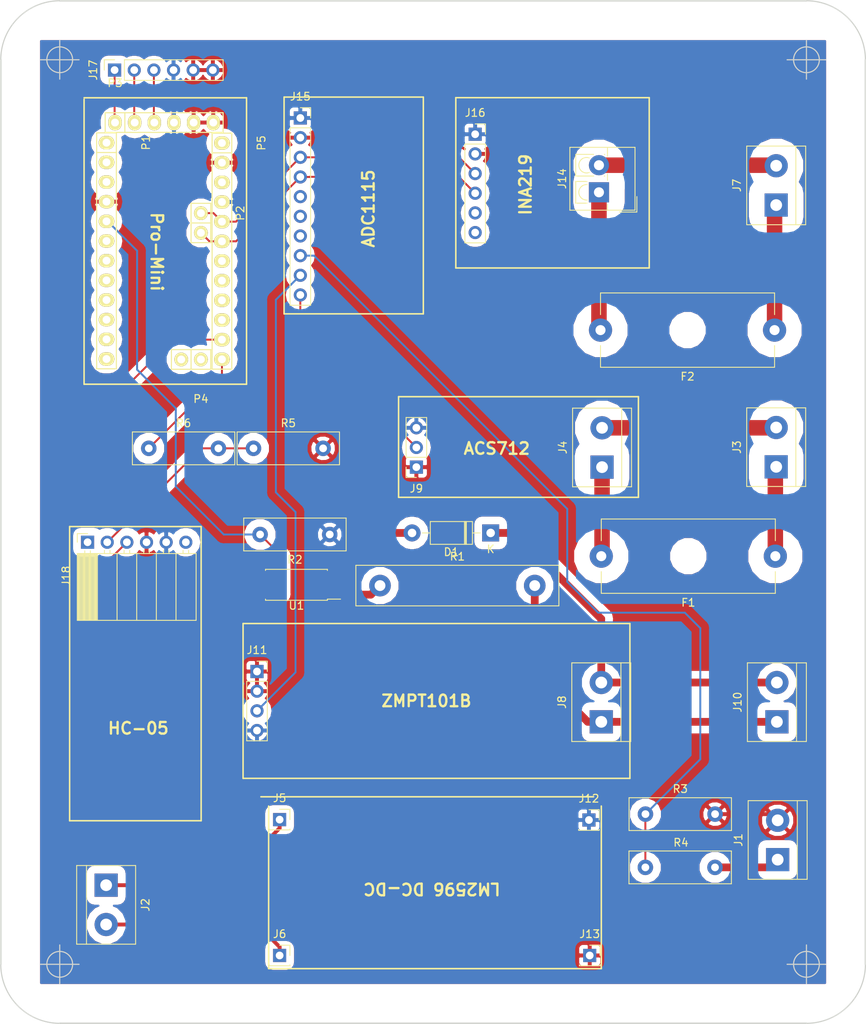
<source format=kicad_pcb>
(kicad_pcb (version 20171130) (host pcbnew 5.0.0-fee4fd1~66~ubuntu18.04.1)

  (general
    (thickness 1.6)
    (drawings 47)
    (tracks 99)
    (zones 0)
    (modules 33)
    (nets 53)
  )

  (page A4)
  (layers
    (0 F.Cu signal)
    (31 B.Cu signal)
    (32 B.Adhes user)
    (33 F.Adhes user)
    (34 B.Paste user)
    (35 F.Paste user)
    (36 B.SilkS user)
    (37 F.SilkS user)
    (38 B.Mask user)
    (39 F.Mask user)
    (40 Dwgs.User user)
    (41 Cmts.User user)
    (42 Eco1.User user)
    (43 Eco2.User user)
    (44 Edge.Cuts user)
    (45 Margin user)
    (46 B.CrtYd user)
    (47 F.CrtYd user)
    (48 B.Fab user)
    (49 F.Fab user)
  )

  (setup
    (last_trace_width 0.25)
    (trace_clearance 0.2)
    (zone_clearance 0.508)
    (zone_45_only no)
    (trace_min 0.2)
    (segment_width 0.2)
    (edge_width 0.15)
    (via_size 0.8)
    (via_drill 0.4)
    (via_min_size 0.4)
    (via_min_drill 0.3)
    (uvia_size 0.3)
    (uvia_drill 0.1)
    (uvias_allowed no)
    (uvia_min_size 0.2)
    (uvia_min_drill 0.1)
    (pcb_text_width 0.3)
    (pcb_text_size 1.5 1.5)
    (mod_edge_width 0.15)
    (mod_text_size 1 1)
    (mod_text_width 0.15)
    (pad_size 1.524 1.524)
    (pad_drill 0.762)
    (pad_to_mask_clearance 0.2)
    (aux_axis_origin 0 0)
    (visible_elements FFFFFF7F)
    (pcbplotparams
      (layerselection 0x01030_ffffffff)
      (usegerberextensions false)
      (usegerberattributes false)
      (usegerberadvancedattributes false)
      (creategerberjobfile false)
      (excludeedgelayer true)
      (linewidth 0.100000)
      (plotframeref false)
      (viasonmask false)
      (mode 1)
      (useauxorigin false)
      (hpglpennumber 1)
      (hpglpenspeed 20)
      (hpglpendiameter 15.000000)
      (psnegative false)
      (psa4output false)
      (plotreference true)
      (plotvalue true)
      (plotinvisibletext false)
      (padsonsilk false)
      (subtractmaskfromsilk false)
      (outputformat 4)
      (mirror false)
      (drillshape 0)
      (scaleselection 1)
      (outputdirectory ""))
  )

  (net 0 "")
  (net 1 "Net-(D1-Pad1)")
  (net 2 "Net-(D1-Pad2)")
  (net 3 "Net-(F1-Pad1)")
  (net 4 "Net-(F1-Pad2)")
  (net 5 /V+)
  (net 6 "Net-(F2-Pad1)")
  (net 7 GND)
  (net 8 "Net-(J1-Pad1)")
  (net 9 "Net-(J2-Pad2)")
  (net 10 "Net-(J2-Pad1)")
  (net 11 "Net-(J3-Pad2)")
  (net 12 /V-)
  (net 13 "Net-(J10-Pad1)")
  (net 14 /A2)
  (net 15 VCC)
  (net 16 /SCL)
  (net 17 /SDA)
  (net 18 "Net-(J15-Pad5)")
  (net 19 "Net-(J15-Pad6)")
  (net 20 /A0)
  (net 21 /A1)
  (net 22 "Net-(J16-Pad5)")
  (net 23 "Net-(J16-Pad6)")
  (net 24 "/0(Rx)")
  (net 25 "/1(Tx)")
  (net 26 /DTR)
  (net 27 "Net-(J18-Pad1)")
  (net 28 /RX)
  (net 29 "/11(**/MOSI)")
  (net 30 "Net-(J18-Pad6)")
  (net 31 "/2(INT0)")
  (net 32 "/10(**/SS)")
  (net 33 "Net-(P1-Pad1)")
  (net 34 "Net-(P1-Pad2)")
  (net 35 /Reset)
  (net 36 "/3(**)")
  (net 37 /4)
  (net 38 "/5(**)")
  (net 39 "/6(**)")
  (net 40 /7)
  (net 41 /8)
  (net 42 "/9(**)")
  (net 43 /A6)
  (net 44 /A7)
  (net 45 "/12(MISO)")
  (net 46 "/13(SCK)")
  (net 47 "Net-(P5-Pad8)")
  (net 48 "Net-(P5-Pad7)")
  (net 49 "Net-(P5-Pad3)")
  (net 50 /RAW)
  (net 51 "Net-(R1-Pad1)")
  (net 52 /A3)

  (net_class Default "This is the default net class."
    (clearance 0.2)
    (trace_width 0.25)
    (via_dia 0.8)
    (via_drill 0.4)
    (uvia_dia 0.3)
    (uvia_drill 0.1)
    (add_net "/0(Rx)")
    (add_net "/1(Tx)")
    (add_net "/10(**/SS)")
    (add_net "/11(**/MOSI)")
    (add_net "/12(MISO)")
    (add_net "/13(SCK)")
    (add_net "/2(INT0)")
    (add_net "/3(**)")
    (add_net /4)
    (add_net "/5(**)")
    (add_net "/6(**)")
    (add_net /7)
    (add_net /8)
    (add_net "/9(**)")
    (add_net /A0)
    (add_net /A1)
    (add_net /A2)
    (add_net /A3)
    (add_net /A6)
    (add_net /A7)
    (add_net /DTR)
    (add_net /RAW)
    (add_net /RX)
    (add_net /Reset)
    (add_net /SCL)
    (add_net /SDA)
    (add_net "Net-(J15-Pad5)")
    (add_net "Net-(J15-Pad6)")
    (add_net "Net-(J16-Pad5)")
    (add_net "Net-(J16-Pad6)")
    (add_net "Net-(J18-Pad1)")
    (add_net "Net-(J18-Pad6)")
    (add_net "Net-(P1-Pad1)")
    (add_net "Net-(P1-Pad2)")
    (add_net "Net-(P5-Pad3)")
    (add_net "Net-(P5-Pad7)")
    (add_net "Net-(P5-Pad8)")
  )

  (net_class "High Current" ""
    (clearance 2)
    (trace_width 2)
    (via_dia 0.8)
    (via_drill 0.4)
    (uvia_dia 0.3)
    (uvia_drill 0.1)
    (add_net /V+)
    (add_net /V-)
    (add_net "Net-(F1-Pad1)")
    (add_net "Net-(F1-Pad2)")
    (add_net "Net-(F2-Pad1)")
    (add_net "Net-(J3-Pad2)")
  )

  (net_class "High Voltage" ""
    (clearance 1)
    (trace_width 1)
    (via_dia 0.8)
    (via_drill 0.4)
    (uvia_dia 0.3)
    (uvia_drill 0.1)
    (add_net "Net-(D1-Pad1)")
    (add_net "Net-(D1-Pad2)")
    (add_net "Net-(J1-Pad1)")
    (add_net "Net-(J10-Pad1)")
    (add_net "Net-(R1-Pad1)")
  )

  (net_class Power ""
    (clearance 1)
    (trace_width 0.5)
    (via_dia 0.8)
    (via_drill 0.4)
    (uvia_dia 0.3)
    (uvia_drill 0.1)
    (add_net GND)
    (add_net "Net-(J2-Pad1)")
    (add_net "Net-(J2-Pad2)")
    (add_net VCC)
  )

  (module TerminalBlock:TerminalBlock_bornier-2_P5.08mm (layer F.Cu) (tedit 59FF03AB) (tstamp 5BBEBFF1)
    (at 181.6 116 90)
    (descr "simple 2-pin terminal block, pitch 5.08mm, revamped version of bornier2")
    (tags "terminal block bornier2")
    (path /5BD5ABD5)
    (fp_text reference J10 (at 2.54 -5.08 90) (layer F.SilkS)
      (effects (font (size 1 1) (thickness 0.15)))
    )
    (fp_text value "Terminal de Alta Tensão (CA)" (at 2.54 5.08 90) (layer F.Fab)
      (effects (font (size 1 1) (thickness 0.15)))
    )
    (fp_text user %R (at 2.54 0 90) (layer F.Fab)
      (effects (font (size 1 1) (thickness 0.15)))
    )
    (fp_line (start -2.41 2.55) (end 7.49 2.55) (layer F.Fab) (width 0.1))
    (fp_line (start -2.46 -3.75) (end -2.46 3.75) (layer F.Fab) (width 0.1))
    (fp_line (start -2.46 3.75) (end 7.54 3.75) (layer F.Fab) (width 0.1))
    (fp_line (start 7.54 3.75) (end 7.54 -3.75) (layer F.Fab) (width 0.1))
    (fp_line (start 7.54 -3.75) (end -2.46 -3.75) (layer F.Fab) (width 0.1))
    (fp_line (start 7.62 2.54) (end -2.54 2.54) (layer F.SilkS) (width 0.12))
    (fp_line (start 7.62 3.81) (end 7.62 -3.81) (layer F.SilkS) (width 0.12))
    (fp_line (start 7.62 -3.81) (end -2.54 -3.81) (layer F.SilkS) (width 0.12))
    (fp_line (start -2.54 -3.81) (end -2.54 3.81) (layer F.SilkS) (width 0.12))
    (fp_line (start -2.54 3.81) (end 7.62 3.81) (layer F.SilkS) (width 0.12))
    (fp_line (start -2.71 -4) (end 7.79 -4) (layer F.CrtYd) (width 0.05))
    (fp_line (start -2.71 -4) (end -2.71 4) (layer F.CrtYd) (width 0.05))
    (fp_line (start 7.79 4) (end 7.79 -4) (layer F.CrtYd) (width 0.05))
    (fp_line (start 7.79 4) (end -2.71 4) (layer F.CrtYd) (width 0.05))
    (pad 1 thru_hole rect (at 0 0 90) (size 3 3) (drill 1.52) (layers *.Cu *.Mask)
      (net 13 "Net-(J10-Pad1)"))
    (pad 2 thru_hole circle (at 5.08 0 90) (size 3 3) (drill 1.52) (layers *.Cu *.Mask)
      (net 1 "Net-(D1-Pad1)"))
    (model ${KISYS3DMOD}/TerminalBlock.3dshapes/TerminalBlock_bornier-2_P5.08mm.wrl
      (offset (xyz 2.539999961853027 0 0))
      (scale (xyz 1 1 1))
      (rotate (xyz 0 0 0))
    )
  )

  (module Diode_THT:D_DO-41_SOD81_P10.16mm_Horizontal (layer F.Cu) (tedit 5AE50CD5) (tstamp 5BBF8FA3)
    (at 144.6 91.6 180)
    (descr "Diode, DO-41_SOD81 series, Axial, Horizontal, pin pitch=10.16mm, , length*diameter=5.2*2.7mm^2, , http://www.diodes.com/_files/packages/DO-41%20(Plastic).pdf")
    (tags "Diode DO-41_SOD81 series Axial Horizontal pin pitch 10.16mm  length 5.2mm diameter 2.7mm")
    (path /5BBB5D46)
    (fp_text reference D1 (at 5.08 -2.47 180) (layer F.SilkS)
      (effects (font (size 1 1) (thickness 0.15)))
    )
    (fp_text value 1N4007 (at 5.08 2.47 180) (layer F.Fab)
      (effects (font (size 1 1) (thickness 0.15)))
    )
    (fp_line (start 2.48 -1.35) (end 2.48 1.35) (layer F.Fab) (width 0.1))
    (fp_line (start 2.48 1.35) (end 7.68 1.35) (layer F.Fab) (width 0.1))
    (fp_line (start 7.68 1.35) (end 7.68 -1.35) (layer F.Fab) (width 0.1))
    (fp_line (start 7.68 -1.35) (end 2.48 -1.35) (layer F.Fab) (width 0.1))
    (fp_line (start 0 0) (end 2.48 0) (layer F.Fab) (width 0.1))
    (fp_line (start 10.16 0) (end 7.68 0) (layer F.Fab) (width 0.1))
    (fp_line (start 3.26 -1.35) (end 3.26 1.35) (layer F.Fab) (width 0.1))
    (fp_line (start 3.36 -1.35) (end 3.36 1.35) (layer F.Fab) (width 0.1))
    (fp_line (start 3.16 -1.35) (end 3.16 1.35) (layer F.Fab) (width 0.1))
    (fp_line (start 2.36 -1.47) (end 2.36 1.47) (layer F.SilkS) (width 0.12))
    (fp_line (start 2.36 1.47) (end 7.8 1.47) (layer F.SilkS) (width 0.12))
    (fp_line (start 7.8 1.47) (end 7.8 -1.47) (layer F.SilkS) (width 0.12))
    (fp_line (start 7.8 -1.47) (end 2.36 -1.47) (layer F.SilkS) (width 0.12))
    (fp_line (start 1.34 0) (end 2.36 0) (layer F.SilkS) (width 0.12))
    (fp_line (start 8.82 0) (end 7.8 0) (layer F.SilkS) (width 0.12))
    (fp_line (start 3.26 -1.47) (end 3.26 1.47) (layer F.SilkS) (width 0.12))
    (fp_line (start 3.38 -1.47) (end 3.38 1.47) (layer F.SilkS) (width 0.12))
    (fp_line (start 3.14 -1.47) (end 3.14 1.47) (layer F.SilkS) (width 0.12))
    (fp_line (start -1.35 -1.6) (end -1.35 1.6) (layer F.CrtYd) (width 0.05))
    (fp_line (start -1.35 1.6) (end 11.51 1.6) (layer F.CrtYd) (width 0.05))
    (fp_line (start 11.51 1.6) (end 11.51 -1.6) (layer F.CrtYd) (width 0.05))
    (fp_line (start 11.51 -1.6) (end -1.35 -1.6) (layer F.CrtYd) (width 0.05))
    (fp_text user %R (at 5.47 0 180) (layer F.Fab)
      (effects (font (size 1 1) (thickness 0.15)))
    )
    (fp_text user K (at 0 -2.1 180) (layer F.Fab)
      (effects (font (size 1 1) (thickness 0.15)))
    )
    (fp_text user K (at 0 -2.1 180) (layer F.SilkS)
      (effects (font (size 1 1) (thickness 0.15)))
    )
    (pad 1 thru_hole rect (at 0 0 180) (size 2.2 2.2) (drill 1.1) (layers *.Cu *.Mask)
      (net 1 "Net-(D1-Pad1)"))
    (pad 2 thru_hole oval (at 10.16 0 180) (size 2.2 2.2) (drill 1.1) (layers *.Cu *.Mask)
      (net 2 "Net-(D1-Pad2)"))
    (model ${KISYS3DMOD}/Diode_THT.3dshapes/D_DO-41_SOD81_P10.16mm_Horizontal.wrl
      (at (xyz 0 0 0))
      (scale (xyz 1 1 1))
      (rotate (xyz 0 0 0))
    )
  )

  (module Fuse:Fuseholder_Cylinder-5x20mm_Schurter_0031_8201_Horizontal_Open (layer F.Cu) (tedit 5A1C8BA4) (tstamp 5BBF657C)
    (at 181.4 94.6 180)
    (descr http://www.schurter.com/var/schurter/storage/ilcatalogue/files/document/datasheet/en/pdf/typ_OGN.pdf)
    (tags "Fuseholder horizontal open 5x20 Schurter 0031.8201")
    (path /5BED4271)
    (fp_text reference F1 (at 11.25 -6 180) (layer F.SilkS)
      (effects (font (size 1 1) (thickness 0.15)))
    )
    (fp_text value "HC Fuse" (at 11.25 6 180) (layer F.Fab)
      (effects (font (size 1 1) (thickness 0.15)))
    )
    (fp_text user %R (at 11.25 4 180) (layer F.Fab)
      (effects (font (size 1 1) (thickness 0.15)))
    )
    (fp_line (start 0.1 -4.7) (end 0.1 4.7) (layer F.Fab) (width 0.1))
    (fp_line (start 0.1 4.7) (end 22.4 4.7) (layer F.Fab) (width 0.1))
    (fp_line (start 22.4 4.7) (end 22.4 -4.7) (layer F.Fab) (width 0.1))
    (fp_line (start 22.4 -4.7) (end 0.1 -4.7) (layer F.Fab) (width 0.1))
    (fp_line (start -0.25 5.05) (end -0.25 1.95) (layer F.CrtYd) (width 0.05))
    (fp_line (start 22.5 4.8) (end 22.5 2) (layer F.SilkS) (width 0.12))
    (fp_line (start 22.5 -2) (end 22.5 -4.8) (layer F.SilkS) (width 0.12))
    (fp_line (start 0 -2) (end 0 -4.8) (layer F.SilkS) (width 0.12))
    (fp_line (start 0 -4.8) (end 22.5 -4.8) (layer F.SilkS) (width 0.12))
    (fp_line (start 22.75 5.05) (end -0.25 5.05) (layer F.CrtYd) (width 0.05))
    (fp_line (start -0.25 -5.05) (end 22.75 -5.05) (layer F.CrtYd) (width 0.05))
    (fp_line (start 0 4.8) (end 22.5 4.8) (layer F.SilkS) (width 0.12))
    (fp_line (start -0.25 -1.95) (end -0.25 -5.05) (layer F.CrtYd) (width 0.05))
    (fp_line (start 22.75 -1.95) (end 22.75 -5.05) (layer F.CrtYd) (width 0.05))
    (fp_line (start 22.75 1.95) (end 22.75 5.05) (layer F.CrtYd) (width 0.05))
    (fp_line (start 0 4.8) (end 0 2) (layer F.SilkS) (width 0.12))
    (fp_arc (start 22.5 0) (end 22.75 -1.95) (angle 165.3) (layer F.CrtYd) (width 0.05))
    (fp_arc (start 0 0) (end -0.25 1.95) (angle 165.3) (layer F.CrtYd) (width 0.05))
    (pad 1 thru_hole circle (at 0 0 180) (size 3 3) (drill 1.3) (layers *.Cu *.Mask)
      (net 3 "Net-(F1-Pad1)"))
    (pad 2 thru_hole circle (at 22.5 0 180) (size 3 3) (drill 1.3) (layers *.Cu *.Mask)
      (net 4 "Net-(F1-Pad2)"))
    (pad "" np_thru_hole circle (at 11.25 0 180) (size 2.7 2.7) (drill 2.7) (layers *.Cu *.Mask))
    (model ${KISYS3DMOD}/Fuse.3dshapes/Fuseholder_Cylinder-5x20mm_Schurter_0031_8201_Horizontal_Open.wrl
      (at (xyz 0 0 0))
      (scale (xyz 1 1 1))
      (rotate (xyz 0 0 0))
    )
  )

  (module Fuse:Fuseholder_Cylinder-5x20mm_Schurter_0031_8201_Horizontal_Open (layer F.Cu) (tedit 5A1C8BA4) (tstamp 5BBF65C7)
    (at 181.3 65.4 180)
    (descr http://www.schurter.com/var/schurter/storage/ilcatalogue/files/document/datasheet/en/pdf/typ_OGN.pdf)
    (tags "Fuseholder horizontal open 5x20 Schurter 0031.8201")
    (path /5BED44D8)
    (fp_text reference F2 (at 11.25 -6 180) (layer F.SilkS)
      (effects (font (size 1 1) (thickness 0.15)))
    )
    (fp_text value "LC Fuse" (at 11.25 6 180) (layer F.Fab)
      (effects (font (size 1 1) (thickness 0.15)))
    )
    (fp_arc (start 0 0) (end -0.25 1.95) (angle 165.3) (layer F.CrtYd) (width 0.05))
    (fp_arc (start 22.5 0) (end 22.75 -1.95) (angle 165.3) (layer F.CrtYd) (width 0.05))
    (fp_line (start 0 4.8) (end 0 2) (layer F.SilkS) (width 0.12))
    (fp_line (start 22.75 1.95) (end 22.75 5.05) (layer F.CrtYd) (width 0.05))
    (fp_line (start 22.75 -1.95) (end 22.75 -5.05) (layer F.CrtYd) (width 0.05))
    (fp_line (start -0.25 -1.95) (end -0.25 -5.05) (layer F.CrtYd) (width 0.05))
    (fp_line (start 0 4.8) (end 22.5 4.8) (layer F.SilkS) (width 0.12))
    (fp_line (start -0.25 -5.05) (end 22.75 -5.05) (layer F.CrtYd) (width 0.05))
    (fp_line (start 22.75 5.05) (end -0.25 5.05) (layer F.CrtYd) (width 0.05))
    (fp_line (start 0 -4.8) (end 22.5 -4.8) (layer F.SilkS) (width 0.12))
    (fp_line (start 0 -2) (end 0 -4.8) (layer F.SilkS) (width 0.12))
    (fp_line (start 22.5 -2) (end 22.5 -4.8) (layer F.SilkS) (width 0.12))
    (fp_line (start 22.5 4.8) (end 22.5 2) (layer F.SilkS) (width 0.12))
    (fp_line (start -0.25 5.05) (end -0.25 1.95) (layer F.CrtYd) (width 0.05))
    (fp_line (start 22.4 -4.7) (end 0.1 -4.7) (layer F.Fab) (width 0.1))
    (fp_line (start 22.4 4.7) (end 22.4 -4.7) (layer F.Fab) (width 0.1))
    (fp_line (start 0.1 4.7) (end 22.4 4.7) (layer F.Fab) (width 0.1))
    (fp_line (start 0.1 -4.7) (end 0.1 4.7) (layer F.Fab) (width 0.1))
    (fp_text user %R (at 11.25 4 180) (layer F.Fab)
      (effects (font (size 1 1) (thickness 0.15)))
    )
    (pad "" np_thru_hole circle (at 11.25 0 180) (size 2.7 2.7) (drill 2.7) (layers *.Cu *.Mask))
    (pad 2 thru_hole circle (at 22.5 0 180) (size 3 3) (drill 1.3) (layers *.Cu *.Mask)
      (net 5 /V+))
    (pad 1 thru_hole circle (at 0 0 180) (size 3 3) (drill 1.3) (layers *.Cu *.Mask)
      (net 6 "Net-(F2-Pad1)"))
    (model ${KISYS3DMOD}/Fuse.3dshapes/Fuseholder_Cylinder-5x20mm_Schurter_0031_8201_Horizontal_Open.wrl
      (at (xyz 0 0 0))
      (scale (xyz 1 1 1))
      (rotate (xyz 0 0 0))
    )
  )

  (module TerminalBlock:TerminalBlock_bornier-2_P5.08mm (layer F.Cu) (tedit 59FF03AB) (tstamp 5BBEBF34)
    (at 181.7 133.8 90)
    (descr "simple 2-pin terminal block, pitch 5.08mm, revamped version of bornier2")
    (tags "terminal block bornier2")
    (path /5BD57D3F)
    (fp_text reference J1 (at 2.54 -5.08 90) (layer F.SilkS)
      (effects (font (size 1 1) (thickness 0.15)))
    )
    (fp_text value "Terminal de Baixa Tensão" (at 2.54 5.08 90) (layer F.Fab)
      (effects (font (size 1 1) (thickness 0.15)))
    )
    (fp_text user %R (at 2.54 0 90) (layer F.Fab)
      (effects (font (size 1 1) (thickness 0.15)))
    )
    (fp_line (start -2.41 2.55) (end 7.49 2.55) (layer F.Fab) (width 0.1))
    (fp_line (start -2.46 -3.75) (end -2.46 3.75) (layer F.Fab) (width 0.1))
    (fp_line (start -2.46 3.75) (end 7.54 3.75) (layer F.Fab) (width 0.1))
    (fp_line (start 7.54 3.75) (end 7.54 -3.75) (layer F.Fab) (width 0.1))
    (fp_line (start 7.54 -3.75) (end -2.46 -3.75) (layer F.Fab) (width 0.1))
    (fp_line (start 7.62 2.54) (end -2.54 2.54) (layer F.SilkS) (width 0.12))
    (fp_line (start 7.62 3.81) (end 7.62 -3.81) (layer F.SilkS) (width 0.12))
    (fp_line (start 7.62 -3.81) (end -2.54 -3.81) (layer F.SilkS) (width 0.12))
    (fp_line (start -2.54 -3.81) (end -2.54 3.81) (layer F.SilkS) (width 0.12))
    (fp_line (start -2.54 3.81) (end 7.62 3.81) (layer F.SilkS) (width 0.12))
    (fp_line (start -2.71 -4) (end 7.79 -4) (layer F.CrtYd) (width 0.05))
    (fp_line (start -2.71 -4) (end -2.71 4) (layer F.CrtYd) (width 0.05))
    (fp_line (start 7.79 4) (end 7.79 -4) (layer F.CrtYd) (width 0.05))
    (fp_line (start 7.79 4) (end -2.71 4) (layer F.CrtYd) (width 0.05))
    (pad 1 thru_hole rect (at 0 0 90) (size 3 3) (drill 1.52) (layers *.Cu *.Mask)
      (net 8 "Net-(J1-Pad1)"))
    (pad 2 thru_hole circle (at 5.08 0 90) (size 3 3) (drill 1.52) (layers *.Cu *.Mask)
      (net 7 GND))
    (model ${KISYS3DMOD}/TerminalBlock.3dshapes/TerminalBlock_bornier-2_P5.08mm.wrl
      (offset (xyz 2.539999961853027 0 0))
      (scale (xyz 1 1 1))
      (rotate (xyz 0 0 0))
    )
  )

  (module TerminalBlock:TerminalBlock_bornier-2_P5.08mm (layer F.Cu) (tedit 59FF03AB) (tstamp 5BBF5338)
    (at 94.9 137.1 270)
    (descr "simple 2-pin terminal block, pitch 5.08mm, revamped version of bornier2")
    (tags "terminal block bornier2")
    (path /5BE4EB52)
    (fp_text reference J2 (at 2.54 -5.08 270) (layer F.SilkS)
      (effects (font (size 1 1) (thickness 0.15)))
    )
    (fp_text value "Terminal de Bateria" (at 2.54 5.08 270) (layer F.Fab)
      (effects (font (size 1 1) (thickness 0.15)))
    )
    (fp_line (start 7.79 4) (end -2.71 4) (layer F.CrtYd) (width 0.05))
    (fp_line (start 7.79 4) (end 7.79 -4) (layer F.CrtYd) (width 0.05))
    (fp_line (start -2.71 -4) (end -2.71 4) (layer F.CrtYd) (width 0.05))
    (fp_line (start -2.71 -4) (end 7.79 -4) (layer F.CrtYd) (width 0.05))
    (fp_line (start -2.54 3.81) (end 7.62 3.81) (layer F.SilkS) (width 0.12))
    (fp_line (start -2.54 -3.81) (end -2.54 3.81) (layer F.SilkS) (width 0.12))
    (fp_line (start 7.62 -3.81) (end -2.54 -3.81) (layer F.SilkS) (width 0.12))
    (fp_line (start 7.62 3.81) (end 7.62 -3.81) (layer F.SilkS) (width 0.12))
    (fp_line (start 7.62 2.54) (end -2.54 2.54) (layer F.SilkS) (width 0.12))
    (fp_line (start 7.54 -3.75) (end -2.46 -3.75) (layer F.Fab) (width 0.1))
    (fp_line (start 7.54 3.75) (end 7.54 -3.75) (layer F.Fab) (width 0.1))
    (fp_line (start -2.46 3.75) (end 7.54 3.75) (layer F.Fab) (width 0.1))
    (fp_line (start -2.46 -3.75) (end -2.46 3.75) (layer F.Fab) (width 0.1))
    (fp_line (start -2.41 2.55) (end 7.49 2.55) (layer F.Fab) (width 0.1))
    (fp_text user %R (at 2.54 0 270) (layer F.Fab)
      (effects (font (size 1 1) (thickness 0.15)))
    )
    (pad 2 thru_hole circle (at 5.08 0 270) (size 3 3) (drill 1.52) (layers *.Cu *.Mask)
      (net 9 "Net-(J2-Pad2)"))
    (pad 1 thru_hole rect (at 0 0 270) (size 3 3) (drill 1.52) (layers *.Cu *.Mask)
      (net 10 "Net-(J2-Pad1)"))
    (model ${KISYS3DMOD}/TerminalBlock.3dshapes/TerminalBlock_bornier-2_P5.08mm.wrl
      (offset (xyz 2.539999961853027 0 0))
      (scale (xyz 1 1 1))
      (rotate (xyz 0 0 0))
    )
  )

  (module TerminalBlock:TerminalBlock_bornier-2_P5.08mm (layer F.Cu) (tedit 59FF03AB) (tstamp 5BBF6733)
    (at 181.51 83.06 90)
    (descr "simple 2-pin terminal block, pitch 5.08mm, revamped version of bornier2")
    (tags "terminal block bornier2")
    (path /5BD4E735)
    (fp_text reference J3 (at 2.54 -5.08 90) (layer F.SilkS)
      (effects (font (size 1 1) (thickness 0.15)))
    )
    (fp_text value "Terminal de Corrente Alta" (at 2.54 5.08 90) (layer F.Fab)
      (effects (font (size 1 1) (thickness 0.15)))
    )
    (fp_line (start 7.79 4) (end -2.71 4) (layer F.CrtYd) (width 0.05))
    (fp_line (start 7.79 4) (end 7.79 -4) (layer F.CrtYd) (width 0.05))
    (fp_line (start -2.71 -4) (end -2.71 4) (layer F.CrtYd) (width 0.05))
    (fp_line (start -2.71 -4) (end 7.79 -4) (layer F.CrtYd) (width 0.05))
    (fp_line (start -2.54 3.81) (end 7.62 3.81) (layer F.SilkS) (width 0.12))
    (fp_line (start -2.54 -3.81) (end -2.54 3.81) (layer F.SilkS) (width 0.12))
    (fp_line (start 7.62 -3.81) (end -2.54 -3.81) (layer F.SilkS) (width 0.12))
    (fp_line (start 7.62 3.81) (end 7.62 -3.81) (layer F.SilkS) (width 0.12))
    (fp_line (start 7.62 2.54) (end -2.54 2.54) (layer F.SilkS) (width 0.12))
    (fp_line (start 7.54 -3.75) (end -2.46 -3.75) (layer F.Fab) (width 0.1))
    (fp_line (start 7.54 3.75) (end 7.54 -3.75) (layer F.Fab) (width 0.1))
    (fp_line (start -2.46 3.75) (end 7.54 3.75) (layer F.Fab) (width 0.1))
    (fp_line (start -2.46 -3.75) (end -2.46 3.75) (layer F.Fab) (width 0.1))
    (fp_line (start -2.41 2.55) (end 7.49 2.55) (layer F.Fab) (width 0.1))
    (fp_text user %R (at 2.54 0 90) (layer F.Fab)
      (effects (font (size 1 1) (thickness 0.15)))
    )
    (pad 2 thru_hole circle (at 5.08 0 90) (size 3 3) (drill 1.52) (layers *.Cu *.Mask)
      (net 11 "Net-(J3-Pad2)"))
    (pad 1 thru_hole rect (at 0 0 90) (size 3 3) (drill 1.52) (layers *.Cu *.Mask)
      (net 3 "Net-(F1-Pad1)"))
    (model ${KISYS3DMOD}/TerminalBlock.3dshapes/TerminalBlock_bornier-2_P5.08mm.wrl
      (offset (xyz 2.539999961853027 0 0))
      (scale (xyz 1 1 1))
      (rotate (xyz 0 0 0))
    )
  )

  (module TerminalBlock:TerminalBlock_bornier-2_P5.08mm (layer F.Cu) (tedit 59FF03AB) (tstamp 5BBF653B)
    (at 159 83.1 90)
    (descr "simple 2-pin terminal block, pitch 5.08mm, revamped version of bornier2")
    (tags "terminal block bornier2")
    (path /5BC718A4)
    (fp_text reference J4 (at 2.54 -5.08 90) (layer F.SilkS)
      (effects (font (size 1 1) (thickness 0.15)))
    )
    (fp_text value "Entrada de Corrente Al" (at -2.9 -5.1 180) (layer F.Fab)
      (effects (font (size 1 1) (thickness 0.15)))
    )
    (fp_text user %R (at 2.54 0 90) (layer F.Fab)
      (effects (font (size 1 1) (thickness 0.15)))
    )
    (fp_line (start -2.41 2.55) (end 7.49 2.55) (layer F.Fab) (width 0.1))
    (fp_line (start -2.46 -3.75) (end -2.46 3.75) (layer F.Fab) (width 0.1))
    (fp_line (start -2.46 3.75) (end 7.54 3.75) (layer F.Fab) (width 0.1))
    (fp_line (start 7.54 3.75) (end 7.54 -3.75) (layer F.Fab) (width 0.1))
    (fp_line (start 7.54 -3.75) (end -2.46 -3.75) (layer F.Fab) (width 0.1))
    (fp_line (start 7.62 2.54) (end -2.54 2.54) (layer F.SilkS) (width 0.12))
    (fp_line (start 7.62 3.81) (end 7.62 -3.81) (layer F.SilkS) (width 0.12))
    (fp_line (start 7.62 -3.81) (end -2.54 -3.81) (layer F.SilkS) (width 0.12))
    (fp_line (start -2.54 -3.81) (end -2.54 3.81) (layer F.SilkS) (width 0.12))
    (fp_line (start -2.54 3.81) (end 7.62 3.81) (layer F.SilkS) (width 0.12))
    (fp_line (start -2.71 -4) (end 7.79 -4) (layer F.CrtYd) (width 0.05))
    (fp_line (start -2.71 -4) (end -2.71 4) (layer F.CrtYd) (width 0.05))
    (fp_line (start 7.79 4) (end 7.79 -4) (layer F.CrtYd) (width 0.05))
    (fp_line (start 7.79 4) (end -2.71 4) (layer F.CrtYd) (width 0.05))
    (pad 1 thru_hole rect (at 0 0 90) (size 3 3) (drill 1.52) (layers *.Cu *.Mask)
      (net 4 "Net-(F1-Pad2)"))
    (pad 2 thru_hole circle (at 5.08 0 90) (size 3 3) (drill 1.52) (layers *.Cu *.Mask)
      (net 11 "Net-(J3-Pad2)"))
    (model ${KISYS3DMOD}/TerminalBlock.3dshapes/TerminalBlock_bornier-2_P5.08mm.wrl
      (offset (xyz 2.539999961853027 0 0))
      (scale (xyz 1 1 1))
      (rotate (xyz 0 0 0))
    )
  )

  (module Connector_PinSocket_2.54mm:PinSocket_1x01_P2.54mm_Vertical (layer F.Cu) (tedit 5A19A434) (tstamp 5BBEBF87)
    (at 117.324801 128.630001)
    (descr "Through hole straight socket strip, 1x01, 2.54mm pitch, single row (from Kicad 4.0.7), script generated")
    (tags "Through hole socket strip THT 1x01 2.54mm single row")
    (path /5BE2A746)
    (fp_text reference J5 (at 0 -2.77) (layer F.SilkS)
      (effects (font (size 1 1) (thickness 0.15)))
    )
    (fp_text value "Entrada + (Buck)" (at 8.475199 -0.030001) (layer F.Fab)
      (effects (font (size 1 1) (thickness 0.15)))
    )
    (fp_line (start -1.27 -1.27) (end 0.635 -1.27) (layer F.Fab) (width 0.1))
    (fp_line (start 0.635 -1.27) (end 1.27 -0.635) (layer F.Fab) (width 0.1))
    (fp_line (start 1.27 -0.635) (end 1.27 1.27) (layer F.Fab) (width 0.1))
    (fp_line (start 1.27 1.27) (end -1.27 1.27) (layer F.Fab) (width 0.1))
    (fp_line (start -1.27 1.27) (end -1.27 -1.27) (layer F.Fab) (width 0.1))
    (fp_line (start -1.33 1.33) (end 1.33 1.33) (layer F.SilkS) (width 0.12))
    (fp_line (start -1.33 1.21) (end -1.33 1.33) (layer F.SilkS) (width 0.12))
    (fp_line (start 1.33 1.21) (end 1.33 1.33) (layer F.SilkS) (width 0.12))
    (fp_line (start 1.33 -1.33) (end 1.33 0) (layer F.SilkS) (width 0.12))
    (fp_line (start 0 -1.33) (end 1.33 -1.33) (layer F.SilkS) (width 0.12))
    (fp_line (start -1.8 -1.8) (end 1.75 -1.8) (layer F.CrtYd) (width 0.05))
    (fp_line (start 1.75 -1.8) (end 1.75 1.75) (layer F.CrtYd) (width 0.05))
    (fp_line (start 1.75 1.75) (end -1.8 1.75) (layer F.CrtYd) (width 0.05))
    (fp_line (start -1.8 1.75) (end -1.8 -1.8) (layer F.CrtYd) (width 0.05))
    (fp_text user %R (at 0 0) (layer F.Fab)
      (effects (font (size 1 1) (thickness 0.15)))
    )
    (pad 1 thru_hole rect (at 0 0) (size 1.7 1.7) (drill 1) (layers *.Cu *.Mask)
      (net 10 "Net-(J2-Pad1)"))
    (model ${KISYS3DMOD}/Connector_PinSocket_2.54mm.3dshapes/PinSocket_1x01_P2.54mm_Vertical.wrl
      (at (xyz 0 0 0))
      (scale (xyz 1 1 1))
      (rotate (xyz 0 0 0))
    )
  )

  (module Connector_PinSocket_2.54mm:PinSocket_1x01_P2.54mm_Vertical (layer F.Cu) (tedit 5A19A434) (tstamp 5BBF4B36)
    (at 117.324801 146.180001)
    (descr "Through hole straight socket strip, 1x01, 2.54mm pitch, single row (from Kicad 4.0.7), script generated")
    (tags "Through hole socket strip THT 1x01 2.54mm single row")
    (path /5BE2A9C1)
    (fp_text reference J6 (at 0 -2.77) (layer F.SilkS)
      (effects (font (size 1 1) (thickness 0.15)))
    )
    (fp_text value "Entrada - (Buck)" (at 8.575199 -0.080001) (layer F.Fab)
      (effects (font (size 1 1) (thickness 0.15)))
    )
    (fp_text user %R (at 0 0) (layer F.Fab)
      (effects (font (size 1 1) (thickness 0.15)))
    )
    (fp_line (start -1.8 1.75) (end -1.8 -1.8) (layer F.CrtYd) (width 0.05))
    (fp_line (start 1.75 1.75) (end -1.8 1.75) (layer F.CrtYd) (width 0.05))
    (fp_line (start 1.75 -1.8) (end 1.75 1.75) (layer F.CrtYd) (width 0.05))
    (fp_line (start -1.8 -1.8) (end 1.75 -1.8) (layer F.CrtYd) (width 0.05))
    (fp_line (start 0 -1.33) (end 1.33 -1.33) (layer F.SilkS) (width 0.12))
    (fp_line (start 1.33 -1.33) (end 1.33 0) (layer F.SilkS) (width 0.12))
    (fp_line (start 1.33 1.21) (end 1.33 1.33) (layer F.SilkS) (width 0.12))
    (fp_line (start -1.33 1.21) (end -1.33 1.33) (layer F.SilkS) (width 0.12))
    (fp_line (start -1.33 1.33) (end 1.33 1.33) (layer F.SilkS) (width 0.12))
    (fp_line (start -1.27 1.27) (end -1.27 -1.27) (layer F.Fab) (width 0.1))
    (fp_line (start 1.27 1.27) (end -1.27 1.27) (layer F.Fab) (width 0.1))
    (fp_line (start 1.27 -0.635) (end 1.27 1.27) (layer F.Fab) (width 0.1))
    (fp_line (start 0.635 -1.27) (end 1.27 -0.635) (layer F.Fab) (width 0.1))
    (fp_line (start -1.27 -1.27) (end 0.635 -1.27) (layer F.Fab) (width 0.1))
    (pad 1 thru_hole rect (at 0 0) (size 1.7 1.7) (drill 1) (layers *.Cu *.Mask)
      (net 9 "Net-(J2-Pad2)"))
    (model ${KISYS3DMOD}/Connector_PinSocket_2.54mm.3dshapes/PinSocket_1x01_P2.54mm_Vertical.wrl
      (at (xyz 0 0 0))
      (scale (xyz 1 1 1))
      (rotate (xyz 0 0 0))
    )
  )

  (module TerminalBlock:TerminalBlock_bornier-2_P5.08mm (layer F.Cu) (tedit 59FF03AB) (tstamp 5BBF669D)
    (at 181.51 49.25 90)
    (descr "simple 2-pin terminal block, pitch 5.08mm, revamped version of bornier2")
    (tags "terminal block bornier2")
    (path /5BBF9352)
    (fp_text reference J7 (at 2.54 -5.08 90) (layer F.SilkS)
      (effects (font (size 1 1) (thickness 0.15)))
    )
    (fp_text value "Terminal de Corrente Baixa" (at 2.54 5.08 90) (layer F.Fab)
      (effects (font (size 1 1) (thickness 0.15)))
    )
    (fp_text user %R (at 2.54 0 90) (layer F.Fab)
      (effects (font (size 1 1) (thickness 0.15)))
    )
    (fp_line (start -2.41 2.55) (end 7.49 2.55) (layer F.Fab) (width 0.1))
    (fp_line (start -2.46 -3.75) (end -2.46 3.75) (layer F.Fab) (width 0.1))
    (fp_line (start -2.46 3.75) (end 7.54 3.75) (layer F.Fab) (width 0.1))
    (fp_line (start 7.54 3.75) (end 7.54 -3.75) (layer F.Fab) (width 0.1))
    (fp_line (start 7.54 -3.75) (end -2.46 -3.75) (layer F.Fab) (width 0.1))
    (fp_line (start 7.62 2.54) (end -2.54 2.54) (layer F.SilkS) (width 0.12))
    (fp_line (start 7.62 3.81) (end 7.62 -3.81) (layer F.SilkS) (width 0.12))
    (fp_line (start 7.62 -3.81) (end -2.54 -3.81) (layer F.SilkS) (width 0.12))
    (fp_line (start -2.54 -3.81) (end -2.54 3.81) (layer F.SilkS) (width 0.12))
    (fp_line (start -2.54 3.81) (end 7.62 3.81) (layer F.SilkS) (width 0.12))
    (fp_line (start -2.71 -4) (end 7.79 -4) (layer F.CrtYd) (width 0.05))
    (fp_line (start -2.71 -4) (end -2.71 4) (layer F.CrtYd) (width 0.05))
    (fp_line (start 7.79 4) (end 7.79 -4) (layer F.CrtYd) (width 0.05))
    (fp_line (start 7.79 4) (end -2.71 4) (layer F.CrtYd) (width 0.05))
    (pad 1 thru_hole rect (at 0 0 90) (size 3 3) (drill 1.52) (layers *.Cu *.Mask)
      (net 6 "Net-(F2-Pad1)"))
    (pad 2 thru_hole circle (at 5.08 0 90) (size 3 3) (drill 1.52) (layers *.Cu *.Mask)
      (net 12 /V-))
    (model ${KISYS3DMOD}/TerminalBlock.3dshapes/TerminalBlock_bornier-2_P5.08mm.wrl
      (offset (xyz 2.539999961853027 0 0))
      (scale (xyz 1 1 1))
      (rotate (xyz 0 0 0))
    )
  )

  (module TerminalBlock:TerminalBlock_bornier-2_P5.08mm (layer F.Cu) (tedit 59FF03AB) (tstamp 5BBEBFC5)
    (at 158.9 116 90)
    (descr "simple 2-pin terminal block, pitch 5.08mm, revamped version of bornier2")
    (tags "terminal block bornier2")
    (path /5BC64B7B)
    (fp_text reference J8 (at 2.54 -5.08 90) (layer F.SilkS)
      (effects (font (size 1 1) (thickness 0.15)))
    )
    (fp_text value "Entrada de Tensão CA" (at 9.7 -5.9 180) (layer F.Fab)
      (effects (font (size 1 1) (thickness 0.15)))
    )
    (fp_line (start 7.79 4) (end -2.71 4) (layer F.CrtYd) (width 0.05))
    (fp_line (start 7.79 4) (end 7.79 -4) (layer F.CrtYd) (width 0.05))
    (fp_line (start -2.71 -4) (end -2.71 4) (layer F.CrtYd) (width 0.05))
    (fp_line (start -2.71 -4) (end 7.79 -4) (layer F.CrtYd) (width 0.05))
    (fp_line (start -2.54 3.81) (end 7.62 3.81) (layer F.SilkS) (width 0.12))
    (fp_line (start -2.54 -3.81) (end -2.54 3.81) (layer F.SilkS) (width 0.12))
    (fp_line (start 7.62 -3.81) (end -2.54 -3.81) (layer F.SilkS) (width 0.12))
    (fp_line (start 7.62 3.81) (end 7.62 -3.81) (layer F.SilkS) (width 0.12))
    (fp_line (start 7.62 2.54) (end -2.54 2.54) (layer F.SilkS) (width 0.12))
    (fp_line (start 7.54 -3.75) (end -2.46 -3.75) (layer F.Fab) (width 0.1))
    (fp_line (start 7.54 3.75) (end 7.54 -3.75) (layer F.Fab) (width 0.1))
    (fp_line (start -2.46 3.75) (end 7.54 3.75) (layer F.Fab) (width 0.1))
    (fp_line (start -2.46 -3.75) (end -2.46 3.75) (layer F.Fab) (width 0.1))
    (fp_line (start -2.41 2.55) (end 7.49 2.55) (layer F.Fab) (width 0.1))
    (fp_text user %R (at 2.54 0 90) (layer F.Fab)
      (effects (font (size 1 1) (thickness 0.15)))
    )
    (pad 2 thru_hole circle (at 5.08 0 90) (size 3 3) (drill 1.52) (layers *.Cu *.Mask)
      (net 1 "Net-(D1-Pad1)"))
    (pad 1 thru_hole rect (at 0 0 90) (size 3 3) (drill 1.52) (layers *.Cu *.Mask)
      (net 13 "Net-(J10-Pad1)"))
    (model ${KISYS3DMOD}/TerminalBlock.3dshapes/TerminalBlock_bornier-2_P5.08mm.wrl
      (offset (xyz 2.539999961853027 0 0))
      (scale (xyz 1 1 1))
      (rotate (xyz 0 0 0))
    )
  )

  (module Connector_PinSocket_2.54mm:PinSocket_1x03_P2.54mm_Vertical (layer F.Cu) (tedit 5A19A429) (tstamp 5BBF60F4)
    (at 135 83.1 180)
    (descr "Through hole straight socket strip, 1x03, 2.54mm pitch, single row (from Kicad 4.0.7), script generated")
    (tags "Through hole socket strip THT 1x03 2.54mm single row")
    (path /5BC7179E)
    (fp_text reference J9 (at 0 -2.77 180) (layer F.SilkS)
      (effects (font (size 1 1) (thickness 0.15)))
    )
    (fp_text value "Saída Analógica - Energia (ACS712)" (at -13 7.9 180) (layer F.Fab)
      (effects (font (size 1 1) (thickness 0.15)))
    )
    (fp_line (start -1.27 -1.27) (end 0.635 -1.27) (layer F.Fab) (width 0.1))
    (fp_line (start 0.635 -1.27) (end 1.27 -0.635) (layer F.Fab) (width 0.1))
    (fp_line (start 1.27 -0.635) (end 1.27 6.35) (layer F.Fab) (width 0.1))
    (fp_line (start 1.27 6.35) (end -1.27 6.35) (layer F.Fab) (width 0.1))
    (fp_line (start -1.27 6.35) (end -1.27 -1.27) (layer F.Fab) (width 0.1))
    (fp_line (start -1.33 1.27) (end 1.33 1.27) (layer F.SilkS) (width 0.12))
    (fp_line (start -1.33 1.27) (end -1.33 6.41) (layer F.SilkS) (width 0.12))
    (fp_line (start -1.33 6.41) (end 1.33 6.41) (layer F.SilkS) (width 0.12))
    (fp_line (start 1.33 1.27) (end 1.33 6.41) (layer F.SilkS) (width 0.12))
    (fp_line (start 1.33 -1.33) (end 1.33 0) (layer F.SilkS) (width 0.12))
    (fp_line (start 0 -1.33) (end 1.33 -1.33) (layer F.SilkS) (width 0.12))
    (fp_line (start -1.8 -1.8) (end 1.75 -1.8) (layer F.CrtYd) (width 0.05))
    (fp_line (start 1.75 -1.8) (end 1.75 6.85) (layer F.CrtYd) (width 0.05))
    (fp_line (start 1.75 6.85) (end -1.8 6.85) (layer F.CrtYd) (width 0.05))
    (fp_line (start -1.8 6.85) (end -1.8 -1.8) (layer F.CrtYd) (width 0.05))
    (fp_text user %R (at 0 2.54 270) (layer F.Fab)
      (effects (font (size 1 1) (thickness 0.15)))
    )
    (pad 1 thru_hole rect (at 0 0 180) (size 1.7 1.7) (drill 1) (layers *.Cu *.Mask)
      (net 7 GND))
    (pad 2 thru_hole oval (at 0 2.54 180) (size 1.7 1.7) (drill 1) (layers *.Cu *.Mask)
      (net 52 /A3))
    (pad 3 thru_hole oval (at 0 5.08 180) (size 1.7 1.7) (drill 1) (layers *.Cu *.Mask)
      (net 15 VCC))
    (model ${KISYS3DMOD}/Connector_PinSocket_2.54mm.3dshapes/PinSocket_1x03_P2.54mm_Vertical.wrl
      (at (xyz 0 0 0))
      (scale (xyz 1 1 1))
      (rotate (xyz 0 0 0))
    )
  )

  (module Connector_PinSocket_2.54mm:PinSocket_1x04_P2.54mm_Vertical (layer F.Cu) (tedit 5A19A429) (tstamp 5BBF8729)
    (at 114.4 109.5)
    (descr "Through hole straight socket strip, 1x04, 2.54mm pitch, single row (from Kicad 4.0.7), script generated")
    (tags "Through hole socket strip THT 1x04 2.54mm single row")
    (path /5BC5F27D)
    (fp_text reference J11 (at 0 -2.77) (layer F.SilkS)
      (effects (font (size 1 1) (thickness 0.15)))
    )
    (fp_text value "Saida Analógica - Energia (ZMP1101B)" (at 14.6 11.7) (layer F.Fab)
      (effects (font (size 1 1) (thickness 0.15)))
    )
    (fp_text user %R (at 0 3.81 90) (layer F.Fab)
      (effects (font (size 1 1) (thickness 0.15)))
    )
    (fp_line (start -1.8 9.4) (end -1.8 -1.8) (layer F.CrtYd) (width 0.05))
    (fp_line (start 1.75 9.4) (end -1.8 9.4) (layer F.CrtYd) (width 0.05))
    (fp_line (start 1.75 -1.8) (end 1.75 9.4) (layer F.CrtYd) (width 0.05))
    (fp_line (start -1.8 -1.8) (end 1.75 -1.8) (layer F.CrtYd) (width 0.05))
    (fp_line (start 0 -1.33) (end 1.33 -1.33) (layer F.SilkS) (width 0.12))
    (fp_line (start 1.33 -1.33) (end 1.33 0) (layer F.SilkS) (width 0.12))
    (fp_line (start 1.33 1.27) (end 1.33 8.95) (layer F.SilkS) (width 0.12))
    (fp_line (start -1.33 8.95) (end 1.33 8.95) (layer F.SilkS) (width 0.12))
    (fp_line (start -1.33 1.27) (end -1.33 8.95) (layer F.SilkS) (width 0.12))
    (fp_line (start -1.33 1.27) (end 1.33 1.27) (layer F.SilkS) (width 0.12))
    (fp_line (start -1.27 8.89) (end -1.27 -1.27) (layer F.Fab) (width 0.1))
    (fp_line (start 1.27 8.89) (end -1.27 8.89) (layer F.Fab) (width 0.1))
    (fp_line (start 1.27 -0.635) (end 1.27 8.89) (layer F.Fab) (width 0.1))
    (fp_line (start 0.635 -1.27) (end 1.27 -0.635) (layer F.Fab) (width 0.1))
    (fp_line (start -1.27 -1.27) (end 0.635 -1.27) (layer F.Fab) (width 0.1))
    (pad 4 thru_hole oval (at 0 7.62) (size 1.7 1.7) (drill 1) (layers *.Cu *.Mask)
      (net 15 VCC))
    (pad 3 thru_hole oval (at 0 5.08) (size 1.7 1.7) (drill 1) (layers *.Cu *.Mask)
      (net 14 /A2))
    (pad 2 thru_hole oval (at 0 2.54) (size 1.7 1.7) (drill 1) (layers *.Cu *.Mask)
      (net 7 GND))
    (pad 1 thru_hole rect (at 0 0) (size 1.7 1.7) (drill 1) (layers *.Cu *.Mask)
      (net 7 GND))
    (model ${KISYS3DMOD}/Connector_PinSocket_2.54mm.3dshapes/PinSocket_1x04_P2.54mm_Vertical.wrl
      (at (xyz 0 0 0))
      (scale (xyz 1 1 1))
      (rotate (xyz 0 0 0))
    )
  )

  (module Connector_PinSocket_2.54mm:PinSocket_1x01_P2.54mm_Vertical (layer F.Cu) (tedit 5A19A434) (tstamp 5BBF4A74)
    (at 157.304801 128.680001)
    (descr "Through hole straight socket strip, 1x01, 2.54mm pitch, single row (from Kicad 4.0.7), script generated")
    (tags "Through hole socket strip THT 1x01 2.54mm single row")
    (path /5BE2A836)
    (fp_text reference J12 (at 0 -2.77) (layer F.SilkS)
      (effects (font (size 1 1) (thickness 0.15)))
    )
    (fp_text value "Saída + (Buck)" (at -7.904801 0.019999) (layer F.Fab)
      (effects (font (size 1 1) (thickness 0.15)))
    )
    (fp_text user %R (at 0 0) (layer F.Fab)
      (effects (font (size 1 1) (thickness 0.15)))
    )
    (fp_line (start -1.8 1.75) (end -1.8 -1.8) (layer F.CrtYd) (width 0.05))
    (fp_line (start 1.75 1.75) (end -1.8 1.75) (layer F.CrtYd) (width 0.05))
    (fp_line (start 1.75 -1.8) (end 1.75 1.75) (layer F.CrtYd) (width 0.05))
    (fp_line (start -1.8 -1.8) (end 1.75 -1.8) (layer F.CrtYd) (width 0.05))
    (fp_line (start 0 -1.33) (end 1.33 -1.33) (layer F.SilkS) (width 0.12))
    (fp_line (start 1.33 -1.33) (end 1.33 0) (layer F.SilkS) (width 0.12))
    (fp_line (start 1.33 1.21) (end 1.33 1.33) (layer F.SilkS) (width 0.12))
    (fp_line (start -1.33 1.21) (end -1.33 1.33) (layer F.SilkS) (width 0.12))
    (fp_line (start -1.33 1.33) (end 1.33 1.33) (layer F.SilkS) (width 0.12))
    (fp_line (start -1.27 1.27) (end -1.27 -1.27) (layer F.Fab) (width 0.1))
    (fp_line (start 1.27 1.27) (end -1.27 1.27) (layer F.Fab) (width 0.1))
    (fp_line (start 1.27 -0.635) (end 1.27 1.27) (layer F.Fab) (width 0.1))
    (fp_line (start 0.635 -1.27) (end 1.27 -0.635) (layer F.Fab) (width 0.1))
    (fp_line (start -1.27 -1.27) (end 0.635 -1.27) (layer F.Fab) (width 0.1))
    (pad 1 thru_hole rect (at 0 0) (size 1.7 1.7) (drill 1) (layers *.Cu *.Mask)
      (net 15 VCC))
    (model ${KISYS3DMOD}/Connector_PinSocket_2.54mm.3dshapes/PinSocket_1x01_P2.54mm_Vertical.wrl
      (at (xyz 0 0 0))
      (scale (xyz 1 1 1))
      (rotate (xyz 0 0 0))
    )
  )

  (module Connector_PinSocket_2.54mm:PinSocket_1x01_P2.54mm_Vertical (layer F.Cu) (tedit 5A19A434) (tstamp 5BBEC031)
    (at 157.404801 146.180001)
    (descr "Through hole straight socket strip, 1x01, 2.54mm pitch, single row (from Kicad 4.0.7), script generated")
    (tags "Through hole socket strip THT 1x01 2.54mm single row")
    (path /5BE2A90D)
    (fp_text reference J13 (at 0 -2.77) (layer F.SilkS)
      (effects (font (size 1 1) (thickness 0.15)))
    )
    (fp_text value "Saída - (Buck)" (at -8.004801 -0.080001) (layer F.Fab)
      (effects (font (size 1 1) (thickness 0.15)))
    )
    (fp_line (start -1.27 -1.27) (end 0.635 -1.27) (layer F.Fab) (width 0.1))
    (fp_line (start 0.635 -1.27) (end 1.27 -0.635) (layer F.Fab) (width 0.1))
    (fp_line (start 1.27 -0.635) (end 1.27 1.27) (layer F.Fab) (width 0.1))
    (fp_line (start 1.27 1.27) (end -1.27 1.27) (layer F.Fab) (width 0.1))
    (fp_line (start -1.27 1.27) (end -1.27 -1.27) (layer F.Fab) (width 0.1))
    (fp_line (start -1.33 1.33) (end 1.33 1.33) (layer F.SilkS) (width 0.12))
    (fp_line (start -1.33 1.21) (end -1.33 1.33) (layer F.SilkS) (width 0.12))
    (fp_line (start 1.33 1.21) (end 1.33 1.33) (layer F.SilkS) (width 0.12))
    (fp_line (start 1.33 -1.33) (end 1.33 0) (layer F.SilkS) (width 0.12))
    (fp_line (start 0 -1.33) (end 1.33 -1.33) (layer F.SilkS) (width 0.12))
    (fp_line (start -1.8 -1.8) (end 1.75 -1.8) (layer F.CrtYd) (width 0.05))
    (fp_line (start 1.75 -1.8) (end 1.75 1.75) (layer F.CrtYd) (width 0.05))
    (fp_line (start 1.75 1.75) (end -1.8 1.75) (layer F.CrtYd) (width 0.05))
    (fp_line (start -1.8 1.75) (end -1.8 -1.8) (layer F.CrtYd) (width 0.05))
    (fp_text user %R (at 0 0) (layer F.Fab)
      (effects (font (size 1 1) (thickness 0.15)))
    )
    (pad 1 thru_hole rect (at 0 0) (size 1.7 1.7) (drill 1) (layers *.Cu *.Mask)
      (net 7 GND))
    (model ${KISYS3DMOD}/Connector_PinSocket_2.54mm.3dshapes/PinSocket_1x01_P2.54mm_Vertical.wrl
      (at (xyz 0 0 0))
      (scale (xyz 1 1 1))
      (rotate (xyz 0 0 0))
    )
  )

  (module TerminalBlock_4Ucon:TerminalBlock_4Ucon_1x02_P3.50mm_Vertical (layer F.Cu) (tedit 5B294E7F) (tstamp 5BBF6628)
    (at 158.6 47.6 90)
    (descr "Terminal Block 4Ucon ItemNo. 10693, vertical (cable from top), 2 pins, pitch 3.5mm, size 8x8.3mm^2, drill diamater 1.3mm, pad diameter 2.6mm, see http://www.4uconnector.com/online/object/4udrawing/10693.pdf, script-generated with , script-generated using https://github.com/pointhi/kicad-footprint-generator/scripts/TerminalBlock_4Ucon")
    (tags "THT Terminal Block 4Ucon ItemNo. 10693 vertical pitch 3.5mm size 8x8.3mm^2 drill 1.3mm pad 2.6mm")
    (path /5BBE5FDD)
    (fp_text reference J14 (at 1.75 -4.76 90) (layer F.SilkS)
      (effects (font (size 1 1) (thickness 0.15)))
    )
    (fp_text value "Entrada de Corrente Bx" (at 1.75 5.66 90) (layer F.Fab)
      (effects (font (size 1 1) (thickness 0.15)))
    )
    (fp_arc (start 0 -1.6) (end 0.998 -1.531) (angle -188) (layer F.SilkS) (width 0.12))
    (fp_arc (start 3.5 -1.6) (end 4.44 -1.258) (angle -220) (layer F.SilkS) (width 0.12))
    (fp_circle (center 0 -1.6) (end 1 -1.6) (layer F.Fab) (width 0.1))
    (fp_circle (center 3.5 -1.6) (end 4.5 -1.6) (layer F.Fab) (width 0.1))
    (fp_line (start -2.25 -3.7) (end 5.75 -3.7) (layer F.Fab) (width 0.1))
    (fp_line (start 5.75 -3.7) (end 5.75 4.6) (layer F.Fab) (width 0.1))
    (fp_line (start 5.75 4.6) (end -0.25 4.6) (layer F.Fab) (width 0.1))
    (fp_line (start -0.25 4.6) (end -2.25 2.6) (layer F.Fab) (width 0.1))
    (fp_line (start -2.25 2.6) (end -2.25 -3.7) (layer F.Fab) (width 0.1))
    (fp_line (start -2.25 1.1) (end 5.75 1.1) (layer F.Fab) (width 0.1))
    (fp_line (start -2.31 1.101) (end -1.54 1.101) (layer F.SilkS) (width 0.12))
    (fp_line (start 1.54 1.101) (end 2.367 1.101) (layer F.SilkS) (width 0.12))
    (fp_line (start 4.634 1.101) (end 5.81 1.101) (layer F.SilkS) (width 0.12))
    (fp_line (start -2.31 -3.76) (end 5.81 -3.76) (layer F.SilkS) (width 0.12))
    (fp_line (start -2.31 4.66) (end 5.81 4.66) (layer F.SilkS) (width 0.12))
    (fp_line (start -2.31 -3.76) (end -2.31 4.66) (layer F.SilkS) (width 0.12))
    (fp_line (start 5.81 -3.76) (end 5.81 4.66) (layer F.SilkS) (width 0.12))
    (fp_line (start -1.4 -3) (end 1.4 -3) (layer F.SilkS) (width 0.12))
    (fp_line (start -1.4 -3) (end -1.4 -1.54) (layer F.SilkS) (width 0.12))
    (fp_line (start 1.4 -3) (end 1.4 -1.54) (layer F.SilkS) (width 0.12))
    (fp_line (start -1.4 -3) (end -1.4 0.75) (layer F.Fab) (width 0.1))
    (fp_line (start -1.4 0.75) (end 1.4 0.75) (layer F.Fab) (width 0.1))
    (fp_line (start 1.4 0.75) (end 1.4 -3) (layer F.Fab) (width 0.1))
    (fp_line (start 1.4 -3) (end -1.4 -3) (layer F.Fab) (width 0.1))
    (fp_line (start 2.1 -3) (end 4.9 -3) (layer F.SilkS) (width 0.12))
    (fp_line (start 2.1 0.75) (end 2.101 0.75) (layer F.SilkS) (width 0.12))
    (fp_line (start 4.9 0.75) (end 4.9 0.75) (layer F.SilkS) (width 0.12))
    (fp_line (start 2.1 -3) (end 2.1 -0.689) (layer F.SilkS) (width 0.12))
    (fp_line (start 2.1 0.689) (end 2.1 0.75) (layer F.SilkS) (width 0.12))
    (fp_line (start 4.9 -3) (end 4.9 -0.689) (layer F.SilkS) (width 0.12))
    (fp_line (start 4.9 0.689) (end 4.9 0.75) (layer F.SilkS) (width 0.12))
    (fp_line (start 2.1 -3) (end 2.1 0.75) (layer F.Fab) (width 0.1))
    (fp_line (start 2.1 0.75) (end 4.9 0.75) (layer F.Fab) (width 0.1))
    (fp_line (start 4.9 0.75) (end 4.9 -3) (layer F.Fab) (width 0.1))
    (fp_line (start 4.9 -3) (end 2.1 -3) (layer F.Fab) (width 0.1))
    (fp_line (start -2.55 2.66) (end -2.55 4.9) (layer F.SilkS) (width 0.12))
    (fp_line (start -2.55 4.9) (end -0.55 4.9) (layer F.SilkS) (width 0.12))
    (fp_line (start -2.75 -4.2) (end -2.75 5.11) (layer F.CrtYd) (width 0.05))
    (fp_line (start -2.75 5.11) (end 6.25 5.11) (layer F.CrtYd) (width 0.05))
    (fp_line (start 6.25 5.11) (end 6.25 -4.2) (layer F.CrtYd) (width 0.05))
    (fp_line (start 6.25 -4.2) (end -2.75 -4.2) (layer F.CrtYd) (width 0.05))
    (fp_text user %R (at 1.75 3.45 90) (layer F.Fab)
      (effects (font (size 1 1) (thickness 0.15)))
    )
    (pad 1 thru_hole rect (at 0 0 90) (size 2.6 2.6) (drill 1.3) (layers *.Cu *.Mask)
      (net 5 /V+))
    (pad 2 thru_hole circle (at 3.5 0 90) (size 2.6 2.6) (drill 1.3) (layers *.Cu *.Mask)
      (net 12 /V-))
    (model ${KISYS3DMOD}/TerminalBlock_4Ucon.3dshapes/TerminalBlock_4Ucon_1x02_P3.50mm_Vertical.wrl
      (at (xyz 0 0 0))
      (scale (xyz 1 1 1))
      (rotate (xyz 0 0 0))
    )
  )

  (module Connector_PinSocket_2.54mm:PinSocket_1x10_P2.54mm_Vertical (layer F.Cu) (tedit 5A19A425) (tstamp 5BCBF5D8)
    (at 120 38)
    (descr "Through hole straight socket strip, 1x10, 2.54mm pitch, single row (from Kicad 4.0.7), script generated")
    (tags "Through hole socket strip THT 1x10 2.54mm single row")
    (path /5BBFBC3E)
    (fp_text reference J15 (at 0 -2.77) (layer F.SilkS)
      (effects (font (size 1 1) (thickness 0.15)))
    )
    (fp_text value "I2C - Energia - Entradas (ADC1115)" (at 3 11.2 90) (layer F.Fab)
      (effects (font (size 1 1) (thickness 0.15)))
    )
    (fp_line (start -1.27 -1.27) (end 0.635 -1.27) (layer F.Fab) (width 0.1))
    (fp_line (start 0.635 -1.27) (end 1.27 -0.635) (layer F.Fab) (width 0.1))
    (fp_line (start 1.27 -0.635) (end 1.27 24.13) (layer F.Fab) (width 0.1))
    (fp_line (start 1.27 24.13) (end -1.27 24.13) (layer F.Fab) (width 0.1))
    (fp_line (start -1.27 24.13) (end -1.27 -1.27) (layer F.Fab) (width 0.1))
    (fp_line (start -1.33 1.27) (end 1.33 1.27) (layer F.SilkS) (width 0.12))
    (fp_line (start -1.33 1.27) (end -1.33 24.19) (layer F.SilkS) (width 0.12))
    (fp_line (start -1.33 24.19) (end 1.33 24.19) (layer F.SilkS) (width 0.12))
    (fp_line (start 1.33 1.27) (end 1.33 24.19) (layer F.SilkS) (width 0.12))
    (fp_line (start 1.33 -1.33) (end 1.33 0) (layer F.SilkS) (width 0.12))
    (fp_line (start 0 -1.33) (end 1.33 -1.33) (layer F.SilkS) (width 0.12))
    (fp_line (start -1.8 -1.8) (end 1.75 -1.8) (layer F.CrtYd) (width 0.05))
    (fp_line (start 1.75 -1.8) (end 1.75 24.6) (layer F.CrtYd) (width 0.05))
    (fp_line (start 1.75 24.6) (end -1.8 24.6) (layer F.CrtYd) (width 0.05))
    (fp_line (start -1.8 24.6) (end -1.8 -1.8) (layer F.CrtYd) (width 0.05))
    (fp_text user %R (at 0 11.43 90) (layer F.Fab)
      (effects (font (size 1 1) (thickness 0.15)))
    )
    (pad 1 thru_hole rect (at 0 0) (size 1.7 1.7) (drill 1) (layers *.Cu *.Mask)
      (net 15 VCC))
    (pad 2 thru_hole oval (at 0 2.54) (size 1.7 1.7) (drill 1) (layers *.Cu *.Mask)
      (net 7 GND))
    (pad 3 thru_hole oval (at 0 5.08) (size 1.7 1.7) (drill 1) (layers *.Cu *.Mask)
      (net 16 /SCL))
    (pad 4 thru_hole oval (at 0 7.62) (size 1.7 1.7) (drill 1) (layers *.Cu *.Mask)
      (net 17 /SDA))
    (pad 5 thru_hole oval (at 0 10.16) (size 1.7 1.7) (drill 1) (layers *.Cu *.Mask)
      (net 18 "Net-(J15-Pad5)"))
    (pad 6 thru_hole oval (at 0 12.7) (size 1.7 1.7) (drill 1) (layers *.Cu *.Mask)
      (net 19 "Net-(J15-Pad6)"))
    (pad 7 thru_hole oval (at 0 15.24) (size 1.7 1.7) (drill 1) (layers *.Cu *.Mask)
      (net 20 /A0))
    (pad 8 thru_hole oval (at 0 17.78) (size 1.7 1.7) (drill 1) (layers *.Cu *.Mask)
      (net 21 /A1))
    (pad 9 thru_hole oval (at 0 20.32) (size 1.7 1.7) (drill 1) (layers *.Cu *.Mask)
      (net 14 /A2))
    (pad 10 thru_hole oval (at 0 22.86) (size 1.7 1.7) (drill 1) (layers *.Cu *.Mask)
      (net 52 /A3))
    (model ${KISYS3DMOD}/Connector_PinSocket_2.54mm.3dshapes/PinSocket_1x10_P2.54mm_Vertical.wrl
      (at (xyz 0 0 0))
      (scale (xyz 1 1 1))
      (rotate (xyz 0 0 0))
    )
  )

  (module Connector_PinSocket_2.54mm:PinSocket_1x06_P2.54mm_Vertical (layer F.Cu) (tedit 5A19A430) (tstamp 5BBF66DE)
    (at 142.6 40.1)
    (descr "Through hole straight socket strip, 1x06, 2.54mm pitch, single row (from Kicad 4.0.7), script generated")
    (tags "Through hole socket strip THT 1x06 2.54mm single row")
    (path /5BBE5E59)
    (fp_text reference J16 (at 0 -2.77) (layer F.SilkS)
      (effects (font (size 1 1) (thickness 0.15)))
    )
    (fp_text value "I2C - Energia (INA219)" (at 7.5 16) (layer F.Fab)
      (effects (font (size 1 1) (thickness 0.15)))
    )
    (fp_line (start -1.27 -1.27) (end 0.635 -1.27) (layer F.Fab) (width 0.1))
    (fp_line (start 0.635 -1.27) (end 1.27 -0.635) (layer F.Fab) (width 0.1))
    (fp_line (start 1.27 -0.635) (end 1.27 13.97) (layer F.Fab) (width 0.1))
    (fp_line (start 1.27 13.97) (end -1.27 13.97) (layer F.Fab) (width 0.1))
    (fp_line (start -1.27 13.97) (end -1.27 -1.27) (layer F.Fab) (width 0.1))
    (fp_line (start -1.33 1.27) (end 1.33 1.27) (layer F.SilkS) (width 0.12))
    (fp_line (start -1.33 1.27) (end -1.33 14.03) (layer F.SilkS) (width 0.12))
    (fp_line (start -1.33 14.03) (end 1.33 14.03) (layer F.SilkS) (width 0.12))
    (fp_line (start 1.33 1.27) (end 1.33 14.03) (layer F.SilkS) (width 0.12))
    (fp_line (start 1.33 -1.33) (end 1.33 0) (layer F.SilkS) (width 0.12))
    (fp_line (start 0 -1.33) (end 1.33 -1.33) (layer F.SilkS) (width 0.12))
    (fp_line (start -1.8 -1.8) (end 1.75 -1.8) (layer F.CrtYd) (width 0.05))
    (fp_line (start 1.75 -1.8) (end 1.75 14.45) (layer F.CrtYd) (width 0.05))
    (fp_line (start 1.75 14.45) (end -1.8 14.45) (layer F.CrtYd) (width 0.05))
    (fp_line (start -1.8 14.45) (end -1.8 -1.8) (layer F.CrtYd) (width 0.05))
    (fp_text user %R (at 0 6.35 90) (layer F.Fab)
      (effects (font (size 1 1) (thickness 0.15)))
    )
    (pad 1 thru_hole rect (at 0 0) (size 1.7 1.7) (drill 1) (layers *.Cu *.Mask)
      (net 15 VCC))
    (pad 2 thru_hole oval (at 0 2.54) (size 1.7 1.7) (drill 1) (layers *.Cu *.Mask)
      (net 7 GND))
    (pad 3 thru_hole oval (at 0 5.08) (size 1.7 1.7) (drill 1) (layers *.Cu *.Mask)
      (net 16 /SCL))
    (pad 4 thru_hole oval (at 0 7.62) (size 1.7 1.7) (drill 1) (layers *.Cu *.Mask)
      (net 17 /SDA))
    (pad 5 thru_hole oval (at 0 10.16) (size 1.7 1.7) (drill 1) (layers *.Cu *.Mask)
      (net 22 "Net-(J16-Pad5)"))
    (pad 6 thru_hole oval (at 0 12.7) (size 1.7 1.7) (drill 1) (layers *.Cu *.Mask)
      (net 23 "Net-(J16-Pad6)"))
    (model ${KISYS3DMOD}/Connector_PinSocket_2.54mm.3dshapes/PinSocket_1x06_P2.54mm_Vertical.wrl
      (at (xyz 0 0 0))
      (scale (xyz 1 1 1))
      (rotate (xyz 0 0 0))
    )
  )

  (module Connector_PinSocket_2.54mm:PinSocket_1x06_P2.54mm_Horizontal (layer F.Cu) (tedit 5A19A42D) (tstamp 5BBED89A)
    (at 92.5 92.8 90)
    (descr "Through hole angled socket strip, 1x06, 2.54mm pitch, 8.51mm socket length, single row (from Kicad 4.0.7), script generated")
    (tags "Through hole angled socket strip THT 1x06 2.54mm single row")
    (path /5BC07A97)
    (fp_text reference J18 (at -4.38 -2.77 90) (layer F.SilkS)
      (effects (font (size 1 1) (thickness 0.15)))
    )
    (fp_text value "Energia - Serial (HC-05)" (at -11.7 6.5 180) (layer F.Fab)
      (effects (font (size 1 1) (thickness 0.15)))
    )
    (fp_line (start -10.03 -1.27) (end -2.49 -1.27) (layer F.Fab) (width 0.1))
    (fp_line (start -2.49 -1.27) (end -1.52 -0.3) (layer F.Fab) (width 0.1))
    (fp_line (start -1.52 -0.3) (end -1.52 13.97) (layer F.Fab) (width 0.1))
    (fp_line (start -1.52 13.97) (end -10.03 13.97) (layer F.Fab) (width 0.1))
    (fp_line (start -10.03 13.97) (end -10.03 -1.27) (layer F.Fab) (width 0.1))
    (fp_line (start 0 -0.3) (end -1.52 -0.3) (layer F.Fab) (width 0.1))
    (fp_line (start -1.52 0.3) (end 0 0.3) (layer F.Fab) (width 0.1))
    (fp_line (start 0 0.3) (end 0 -0.3) (layer F.Fab) (width 0.1))
    (fp_line (start 0 2.24) (end -1.52 2.24) (layer F.Fab) (width 0.1))
    (fp_line (start -1.52 2.84) (end 0 2.84) (layer F.Fab) (width 0.1))
    (fp_line (start 0 2.84) (end 0 2.24) (layer F.Fab) (width 0.1))
    (fp_line (start 0 4.78) (end -1.52 4.78) (layer F.Fab) (width 0.1))
    (fp_line (start -1.52 5.38) (end 0 5.38) (layer F.Fab) (width 0.1))
    (fp_line (start 0 5.38) (end 0 4.78) (layer F.Fab) (width 0.1))
    (fp_line (start 0 7.32) (end -1.52 7.32) (layer F.Fab) (width 0.1))
    (fp_line (start -1.52 7.92) (end 0 7.92) (layer F.Fab) (width 0.1))
    (fp_line (start 0 7.92) (end 0 7.32) (layer F.Fab) (width 0.1))
    (fp_line (start 0 9.86) (end -1.52 9.86) (layer F.Fab) (width 0.1))
    (fp_line (start -1.52 10.46) (end 0 10.46) (layer F.Fab) (width 0.1))
    (fp_line (start 0 10.46) (end 0 9.86) (layer F.Fab) (width 0.1))
    (fp_line (start 0 12.4) (end -1.52 12.4) (layer F.Fab) (width 0.1))
    (fp_line (start -1.52 13) (end 0 13) (layer F.Fab) (width 0.1))
    (fp_line (start 0 13) (end 0 12.4) (layer F.Fab) (width 0.1))
    (fp_line (start -10.09 -1.21) (end -1.46 -1.21) (layer F.SilkS) (width 0.12))
    (fp_line (start -10.09 -1.091905) (end -1.46 -1.091905) (layer F.SilkS) (width 0.12))
    (fp_line (start -10.09 -0.97381) (end -1.46 -0.97381) (layer F.SilkS) (width 0.12))
    (fp_line (start -10.09 -0.855715) (end -1.46 -0.855715) (layer F.SilkS) (width 0.12))
    (fp_line (start -10.09 -0.73762) (end -1.46 -0.73762) (layer F.SilkS) (width 0.12))
    (fp_line (start -10.09 -0.619525) (end -1.46 -0.619525) (layer F.SilkS) (width 0.12))
    (fp_line (start -10.09 -0.50143) (end -1.46 -0.50143) (layer F.SilkS) (width 0.12))
    (fp_line (start -10.09 -0.383335) (end -1.46 -0.383335) (layer F.SilkS) (width 0.12))
    (fp_line (start -10.09 -0.26524) (end -1.46 -0.26524) (layer F.SilkS) (width 0.12))
    (fp_line (start -10.09 -0.147145) (end -1.46 -0.147145) (layer F.SilkS) (width 0.12))
    (fp_line (start -10.09 -0.02905) (end -1.46 -0.02905) (layer F.SilkS) (width 0.12))
    (fp_line (start -10.09 0.089045) (end -1.46 0.089045) (layer F.SilkS) (width 0.12))
    (fp_line (start -10.09 0.20714) (end -1.46 0.20714) (layer F.SilkS) (width 0.12))
    (fp_line (start -10.09 0.325235) (end -1.46 0.325235) (layer F.SilkS) (width 0.12))
    (fp_line (start -10.09 0.44333) (end -1.46 0.44333) (layer F.SilkS) (width 0.12))
    (fp_line (start -10.09 0.561425) (end -1.46 0.561425) (layer F.SilkS) (width 0.12))
    (fp_line (start -10.09 0.67952) (end -1.46 0.67952) (layer F.SilkS) (width 0.12))
    (fp_line (start -10.09 0.797615) (end -1.46 0.797615) (layer F.SilkS) (width 0.12))
    (fp_line (start -10.09 0.91571) (end -1.46 0.91571) (layer F.SilkS) (width 0.12))
    (fp_line (start -10.09 1.033805) (end -1.46 1.033805) (layer F.SilkS) (width 0.12))
    (fp_line (start -10.09 1.1519) (end -1.46 1.1519) (layer F.SilkS) (width 0.12))
    (fp_line (start -1.46 -0.36) (end -1.11 -0.36) (layer F.SilkS) (width 0.12))
    (fp_line (start -1.46 0.36) (end -1.11 0.36) (layer F.SilkS) (width 0.12))
    (fp_line (start -1.46 2.18) (end -1.05 2.18) (layer F.SilkS) (width 0.12))
    (fp_line (start -1.46 2.9) (end -1.05 2.9) (layer F.SilkS) (width 0.12))
    (fp_line (start -1.46 4.72) (end -1.05 4.72) (layer F.SilkS) (width 0.12))
    (fp_line (start -1.46 5.44) (end -1.05 5.44) (layer F.SilkS) (width 0.12))
    (fp_line (start -1.46 7.26) (end -1.05 7.26) (layer F.SilkS) (width 0.12))
    (fp_line (start -1.46 7.98) (end -1.05 7.98) (layer F.SilkS) (width 0.12))
    (fp_line (start -1.46 9.8) (end -1.05 9.8) (layer F.SilkS) (width 0.12))
    (fp_line (start -1.46 10.52) (end -1.05 10.52) (layer F.SilkS) (width 0.12))
    (fp_line (start -1.46 12.34) (end -1.05 12.34) (layer F.SilkS) (width 0.12))
    (fp_line (start -1.46 13.06) (end -1.05 13.06) (layer F.SilkS) (width 0.12))
    (fp_line (start -10.09 1.27) (end -1.46 1.27) (layer F.SilkS) (width 0.12))
    (fp_line (start -10.09 3.81) (end -1.46 3.81) (layer F.SilkS) (width 0.12))
    (fp_line (start -10.09 6.35) (end -1.46 6.35) (layer F.SilkS) (width 0.12))
    (fp_line (start -10.09 8.89) (end -1.46 8.89) (layer F.SilkS) (width 0.12))
    (fp_line (start -10.09 11.43) (end -1.46 11.43) (layer F.SilkS) (width 0.12))
    (fp_line (start -10.09 -1.33) (end -1.46 -1.33) (layer F.SilkS) (width 0.12))
    (fp_line (start -1.46 -1.33) (end -1.46 14.03) (layer F.SilkS) (width 0.12))
    (fp_line (start -10.09 14.03) (end -1.46 14.03) (layer F.SilkS) (width 0.12))
    (fp_line (start -10.09 -1.33) (end -10.09 14.03) (layer F.SilkS) (width 0.12))
    (fp_line (start 1.11 -1.33) (end 1.11 0) (layer F.SilkS) (width 0.12))
    (fp_line (start 0 -1.33) (end 1.11 -1.33) (layer F.SilkS) (width 0.12))
    (fp_line (start 1.75 -1.8) (end -10.55 -1.8) (layer F.CrtYd) (width 0.05))
    (fp_line (start -10.55 -1.8) (end -10.55 14.45) (layer F.CrtYd) (width 0.05))
    (fp_line (start -10.55 14.45) (end 1.75 14.45) (layer F.CrtYd) (width 0.05))
    (fp_line (start 1.75 14.45) (end 1.75 -1.8) (layer F.CrtYd) (width 0.05))
    (fp_text user %R (at -5.775 6.35 180) (layer F.Fab)
      (effects (font (size 1 1) (thickness 0.15)))
    )
    (pad 1 thru_hole rect (at 0 0 90) (size 1.7 1.7) (drill 1) (layers *.Cu *.Mask)
      (net 27 "Net-(J18-Pad1)"))
    (pad 2 thru_hole oval (at 0 2.54 90) (size 1.7 1.7) (drill 1) (layers *.Cu *.Mask)
      (net 28 /RX))
    (pad 3 thru_hole oval (at 0 5.08 90) (size 1.7 1.7) (drill 1) (layers *.Cu *.Mask)
      (net 29 "/11(**/MOSI)"))
    (pad 4 thru_hole oval (at 0 7.62 90) (size 1.7 1.7) (drill 1) (layers *.Cu *.Mask)
      (net 7 GND))
    (pad 5 thru_hole oval (at 0 10.16 90) (size 1.7 1.7) (drill 1) (layers *.Cu *.Mask)
      (net 15 VCC))
    (pad 6 thru_hole oval (at 0 12.7 90) (size 1.7 1.7) (drill 1) (layers *.Cu *.Mask)
      (net 30 "Net-(J18-Pad6)"))
    (model ${KISYS3DMOD}/Connector_PinSocket_2.54mm.3dshapes/PinSocket_1x06_P2.54mm_Horizontal.wrl
      (at (xyz 0 0 0))
      (scale (xyz 1 1 1))
      (rotate (xyz 0 0 0))
    )
  )

  (module Socket_Arduino_Pro_Mini:Socket_Strip_Arduino_1x12 (layer F.Cu) (tedit 55200754) (tstamp 5BBEC158)
    (at 94.948 41.1912 270)
    (descr "Through hole socket strip")
    (tags "socket strip")
    (path /5BBE0A04)
    (fp_text reference P1 (at 0 -5.1 270) (layer F.SilkS)
      (effects (font (size 1 1) (thickness 0.15)))
    )
    (fp_text value Digital (at 0 -3.1 270) (layer F.Fab)
      (effects (font (size 1 1) (thickness 0.15)))
    )
    (fp_line (start 1.27 -1.27) (end -1.27 -1.27) (layer F.SilkS) (width 0.15))
    (fp_line (start -1.27 -1.27) (end -1.27 1.27) (layer F.SilkS) (width 0.15))
    (fp_line (start -1.27 1.27) (end 1.27 1.27) (layer F.SilkS) (width 0.15))
    (fp_line (start -1.75 -1.75) (end -1.75 1.75) (layer F.CrtYd) (width 0.05))
    (fp_line (start 29.7 -1.75) (end 29.7 1.75) (layer F.CrtYd) (width 0.05))
    (fp_line (start -1.75 -1.75) (end 29.7 -1.75) (layer F.CrtYd) (width 0.05))
    (fp_line (start -1.75 1.75) (end 29.7 1.75) (layer F.CrtYd) (width 0.05))
    (fp_line (start 1.27 1.27) (end 29.21 1.27) (layer F.SilkS) (width 0.15))
    (fp_line (start 29.21 1.27) (end 29.21 -1.27) (layer F.SilkS) (width 0.15))
    (fp_line (start 29.21 -1.27) (end 1.27 -1.27) (layer F.SilkS) (width 0.15))
    (fp_line (start 1.27 1.27) (end 1.27 -1.27) (layer F.SilkS) (width 0.15))
    (pad 1 thru_hole oval (at 0 0 270) (size 1.7272 2.032) (drill 1.016) (layers *.Cu *.Mask F.SilkS)
      (net 33 "Net-(P1-Pad1)"))
    (pad 2 thru_hole oval (at 2.54 0 270) (size 1.7272 2.032) (drill 1.016) (layers *.Cu *.Mask F.SilkS)
      (net 34 "Net-(P1-Pad2)"))
    (pad 3 thru_hole oval (at 5.08 0 270) (size 1.7272 2.032) (drill 1.016) (layers *.Cu *.Mask F.SilkS)
      (net 35 /Reset))
    (pad 4 thru_hole oval (at 7.62 0 270) (size 1.7272 2.032) (drill 1.016) (layers *.Cu *.Mask F.SilkS)
      (net 7 GND))
    (pad 5 thru_hole oval (at 10.16 0 270) (size 1.7272 2.032) (drill 1.016) (layers *.Cu *.Mask F.SilkS)
      (net 31 "/2(INT0)"))
    (pad 6 thru_hole oval (at 12.7 0 270) (size 1.7272 2.032) (drill 1.016) (layers *.Cu *.Mask F.SilkS)
      (net 36 "/3(**)"))
    (pad 7 thru_hole oval (at 15.24 0 270) (size 1.7272 2.032) (drill 1.016) (layers *.Cu *.Mask F.SilkS)
      (net 37 /4))
    (pad 8 thru_hole oval (at 17.78 0 270) (size 1.7272 2.032) (drill 1.016) (layers *.Cu *.Mask F.SilkS)
      (net 38 "/5(**)"))
    (pad 9 thru_hole oval (at 20.32 0 270) (size 1.7272 2.032) (drill 1.016) (layers *.Cu *.Mask F.SilkS)
      (net 39 "/6(**)"))
    (pad 10 thru_hole oval (at 22.86 0 270) (size 1.7272 2.032) (drill 1.016) (layers *.Cu *.Mask F.SilkS)
      (net 40 /7))
    (pad 11 thru_hole oval (at 25.4 0 270) (size 1.7272 2.032) (drill 1.016) (layers *.Cu *.Mask F.SilkS)
      (net 41 /8))
    (pad 12 thru_hole oval (at 27.94 0 270) (size 1.7272 2.032) (drill 1.016) (layers *.Cu *.Mask F.SilkS)
      (net 42 "/9(**)"))
    (model ${KIPRJMOD}/Socket_Arduino_Pro_Mini.3dshapes/Socket_header_Arduino_1x12.wrl
      (offset (xyz 13.96999979019165 0 0))
      (scale (xyz 1 1 1))
      (rotate (xyz 0 0 180))
    )
  )

  (module Socket_Arduino_Pro_Mini:Socket_Strip_Arduino_1x02 (layer F.Cu) (tedit 55200CD7) (tstamp 5BBEC169)
    (at 107.148 50.2912 270)
    (descr "Through hole socket strip")
    (tags "socket strip")
    (path /5BBE09E2)
    (fp_text reference P2 (at 0 -5.1 270) (layer F.SilkS)
      (effects (font (size 1 1) (thickness 0.15)))
    )
    (fp_text value I2C (at 0 -3.1 270) (layer F.Fab)
      (effects (font (size 1 1) (thickness 0.15)))
    )
    (fp_line (start 1.27 -1.27) (end -1.27 -1.27) (layer F.SilkS) (width 0.15))
    (fp_line (start -1.27 -1.27) (end -1.27 1.27) (layer F.SilkS) (width 0.15))
    (fp_line (start -1.27 1.27) (end 1.27 1.27) (layer F.SilkS) (width 0.15))
    (fp_line (start 3.81 1.27) (end 1.27 1.27) (layer F.SilkS) (width 0.15))
    (fp_line (start -1.75 -1.75) (end -1.75 1.75) (layer F.CrtYd) (width 0.05))
    (fp_line (start 4.3 -1.75) (end 4.3 1.75) (layer F.CrtYd) (width 0.05))
    (fp_line (start -1.75 -1.75) (end 4.3 -1.75) (layer F.CrtYd) (width 0.05))
    (fp_line (start -1.75 1.75) (end 4.3 1.75) (layer F.CrtYd) (width 0.05))
    (fp_line (start 1.27 1.27) (end 1.27 -1.27) (layer F.SilkS) (width 0.15))
    (fp_line (start 1.27 -1.27) (end 3.81 -1.27) (layer F.SilkS) (width 0.15))
    (fp_line (start 3.81 -1.27) (end 3.81 1.27) (layer F.SilkS) (width 0.15))
    (pad 1 thru_hole circle (at 0 0 270) (size 1.778 1.778) (drill 1.016) (layers *.Cu *.Mask F.SilkS)
      (net 16 /SCL))
    (pad 2 thru_hole circle (at 2.54 0 270) (size 1.778 1.778) (drill 1.016) (layers *.Cu *.Mask F.SilkS)
      (net 17 /SDA))
  )

  (module Socket_Arduino_Pro_Mini:Socket_Strip_Arduino_1x06 (layer F.Cu) (tedit 5520198B) (tstamp 5BBEC17E)
    (at 96.048 38.5912)
    (descr "Through hole socket strip")
    (tags "socket strip")
    (path /5BBE09F0)
    (fp_text reference P3 (at 0 -5.1) (layer F.SilkS)
      (effects (font (size 1 1) (thickness 0.15)))
    )
    (fp_text value COM (at 0 -3.1) (layer F.Fab)
      (effects (font (size 1 1) (thickness 0.15)))
    )
    (fp_line (start 1.27 -1.27) (end -1.27 -1.27) (layer F.SilkS) (width 0.15))
    (fp_line (start -1.27 -1.27) (end -1.27 1.27) (layer F.SilkS) (width 0.15))
    (fp_line (start -1.27 1.27) (end 1.27 1.27) (layer F.SilkS) (width 0.15))
    (fp_line (start -1.75 -1.75) (end -1.75 1.75) (layer F.CrtYd) (width 0.05))
    (fp_line (start 14.45 -1.75) (end 14.45 1.75) (layer F.CrtYd) (width 0.05))
    (fp_line (start -1.75 -1.75) (end 14.45 -1.75) (layer F.CrtYd) (width 0.05))
    (fp_line (start -1.75 1.75) (end 14.45 1.75) (layer F.CrtYd) (width 0.05))
    (fp_line (start 1.27 1.27) (end 13.97 1.27) (layer F.SilkS) (width 0.15))
    (fp_line (start 13.97 1.27) (end 13.97 -1.27) (layer F.SilkS) (width 0.15))
    (fp_line (start 13.97 -1.27) (end 1.27 -1.27) (layer F.SilkS) (width 0.15))
    (fp_line (start 1.27 1.27) (end 1.27 -1.27) (layer F.SilkS) (width 0.15))
    (pad 1 thru_hole oval (at 0 0) (size 1.7272 2.032) (drill 1.016) (layers *.Cu *.Mask F.SilkS)
      (net 26 /DTR))
    (pad 2 thru_hole oval (at 2.54 0) (size 1.7272 2.032) (drill 1.016) (layers *.Cu *.Mask F.SilkS)
      (net 25 "/1(Tx)"))
    (pad 3 thru_hole oval (at 5.08 0) (size 1.7272 2.032) (drill 1.016) (layers *.Cu *.Mask F.SilkS)
      (net 24 "/0(Rx)"))
    (pad 4 thru_hole oval (at 7.62 0) (size 1.7272 2.032) (drill 1.016) (layers *.Cu *.Mask F.SilkS)
      (net 15 VCC))
    (pad 5 thru_hole oval (at 10.16 0) (size 1.7272 2.032) (drill 1.016) (layers *.Cu *.Mask F.SilkS)
      (net 7 GND))
    (pad 6 thru_hole oval (at 12.7 0) (size 1.7272 2.032) (drill 1.016) (layers *.Cu *.Mask F.SilkS)
      (net 7 GND))
  )

  (module Socket_Arduino_Pro_Mini:Socket_Strip_Arduino_1x02 (layer F.Cu) (tedit 55200CD7) (tstamp 5BBF555D)
    (at 107.148 69.1912 180)
    (descr "Through hole socket strip")
    (tags "socket strip")
    (path /5BBE09E9)
    (fp_text reference P4 (at 0 -5.1 180) (layer F.SilkS)
      (effects (font (size 1 1) (thickness 0.15)))
    )
    (fp_text value ADC (at 0 -3.1 180) (layer F.Fab)
      (effects (font (size 1 1) (thickness 0.15)))
    )
    (fp_line (start 3.81 -1.27) (end 3.81 1.27) (layer F.SilkS) (width 0.15))
    (fp_line (start 1.27 -1.27) (end 3.81 -1.27) (layer F.SilkS) (width 0.15))
    (fp_line (start 1.27 1.27) (end 1.27 -1.27) (layer F.SilkS) (width 0.15))
    (fp_line (start -1.75 1.75) (end 4.3 1.75) (layer F.CrtYd) (width 0.05))
    (fp_line (start -1.75 -1.75) (end 4.3 -1.75) (layer F.CrtYd) (width 0.05))
    (fp_line (start 4.3 -1.75) (end 4.3 1.75) (layer F.CrtYd) (width 0.05))
    (fp_line (start -1.75 -1.75) (end -1.75 1.75) (layer F.CrtYd) (width 0.05))
    (fp_line (start 3.81 1.27) (end 1.27 1.27) (layer F.SilkS) (width 0.15))
    (fp_line (start -1.27 1.27) (end 1.27 1.27) (layer F.SilkS) (width 0.15))
    (fp_line (start -1.27 -1.27) (end -1.27 1.27) (layer F.SilkS) (width 0.15))
    (fp_line (start 1.27 -1.27) (end -1.27 -1.27) (layer F.SilkS) (width 0.15))
    (pad 2 thru_hole circle (at 2.54 0 180) (size 1.778 1.778) (drill 1.016) (layers *.Cu *.Mask F.SilkS)
      (net 43 /A6))
    (pad 1 thru_hole circle (at 0 0 180) (size 1.778 1.778) (drill 1.016) (layers *.Cu *.Mask F.SilkS)
      (net 44 /A7))
  )

  (module Socket_Arduino_Pro_Mini:Socket_Strip_Arduino_1x12 (layer F.Cu) (tedit 55200754) (tstamp 5BBEC1AA)
    (at 109.868 41.2312 270)
    (descr "Through hole socket strip")
    (tags "socket strip")
    (path /5BBE0A0B)
    (fp_text reference P5 (at 0 -5.1 270) (layer F.SilkS)
      (effects (font (size 1 1) (thickness 0.15)))
    )
    (fp_text value Analog (at 0 -3.1 270) (layer F.Fab)
      (effects (font (size 1 1) (thickness 0.15)))
    )
    (fp_line (start 1.27 1.27) (end 1.27 -1.27) (layer F.SilkS) (width 0.15))
    (fp_line (start 29.21 -1.27) (end 1.27 -1.27) (layer F.SilkS) (width 0.15))
    (fp_line (start 29.21 1.27) (end 29.21 -1.27) (layer F.SilkS) (width 0.15))
    (fp_line (start 1.27 1.27) (end 29.21 1.27) (layer F.SilkS) (width 0.15))
    (fp_line (start -1.75 1.75) (end 29.7 1.75) (layer F.CrtYd) (width 0.05))
    (fp_line (start -1.75 -1.75) (end 29.7 -1.75) (layer F.CrtYd) (width 0.05))
    (fp_line (start 29.7 -1.75) (end 29.7 1.75) (layer F.CrtYd) (width 0.05))
    (fp_line (start -1.75 -1.75) (end -1.75 1.75) (layer F.CrtYd) (width 0.05))
    (fp_line (start -1.27 1.27) (end 1.27 1.27) (layer F.SilkS) (width 0.15))
    (fp_line (start -1.27 -1.27) (end -1.27 1.27) (layer F.SilkS) (width 0.15))
    (fp_line (start 1.27 -1.27) (end -1.27 -1.27) (layer F.SilkS) (width 0.15))
    (pad 12 thru_hole oval (at 27.94 0 270) (size 1.7272 2.032) (drill 1.016) (layers *.Cu *.Mask F.SilkS)
      (net 32 "/10(**/SS)"))
    (pad 11 thru_hole oval (at 25.4 0 270) (size 1.7272 2.032) (drill 1.016) (layers *.Cu *.Mask F.SilkS)
      (net 29 "/11(**/MOSI)"))
    (pad 10 thru_hole oval (at 22.86 0 270) (size 1.7272 2.032) (drill 1.016) (layers *.Cu *.Mask F.SilkS)
      (net 45 "/12(MISO)"))
    (pad 9 thru_hole oval (at 20.32 0 270) (size 1.7272 2.032) (drill 1.016) (layers *.Cu *.Mask F.SilkS)
      (net 46 "/13(SCK)"))
    (pad 8 thru_hole oval (at 17.78 0 270) (size 1.7272 2.032) (drill 1.016) (layers *.Cu *.Mask F.SilkS)
      (net 47 "Net-(P5-Pad8)"))
    (pad 7 thru_hole oval (at 15.24 0 270) (size 1.7272 2.032) (drill 1.016) (layers *.Cu *.Mask F.SilkS)
      (net 48 "Net-(P5-Pad7)"))
    (pad 6 thru_hole oval (at 12.7 0 270) (size 1.7272 2.032) (drill 1.016) (layers *.Cu *.Mask F.SilkS)
      (net 17 /SDA))
    (pad 5 thru_hole oval (at 10.16 0 270) (size 1.7272 2.032) (drill 1.016) (layers *.Cu *.Mask F.SilkS)
      (net 16 /SCL))
    (pad 4 thru_hole oval (at 7.62 0 270) (size 1.7272 2.032) (drill 1.016) (layers *.Cu *.Mask F.SilkS)
      (net 15 VCC))
    (pad 3 thru_hole oval (at 5.08 0 270) (size 1.7272 2.032) (drill 1.016) (layers *.Cu *.Mask F.SilkS)
      (net 49 "Net-(P5-Pad3)"))
    (pad 2 thru_hole oval (at 2.54 0 270) (size 1.7272 2.032) (drill 1.016) (layers *.Cu *.Mask F.SilkS)
      (net 7 GND))
    (pad 1 thru_hole oval (at 0 0 270) (size 1.7272 2.032) (drill 1.016) (layers *.Cu *.Mask F.SilkS)
      (net 50 /RAW))
    (model ${KIPRJMOD}/Socket_Arduino_Pro_Mini.3dshapes/Socket_header_Arduino_1x12.wrl
      (offset (xyz 13.96999979019165 0 0))
      (scale (xyz 1 1 1))
      (rotate (xyz 0 0 180))
    )
  )

  (module Resistor_THT:R_Box_L26.0mm_W5.0mm_P20.00mm (layer F.Cu) (tedit 5AE5139B) (tstamp 5BBEC1BD)
    (at 130.3 98.4)
    (descr "Resistor, Box series, Radial, pin pitch=20.00mm, 10W, length*width=26.0*5.0mm^2, http://www.produktinfo.conrad.com/datenblaetter/425000-449999/443860-da-01-de-METALLBAND_WIDERSTAND_0_1_OHM_5W_5Pr.pdf")
    (tags "Resistor Box series Radial pin pitch 20.00mm 10W length 26.0mm width 5.0mm")
    (path /5BBB7B94)
    (fp_text reference R1 (at 10 -3.75) (layer F.SilkS)
      (effects (font (size 1 1) (thickness 0.15)))
    )
    (fp_text value 47k (at 10 3.75) (layer F.Fab)
      (effects (font (size 1 1) (thickness 0.15)))
    )
    (fp_line (start -3 -2.5) (end -3 2.5) (layer F.Fab) (width 0.1))
    (fp_line (start -3 2.5) (end 23 2.5) (layer F.Fab) (width 0.1))
    (fp_line (start 23 2.5) (end 23 -2.5) (layer F.Fab) (width 0.1))
    (fp_line (start 23 -2.5) (end -3 -2.5) (layer F.Fab) (width 0.1))
    (fp_line (start -3.12 -2.62) (end 23.12 -2.62) (layer F.SilkS) (width 0.12))
    (fp_line (start -3.12 2.62) (end 23.12 2.62) (layer F.SilkS) (width 0.12))
    (fp_line (start -3.12 -2.62) (end -3.12 2.62) (layer F.SilkS) (width 0.12))
    (fp_line (start 23.12 -2.62) (end 23.12 2.62) (layer F.SilkS) (width 0.12))
    (fp_line (start -3.25 -2.75) (end -3.25 2.75) (layer F.CrtYd) (width 0.05))
    (fp_line (start -3.25 2.75) (end 23.25 2.75) (layer F.CrtYd) (width 0.05))
    (fp_line (start 23.25 2.75) (end 23.25 -2.75) (layer F.CrtYd) (width 0.05))
    (fp_line (start 23.25 -2.75) (end -3.25 -2.75) (layer F.CrtYd) (width 0.05))
    (fp_text user %R (at 10 0) (layer F.Fab)
      (effects (font (size 1 1) (thickness 0.15)))
    )
    (pad 1 thru_hole circle (at 0 0) (size 2.8 2.8) (drill 1.4) (layers *.Cu *.Mask)
      (net 51 "Net-(R1-Pad1)"))
    (pad 2 thru_hole circle (at 20 0) (size 2.8 2.8) (drill 1.4) (layers *.Cu *.Mask)
      (net 13 "Net-(J10-Pad1)"))
    (model ${KISYS3DMOD}/Resistor_THT.3dshapes/R_Box_L26.0mm_W5.0mm_P20.00mm.wrl
      (at (xyz 0 0 0))
      (scale (xyz 1 1 1))
      (rotate (xyz 0 0 0))
    )
  )

  (module Resistor_THT:R_Box_L13.0mm_W4.0mm_P9.00mm (layer F.Cu) (tedit 5AE5139B) (tstamp 5BBF920F)
    (at 123.8 91.8 180)
    (descr "Resistor, Box series, Radial, pin pitch=9.00mm, 2W, length*width=13.0*4.0mm^2, http://www.produktinfo.conrad.com/datenblaetter/425000-449999/443860-da-01-de-METALLBAND_WIDERSTAND_0_1_OHM_5W_5Pr.pdf")
    (tags "Resistor Box series Radial pin pitch 9.00mm 2W length 13.0mm width 4.0mm")
    (path /5BBB7C90)
    (fp_text reference R2 (at 4.5 -3.25 180) (layer F.SilkS)
      (effects (font (size 1 1) (thickness 0.15)))
    )
    (fp_text value 10k (at 4.5 3.25 180) (layer F.Fab)
      (effects (font (size 1 1) (thickness 0.15)))
    )
    (fp_line (start -2 -2) (end -2 2) (layer F.Fab) (width 0.1))
    (fp_line (start -2 2) (end 11 2) (layer F.Fab) (width 0.1))
    (fp_line (start 11 2) (end 11 -2) (layer F.Fab) (width 0.1))
    (fp_line (start 11 -2) (end -2 -2) (layer F.Fab) (width 0.1))
    (fp_line (start -2.12 -2.12) (end 11.12 -2.12) (layer F.SilkS) (width 0.12))
    (fp_line (start -2.12 2.12) (end 11.12 2.12) (layer F.SilkS) (width 0.12))
    (fp_line (start -2.12 -2.12) (end -2.12 2.12) (layer F.SilkS) (width 0.12))
    (fp_line (start 11.12 -2.12) (end 11.12 2.12) (layer F.SilkS) (width 0.12))
    (fp_line (start -2.25 -2.25) (end -2.25 2.25) (layer F.CrtYd) (width 0.05))
    (fp_line (start -2.25 2.25) (end 11.25 2.25) (layer F.CrtYd) (width 0.05))
    (fp_line (start 11.25 2.25) (end 11.25 -2.25) (layer F.CrtYd) (width 0.05))
    (fp_line (start 11.25 -2.25) (end -2.25 -2.25) (layer F.CrtYd) (width 0.05))
    (fp_text user %R (at 4.5 0 180) (layer F.Fab)
      (effects (font (size 1 1) (thickness 0.15)))
    )
    (pad 1 thru_hole circle (at 0 0 180) (size 2 2) (drill 1) (layers *.Cu *.Mask)
      (net 15 VCC))
    (pad 2 thru_hole circle (at 9 0 180) (size 2 2) (drill 1) (layers *.Cu *.Mask)
      (net 31 "/2(INT0)"))
    (model ${KISYS3DMOD}/Resistor_THT.3dshapes/R_Box_L13.0mm_W4.0mm_P9.00mm.wrl
      (at (xyz 0 0 0))
      (scale (xyz 1 1 1))
      (rotate (xyz 0 0 0))
    )
  )

  (module Resistor_THT:R_Box_L13.0mm_W4.0mm_P9.00mm (layer F.Cu) (tedit 5AE5139B) (tstamp 5BBEC1E3)
    (at 164.61 127.92)
    (descr "Resistor, Box series, Radial, pin pitch=9.00mm, 2W, length*width=13.0*4.0mm^2, http://www.produktinfo.conrad.com/datenblaetter/425000-449999/443860-da-01-de-METALLBAND_WIDERSTAND_0_1_OHM_5W_5Pr.pdf")
    (tags "Resistor Box series Radial pin pitch 9.00mm 2W length 13.0mm width 4.0mm")
    (path /5BD132E1)
    (fp_text reference R3 (at 4.5 -3.25) (layer F.SilkS)
      (effects (font (size 1 1) (thickness 0.15)))
    )
    (fp_text value 100k (at 9.39 -3.32) (layer F.Fab)
      (effects (font (size 1 1) (thickness 0.15)))
    )
    (fp_line (start -2 -2) (end -2 2) (layer F.Fab) (width 0.1))
    (fp_line (start -2 2) (end 11 2) (layer F.Fab) (width 0.1))
    (fp_line (start 11 2) (end 11 -2) (layer F.Fab) (width 0.1))
    (fp_line (start 11 -2) (end -2 -2) (layer F.Fab) (width 0.1))
    (fp_line (start -2.12 -2.12) (end 11.12 -2.12) (layer F.SilkS) (width 0.12))
    (fp_line (start -2.12 2.12) (end 11.12 2.12) (layer F.SilkS) (width 0.12))
    (fp_line (start -2.12 -2.12) (end -2.12 2.12) (layer F.SilkS) (width 0.12))
    (fp_line (start 11.12 -2.12) (end 11.12 2.12) (layer F.SilkS) (width 0.12))
    (fp_line (start -2.25 -2.25) (end -2.25 2.25) (layer F.CrtYd) (width 0.05))
    (fp_line (start -2.25 2.25) (end 11.25 2.25) (layer F.CrtYd) (width 0.05))
    (fp_line (start 11.25 2.25) (end 11.25 -2.25) (layer F.CrtYd) (width 0.05))
    (fp_line (start 11.25 -2.25) (end -2.25 -2.25) (layer F.CrtYd) (width 0.05))
    (fp_text user %R (at 4.5 0) (layer F.Fab)
      (effects (font (size 1 1) (thickness 0.15)))
    )
    (pad 1 thru_hole circle (at 0 0) (size 2 2) (drill 1) (layers *.Cu *.Mask)
      (net 21 /A1))
    (pad 2 thru_hole circle (at 9 0) (size 2 2) (drill 1) (layers *.Cu *.Mask)
      (net 7 GND))
    (model ${KISYS3DMOD}/Resistor_THT.3dshapes/R_Box_L13.0mm_W4.0mm_P9.00mm.wrl
      (at (xyz 0 0 0))
      (scale (xyz 1 1 1))
      (rotate (xyz 0 0 0))
    )
  )

  (module Resistor_THT:R_Box_L13.0mm_W4.0mm_P9.00mm (layer F.Cu) (tedit 5AE5139B) (tstamp 5BBF946B)
    (at 173.6 134.8 180)
    (descr "Resistor, Box series, Radial, pin pitch=9.00mm, 2W, length*width=13.0*4.0mm^2, http://www.produktinfo.conrad.com/datenblaetter/425000-449999/443860-da-01-de-METALLBAND_WIDERSTAND_0_1_OHM_5W_5Pr.pdf")
    (tags "Resistor Box series Radial pin pitch 9.00mm 2W length 13.0mm width 4.0mm")
    (path /5BD13259)
    (fp_text reference R4 (at 4.4 3.2 180) (layer F.SilkS)
      (effects (font (size 1 1) (thickness 0.15)))
    )
    (fp_text value 1M (at 0 3.3 180) (layer F.Fab)
      (effects (font (size 1 1) (thickness 0.15)))
    )
    (fp_text user %R (at 4.5 0 180) (layer F.Fab)
      (effects (font (size 1 1) (thickness 0.15)))
    )
    (fp_line (start 11.25 -2.25) (end -2.25 -2.25) (layer F.CrtYd) (width 0.05))
    (fp_line (start 11.25 2.25) (end 11.25 -2.25) (layer F.CrtYd) (width 0.05))
    (fp_line (start -2.25 2.25) (end 11.25 2.25) (layer F.CrtYd) (width 0.05))
    (fp_line (start -2.25 -2.25) (end -2.25 2.25) (layer F.CrtYd) (width 0.05))
    (fp_line (start 11.12 -2.12) (end 11.12 2.12) (layer F.SilkS) (width 0.12))
    (fp_line (start -2.12 -2.12) (end -2.12 2.12) (layer F.SilkS) (width 0.12))
    (fp_line (start -2.12 2.12) (end 11.12 2.12) (layer F.SilkS) (width 0.12))
    (fp_line (start -2.12 -2.12) (end 11.12 -2.12) (layer F.SilkS) (width 0.12))
    (fp_line (start 11 -2) (end -2 -2) (layer F.Fab) (width 0.1))
    (fp_line (start 11 2) (end 11 -2) (layer F.Fab) (width 0.1))
    (fp_line (start -2 2) (end 11 2) (layer F.Fab) (width 0.1))
    (fp_line (start -2 -2) (end -2 2) (layer F.Fab) (width 0.1))
    (pad 2 thru_hole circle (at 9 0 180) (size 2 2) (drill 1) (layers *.Cu *.Mask)
      (net 21 /A1))
    (pad 1 thru_hole circle (at 0 0 180) (size 2 2) (drill 1) (layers *.Cu *.Mask)
      (net 8 "Net-(J1-Pad1)"))
    (model ${KISYS3DMOD}/Resistor_THT.3dshapes/R_Box_L13.0mm_W4.0mm_P9.00mm.wrl
      (at (xyz 0 0 0))
      (scale (xyz 1 1 1))
      (rotate (xyz 0 0 0))
    )
  )

  (module Resistor_THT:R_Box_L13.0mm_W4.0mm_P9.00mm (layer F.Cu) (tedit 5AE5139B) (tstamp 5BBEC209)
    (at 113.944 80.6723)
    (descr "Resistor, Box series, Radial, pin pitch=9.00mm, 2W, length*width=13.0*4.0mm^2, http://www.produktinfo.conrad.com/datenblaetter/425000-449999/443860-da-01-de-METALLBAND_WIDERSTAND_0_1_OHM_5W_5Pr.pdf")
    (tags "Resistor Box series Radial pin pitch 9.00mm 2W length 13.0mm width 4.0mm")
    (path /5BC1407F)
    (fp_text reference R5 (at 4.5 -3.25) (layer F.SilkS)
      (effects (font (size 1 1) (thickness 0.15)))
    )
    (fp_text value 2k (at 4.5 3.25) (layer F.Fab)
      (effects (font (size 1 1) (thickness 0.15)))
    )
    (fp_line (start -2 -2) (end -2 2) (layer F.Fab) (width 0.1))
    (fp_line (start -2 2) (end 11 2) (layer F.Fab) (width 0.1))
    (fp_line (start 11 2) (end 11 -2) (layer F.Fab) (width 0.1))
    (fp_line (start 11 -2) (end -2 -2) (layer F.Fab) (width 0.1))
    (fp_line (start -2.12 -2.12) (end 11.12 -2.12) (layer F.SilkS) (width 0.12))
    (fp_line (start -2.12 2.12) (end 11.12 2.12) (layer F.SilkS) (width 0.12))
    (fp_line (start -2.12 -2.12) (end -2.12 2.12) (layer F.SilkS) (width 0.12))
    (fp_line (start 11.12 -2.12) (end 11.12 2.12) (layer F.SilkS) (width 0.12))
    (fp_line (start -2.25 -2.25) (end -2.25 2.25) (layer F.CrtYd) (width 0.05))
    (fp_line (start -2.25 2.25) (end 11.25 2.25) (layer F.CrtYd) (width 0.05))
    (fp_line (start 11.25 2.25) (end 11.25 -2.25) (layer F.CrtYd) (width 0.05))
    (fp_line (start 11.25 -2.25) (end -2.25 -2.25) (layer F.CrtYd) (width 0.05))
    (fp_text user %R (at 4.5 0) (layer F.Fab)
      (effects (font (size 1 1) (thickness 0.15)))
    )
    (pad 1 thru_hole circle (at 0 0) (size 2 2) (drill 1) (layers *.Cu *.Mask)
      (net 28 /RX))
    (pad 2 thru_hole circle (at 9 0) (size 2 2) (drill 1) (layers *.Cu *.Mask)
      (net 7 GND))
    (model ${KISYS3DMOD}/Resistor_THT.3dshapes/R_Box_L13.0mm_W4.0mm_P9.00mm.wrl
      (at (xyz 0 0 0))
      (scale (xyz 1 1 1))
      (rotate (xyz 0 0 0))
    )
  )

  (module Resistor_THT:R_Box_L13.0mm_W4.0mm_P9.00mm (layer F.Cu) (tedit 5AE5139B) (tstamp 5BBF57D0)
    (at 100.4105 80.6723)
    (descr "Resistor, Box series, Radial, pin pitch=9.00mm, 2W, length*width=13.0*4.0mm^2, http://www.produktinfo.conrad.com/datenblaetter/425000-449999/443860-da-01-de-METALLBAND_WIDERSTAND_0_1_OHM_5W_5Pr.pdf")
    (tags "Resistor Box series Radial pin pitch 9.00mm 2W length 13.0mm width 4.0mm")
    (path /5BC13FFA)
    (fp_text reference R6 (at 4.5 -3.25) (layer F.SilkS)
      (effects (font (size 1 1) (thickness 0.15)))
    )
    (fp_text value 1k (at 4.5 3.25) (layer F.Fab)
      (effects (font (size 1 1) (thickness 0.15)))
    )
    (fp_text user %R (at 4.5 0.1) (layer F.Fab)
      (effects (font (size 1 1) (thickness 0.15)))
    )
    (fp_line (start 11.25 -2.25) (end -2.25 -2.25) (layer F.CrtYd) (width 0.05))
    (fp_line (start 11.25 2.25) (end 11.25 -2.25) (layer F.CrtYd) (width 0.05))
    (fp_line (start -2.25 2.25) (end 11.25 2.25) (layer F.CrtYd) (width 0.05))
    (fp_line (start -2.25 -2.25) (end -2.25 2.25) (layer F.CrtYd) (width 0.05))
    (fp_line (start 11.12 -2.12) (end 11.12 2.12) (layer F.SilkS) (width 0.12))
    (fp_line (start -2.12 -2.12) (end -2.12 2.12) (layer F.SilkS) (width 0.12))
    (fp_line (start -2.12 2.12) (end 11.12 2.12) (layer F.SilkS) (width 0.12))
    (fp_line (start -2.12 -2.12) (end 11.12 -2.12) (layer F.SilkS) (width 0.12))
    (fp_line (start 11 -2) (end -2 -2) (layer F.Fab) (width 0.1))
    (fp_line (start 11 2) (end 11 -2) (layer F.Fab) (width 0.1))
    (fp_line (start -2 2) (end 11 2) (layer F.Fab) (width 0.1))
    (fp_line (start -2 -2) (end -2 2) (layer F.Fab) (width 0.1))
    (pad 2 thru_hole circle (at 9 0) (size 2 2) (drill 1) (layers *.Cu *.Mask)
      (net 28 /RX))
    (pad 1 thru_hole circle (at 0 0) (size 2 2) (drill 1) (layers *.Cu *.Mask)
      (net 32 "/10(**/SS)"))
    (model ${KISYS3DMOD}/Resistor_THT.3dshapes/R_Box_L13.0mm_W4.0mm_P9.00mm.wrl
      (at (xyz 0 0 0))
      (scale (xyz 1 1 1))
      (rotate (xyz 0 0 0))
    )
  )

  (module Package_SO:SO-4_7.6x3.6mm_P2.54mm (layer F.Cu) (tedit 5B1E4DA6) (tstamp 5BBF8923)
    (at 119.5 98.3 180)
    (descr "4-Lead Plastic Small Outline (SO) (http://www.everlight.com/file/ProductFile/201407061745083848.pdf)")
    (tags "SO SOIC 2.54")
    (path /5BBB628D)
    (attr smd)
    (fp_text reference U1 (at 0 -2.7 180) (layer F.SilkS)
      (effects (font (size 1 1) (thickness 0.15)))
    )
    (fp_text value EL814 (at 0 2.8 180) (layer F.Fab)
      (effects (font (size 1 1) (thickness 0.15)))
    )
    (fp_line (start -4 -1.85) (end -5.7 -1.85) (layer F.SilkS) (width 0.12))
    (fp_text user %R (at 0 -0.065 180) (layer F.Fab)
      (effects (font (size 1 1) (thickness 0.15)))
    )
    (fp_line (start 4 1.85) (end 4 2) (layer F.SilkS) (width 0.12))
    (fp_line (start 4 2) (end -4 2) (layer F.SilkS) (width 0.12))
    (fp_line (start -4 2) (end -4 1.85) (layer F.SilkS) (width 0.12))
    (fp_line (start -4 -1.85) (end -4 -2) (layer F.SilkS) (width 0.12))
    (fp_line (start -4 -2) (end 4 -2) (layer F.SilkS) (width 0.12))
    (fp_line (start 4 -2) (end 4 -1.85) (layer F.SilkS) (width 0.12))
    (fp_line (start 3.8 -1.8) (end 3.8 1.8) (layer F.Fab) (width 0.12))
    (fp_line (start 3.8 1.8) (end -3.8 1.8) (layer F.Fab) (width 0.12))
    (fp_line (start -3.8 1.8) (end -3.8 -1) (layer F.Fab) (width 0.12))
    (fp_line (start -3.8 -1) (end -3 -1.8) (layer F.Fab) (width 0.12))
    (fp_line (start -3 -1.8) (end 3.8 -1.8) (layer F.Fab) (width 0.12))
    (fp_line (start -6 -2.05) (end 6 -2.05) (layer F.CrtYd) (width 0.05))
    (fp_line (start -6 -2.05) (end -6 2.05) (layer F.CrtYd) (width 0.05))
    (fp_line (start 6 2.05) (end 6 -2.05) (layer F.CrtYd) (width 0.05))
    (fp_line (start 6 2.05) (end -6 2.05) (layer F.CrtYd) (width 0.05))
    (pad 1 smd rect (at -4.75 -1.27 180) (size 2 0.64) (layers F.Cu F.Paste F.Mask)
      (net 51 "Net-(R1-Pad1)"))
    (pad 2 smd rect (at -4.75 1.27 180) (size 2 0.64) (layers F.Cu F.Paste F.Mask)
      (net 2 "Net-(D1-Pad2)"))
    (pad 3 smd rect (at 4.75 1.27 180) (size 2 0.64) (layers F.Cu F.Paste F.Mask)
      (net 7 GND))
    (pad 4 smd rect (at 4.75 -1.27 180) (size 2 0.64) (layers F.Cu F.Paste F.Mask)
      (net 31 "/2(INT0)"))
    (model ${KISYS3DMOD}/Package_SO.3dshapes/SO-4_7.6x3.6mm_P2.54mm.wrl
      (at (xyz 0 0 0))
      (scale (xyz 1 1 1))
      (rotate (xyz 0 0 0))
    )
  )

  (module Connector_PinSocket_2.54mm:PinSocket_1x06_P2.54mm_Vertical (layer F.Cu) (tedit 5A19A430) (tstamp 5BCBF0EA)
    (at 95.992 31.812 90)
    (descr "Through hole straight socket strip, 1x06, 2.54mm pitch, single row (from Kicad 4.0.7), script generated")
    (tags "Through hole socket strip THT 1x06 2.54mm single row")
    (path /5BEABCDE)
    (fp_text reference J17 (at 0 -2.77 90) (layer F.SilkS)
      (effects (font (size 1 1) (thickness 0.15)))
    )
    (fp_text value "Header de Programação" (at -2.388 6.608 180) (layer F.Fab)
      (effects (font (size 1 1) (thickness 0.15)))
    )
    (fp_line (start -1.27 -1.27) (end 0.635 -1.27) (layer F.Fab) (width 0.1))
    (fp_line (start 0.635 -1.27) (end 1.27 -0.635) (layer F.Fab) (width 0.1))
    (fp_line (start 1.27 -0.635) (end 1.27 13.97) (layer F.Fab) (width 0.1))
    (fp_line (start 1.27 13.97) (end -1.27 13.97) (layer F.Fab) (width 0.1))
    (fp_line (start -1.27 13.97) (end -1.27 -1.27) (layer F.Fab) (width 0.1))
    (fp_line (start -1.33 1.27) (end 1.33 1.27) (layer F.SilkS) (width 0.12))
    (fp_line (start -1.33 1.27) (end -1.33 14.03) (layer F.SilkS) (width 0.12))
    (fp_line (start -1.33 14.03) (end 1.33 14.03) (layer F.SilkS) (width 0.12))
    (fp_line (start 1.33 1.27) (end 1.33 14.03) (layer F.SilkS) (width 0.12))
    (fp_line (start 1.33 -1.33) (end 1.33 0) (layer F.SilkS) (width 0.12))
    (fp_line (start 0 -1.33) (end 1.33 -1.33) (layer F.SilkS) (width 0.12))
    (fp_line (start -1.8 -1.8) (end 1.75 -1.8) (layer F.CrtYd) (width 0.05))
    (fp_line (start 1.75 -1.8) (end 1.75 14.45) (layer F.CrtYd) (width 0.05))
    (fp_line (start 1.75 14.45) (end -1.8 14.45) (layer F.CrtYd) (width 0.05))
    (fp_line (start -1.8 14.45) (end -1.8 -1.8) (layer F.CrtYd) (width 0.05))
    (fp_text user %R (at 0 6.35 180) (layer F.Fab)
      (effects (font (size 1 1) (thickness 0.15)))
    )
    (pad 1 thru_hole rect (at 0 0 90) (size 1.7 1.7) (drill 1) (layers *.Cu *.Mask)
      (net 26 /DTR))
    (pad 2 thru_hole oval (at 0 2.54 90) (size 1.7 1.7) (drill 1) (layers *.Cu *.Mask)
      (net 25 "/1(Tx)"))
    (pad 3 thru_hole oval (at 0 5.08 90) (size 1.7 1.7) (drill 1) (layers *.Cu *.Mask)
      (net 24 "/0(Rx)"))
    (pad 4 thru_hole oval (at 0 7.62 90) (size 1.7 1.7) (drill 1) (layers *.Cu *.Mask)
      (net 15 VCC))
    (pad 5 thru_hole oval (at 0 10.16 90) (size 1.7 1.7) (drill 1) (layers *.Cu *.Mask)
      (net 7 GND))
    (pad 6 thru_hole oval (at 0 12.7 90) (size 1.7 1.7) (drill 1) (layers *.Cu *.Mask)
      (net 7 GND))
    (model ${KISYS3DMOD}/Connector_PinSocket_2.54mm.3dshapes/PinSocket_1x06_P2.54mm_Vertical.wrl
      (at (xyz 0 0 0))
      (scale (xyz 1 1 1))
      (rotate (xyz 0 0 0))
    )
  )

  (gr_text "HC-05\n" (at 99.06 116.84) (layer F.SilkS)
    (effects (font (size 1.5 1.5) (thickness 0.3)))
  )
  (target plus (at 88.9 30.48) (size 5) (width 0.15) (layer Edge.Cuts) (tstamp 5BCC0E7B))
  (target plus (at 185.42 30.48) (size 5) (width 0.15) (layer Edge.Cuts) (tstamp 5BCC0E7A))
  (target plus (at 185.42 147.32) (size 5) (width 0.15) (layer Edge.Cuts) (tstamp 5BCC0E79))
  (target plus (at 88.9 147.32) (size 5) (width 0.15) (layer Edge.Cuts) (tstamp 5BCC0E78))
  (gr_arc (start 88.9 30.48) (end 88.9 22.86) (angle -90) (layer Edge.Cuts) (width 0.15))
  (gr_arc (start 88.9 147.32) (end 81.28 147.32) (angle -90) (layer Edge.Cuts) (width 0.15))
  (gr_arc (start 185.42 147.32) (end 185.42 154.94) (angle -90) (layer Edge.Cuts) (width 0.15))
  (gr_arc (start 185.42 30.48) (end 193.04 30.48) (angle -90) (layer Edge.Cuts) (width 0.15))
  (gr_line (start 193.04 147.32) (end 193.04 30.48) (layer Edge.Cuts) (width 0.2))
  (gr_line (start 88.9 154.94) (end 185.42 154.94) (layer Edge.Cuts) (width 0.2))
  (gr_line (start 81.28 30.48) (end 81.28 147.32) (layer Edge.Cuts) (width 0.2))
  (gr_line (start 185.42 22.86) (end 88.9 22.86) (layer Edge.Cuts) (width 0.2))
  (gr_line (start 90.179531 90.776) (end 107.179531 90.776) (layer F.SilkS) (width 0.2))
  (gr_line (start 90.179531 128.776) (end 90.179531 90.776) (layer F.SilkS) (width 0.2))
  (gr_line (start 107.179531 128.776) (end 90.179531 128.776) (layer F.SilkS) (width 0.2))
  (gr_line (start 107.179531 90.776) (end 107.179531 128.776) (layer F.SilkS) (width 0.2))
  (gr_text "ADC1115\n" (at 128.8 49.7 90) (layer F.SilkS)
    (effects (font (size 1.5 1.5) (thickness 0.3)))
  )
  (gr_line (start 117.9 63.3) (end 135.9 63.3) (layer F.SilkS) (width 0.2))
  (gr_line (start 117.9 35.3) (end 117.9 63.3) (layer F.SilkS) (width 0.2))
  (gr_line (start 135.9 35.3) (end 117.9 35.3) (layer F.SilkS) (width 0.2))
  (gr_line (start 135.9 63.3) (end 135.9 35.3) (layer F.SilkS) (width 0.2))
  (gr_text ZMPT101B (at 136.3 113.3) (layer F.SilkS)
    (effects (font (size 1.5 1.5) (thickness 0.3)))
  )
  (gr_line (start 112.6 103.3) (end 112.6 123.3) (layer F.SilkS) (width 0.2) (tstamp 5BBF87C4))
  (gr_line (start 162.6 103.3) (end 112.6 103.3) (layer F.SilkS) (width 0.2) (tstamp 5BBF87C1))
  (gr_line (start 162.6 123.3) (end 162.6 103.3) (layer F.SilkS) (width 0.2) (tstamp 5BBF87C7))
  (gr_line (start 112.6 123.3) (end 162.6 123.3) (layer F.SilkS) (width 0.2) (tstamp 5BBF87BE))
  (gr_text "ACS712\n" (at 145.4 80.7) (layer F.SilkS) (tstamp 5BBF6717)
    (effects (font (size 1.5 1.5) (thickness 0.3)))
  )
  (gr_line (start 163.7 87) (end 132.7 87) (layer F.SilkS) (width 0.2) (tstamp 5BBF6714))
  (gr_line (start 163.7 74) (end 163.7 87) (layer F.SilkS) (width 0.2) (tstamp 5BBF6522))
  (gr_line (start 132.7 74) (end 163.7 74) (layer F.SilkS) (width 0.2) (tstamp 5BBF6711))
  (gr_line (start 132.7 87) (end 132.7 74) (layer F.SilkS) (width 0.2))
  (gr_text "INA219\n" (at 149.1 46.6 90) (layer F.SilkS) (tstamp 5BBF6687)
    (effects (font (size 1.5 1.5) (thickness 0.3)))
  )
  (gr_line (start 140.0981 35.3751) (end 140.0981 57.3751) (layer F.SilkS) (width 0.2) (tstamp 5BBF651F))
  (gr_line (start 165.0981 35.3751) (end 140.0981 35.3751) (layer F.SilkS) (width 0.2) (tstamp 5BBF671A))
  (gr_line (start 165.0981 57.3751) (end 165.0981 35.3751) (layer F.SilkS) (width 0.2) (tstamp 5BBF671D))
  (gr_line (start 140.0981 57.3751) (end 165.0981 57.3751) (layer F.SilkS) (width 0.2) (tstamp 5BBF6525))
  (gr_text Pro-Mini (at 101.448 55.2912 270) (layer F.SilkS)
    (effects (font (size 1.5 1.5) (thickness 0.3)))
  )
  (gr_line (start 113.048 35.3912) (end 92.048 35.3912) (layer F.SilkS) (width 0.2))
  (gr_line (start 113.048 72.3912) (end 113.048 35.3912) (layer F.SilkS) (width 0.2))
  (gr_line (start 92.048 72.3912) (end 113.048 72.3912) (layer F.SilkS) (width 0.2))
  (gr_line (start 92.048 35.5912) (end 92.048 72.3912) (layer F.SilkS) (width 0.2))
  (gr_text "LM2596 DC-DC" (at 137.004801 137.580001 180) (layer F.SilkS)
    (effects (font (size 1.5 1.5) (thickness 0.3)))
  )
  (gr_line (start 157.904801 125.680001) (end 114.904801 125.680001) (layer F.SilkS) (width 0.2))
  (gr_line (start 158.904801 147.880001) (end 158.904801 126.880001) (layer F.SilkS) (width 0.2))
  (gr_line (start 115.904801 147.880001) (end 158.904801 147.880001) (layer F.SilkS) (width 0.2))
  (gr_line (start 115.904801 126.880001) (end 115.904801 147.880001) (layer F.SilkS) (width 0.2))

  (segment (start 158.9 110.92) (end 181.6 110.92) (width 1) (layer F.Cu) (net 1))
  (segment (start 147.792002 91.6) (end 146.7 91.6) (width 1) (layer F.Cu) (net 1))
  (segment (start 146.7 91.6) (end 144.6 91.6) (width 1) (layer F.Cu) (net 1))
  (segment (start 158.9 102.707998) (end 147.792002 91.6) (width 1) (layer F.Cu) (net 1))
  (segment (start 158.9 110.92) (end 158.9 102.707998) (width 1) (layer F.Cu) (net 1))
  (segment (start 124.25 97.03) (end 126.77 97.03) (width 1) (layer F.Cu) (net 2))
  (segment (start 132.2 91.6) (end 134.44 91.6) (width 1) (layer F.Cu) (net 2))
  (segment (start 126.77 97.03) (end 132.2 91.6) (width 1) (layer F.Cu) (net 2))
  (segment (start 181.4 83.17) (end 181.51 83.06) (width 2) (layer F.Cu) (net 3))
  (segment (start 181.4 94.6) (end 181.4 83.17) (width 2) (layer F.Cu) (net 3))
  (segment (start 159 94.5) (end 158.9 94.6) (width 2) (layer F.Cu) (net 4))
  (segment (start 159 83.1) (end 159 94.5) (width 2) (layer F.Cu) (net 4))
  (segment (start 158.6 65.2) (end 158.8 65.4) (width 2) (layer F.Cu) (net 5))
  (segment (start 158.6 47.6) (end 158.6 65.2) (width 2) (layer F.Cu) (net 5))
  (segment (start 181.3 49.46) (end 181.51 49.25) (width 2) (layer F.Cu) (net 6))
  (segment (start 181.3 65.4) (end 181.3 49.46) (width 2) (layer F.Cu) (net 6))
  (segment (start 180.9 127.92) (end 181.7 128.72) (width 0.5) (layer F.Cu) (net 7))
  (segment (start 173.61 127.92) (end 180.9 127.92) (width 0.5) (layer F.Cu) (net 7))
  (segment (start 180.7 134.8) (end 181.7 133.8) (width 1) (layer F.Cu) (net 8))
  (segment (start 173.6 134.8) (end 180.7 134.8) (width 1) (layer F.Cu) (net 8))
  (segment (start 117.324801 145.080001) (end 117.324801 146.180001) (width 0.5) (layer F.Cu) (net 9))
  (segment (start 114.4248 142.18) (end 117.324801 145.080001) (width 0.5) (layer F.Cu) (net 9))
  (segment (start 94.9 142.18) (end 114.4248 142.18) (width 0.5) (layer F.Cu) (net 9))
  (segment (start 117.324801 129.730001) (end 117.324801 128.630001) (width 0.5) (layer F.Cu) (net 10))
  (segment (start 109.954802 137.1) (end 117.324801 129.730001) (width 0.5) (layer F.Cu) (net 10))
  (segment (start 94.9 137.1) (end 109.954802 137.1) (width 0.5) (layer F.Cu) (net 10))
  (segment (start 181.47 78.02) (end 181.51 77.98) (width 2) (layer F.Cu) (net 11))
  (segment (start 159 78.02) (end 181.47 78.02) (width 2) (layer F.Cu) (net 11))
  (segment (start 181.44 44.1) (end 181.51 44.17) (width 2) (layer F.Cu) (net 12))
  (segment (start 158.6 44.1) (end 181.44 44.1) (width 2) (layer F.Cu) (net 12))
  (segment (start 157.15 116) (end 158.9 116) (width 1) (layer F.Cu) (net 13))
  (segment (start 150.3 109.15) (end 157.15 116) (width 1) (layer F.Cu) (net 13))
  (segment (start 150.3 98.4) (end 150.3 109.15) (width 1) (layer F.Cu) (net 13))
  (segment (start 160.65 116) (end 181.6 116) (width 1) (layer F.Cu) (net 13))
  (segment (start 158.9 116) (end 160.65 116) (width 1) (layer F.Cu) (net 13))
  (segment (start 120 58.32) (end 116.84 61.48) (width 0.25) (layer B.Cu) (net 14))
  (segment (start 116.84 61.48) (end 116.84 86.36) (width 0.25) (layer B.Cu) (net 14))
  (segment (start 116.84 86.36) (end 119.38 88.9) (width 0.25) (layer B.Cu) (net 14))
  (segment (start 115.249999 113.730001) (end 114.4 114.58) (width 0.25) (layer B.Cu) (net 14))
  (segment (start 119.38 109.6) (end 115.249999 113.730001) (width 0.25) (layer B.Cu) (net 14))
  (segment (start 119.38 88.9) (end 119.38 109.6) (width 0.25) (layer B.Cu) (net 14))
  (segment (start 120 65.56) (end 135 80.56) (width 0.25) (layer F.Cu) (net 52))
  (segment (start 120 60.86) (end 120 65.56) (width 0.25) (layer F.Cu) (net 52))
  (segment (start 103.612 38.5352) (end 103.668 38.5912) (width 0.5) (layer F.Cu) (net 15))
  (segment (start 103.612 31.812) (end 103.612 38.5352) (width 0.5) (layer F.Cu) (net 15))
  (segment (start 108.768 50.2912) (end 109.868 51.3912) (width 0.25) (layer F.Cu) (net 16))
  (segment (start 107.148 50.2912) (end 108.768 50.2912) (width 0.25) (layer F.Cu) (net 16))
  (segment (start 111.6888 51.3912) (end 120 43.08) (width 0.25) (layer F.Cu) (net 16))
  (segment (start 109.868 51.3912) (end 111.6888 51.3912) (width 0.25) (layer F.Cu) (net 16))
  (segment (start 140.5 43.08) (end 142.6 45.18) (width 0.25) (layer F.Cu) (net 16))
  (segment (start 120 43.08) (end 140.5 43.08) (width 0.25) (layer F.Cu) (net 16))
  (segment (start 108.248 53.9312) (end 109.868 53.9312) (width 0.25) (layer F.Cu) (net 17))
  (segment (start 107.148 52.8312) (end 108.248 53.9312) (width 0.25) (layer F.Cu) (net 17))
  (segment (start 111.6888 53.9312) (end 120 45.62) (width 0.25) (layer F.Cu) (net 17))
  (segment (start 109.868 53.9312) (end 111.6888 53.9312) (width 0.25) (layer F.Cu) (net 17))
  (segment (start 121.202081 45.62) (end 121.222081 45.6) (width 0.25) (layer F.Cu) (net 17))
  (segment (start 120 45.62) (end 121.202081 45.62) (width 0.25) (layer F.Cu) (net 17))
  (segment (start 140.48 45.6) (end 142.6 47.72) (width 0.25) (layer F.Cu) (net 17))
  (segment (start 121.222081 45.6) (end 140.48 45.6) (width 0.25) (layer F.Cu) (net 17))
  (segment (start 120 55.78) (end 121.78 55.78) (width 0.25) (layer B.Cu) (net 21))
  (segment (start 121.78 55.78) (end 154.5 88.5) (width 0.25) (layer B.Cu) (net 21))
  (segment (start 154.5 88.5) (end 154.5 97.9) (width 0.25) (layer B.Cu) (net 21))
  (segment (start 154.5 97.9) (end 158.5 101.9) (width 0.25) (layer B.Cu) (net 21))
  (segment (start 158.5 101.9) (end 169.7 101.9) (width 0.25) (layer B.Cu) (net 21))
  (segment (start 169.7 101.9) (end 171.7 103.9) (width 0.25) (layer B.Cu) (net 21))
  (segment (start 171.7 120.83) (end 164.61 127.92) (width 0.25) (layer B.Cu) (net 21))
  (segment (start 171.7 103.9) (end 171.7 120.83) (width 0.25) (layer B.Cu) (net 21))
  (segment (start 164.6 127.93) (end 164.61 127.92) (width 0.25) (layer F.Cu) (net 21))
  (segment (start 164.6 134.8) (end 164.6 127.93) (width 0.25) (layer F.Cu) (net 21))
  (segment (start 101.072 38.5352) (end 101.128 38.5912) (width 0.25) (layer F.Cu) (net 24))
  (segment (start 101.072 31.812) (end 101.072 38.5352) (width 0.25) (layer F.Cu) (net 24))
  (segment (start 98.532 38.5352) (end 98.588 38.5912) (width 0.25) (layer F.Cu) (net 25))
  (segment (start 98.532 31.812) (end 98.532 38.5352) (width 0.25) (layer F.Cu) (net 25))
  (segment (start 95.992 38.5352) (end 96.048 38.5912) (width 0.25) (layer F.Cu) (net 26))
  (segment (start 95.992 31.812) (end 95.992 38.5352) (width 0.25) (layer F.Cu) (net 26))
  (segment (start 107.1677 80.6723) (end 109.4105 80.6723) (width 0.25) (layer F.Cu) (net 28))
  (segment (start 95.04 92.8) (end 107.1677 80.6723) (width 0.25) (layer F.Cu) (net 28))
  (segment (start 109.4105 80.6723) (end 113.944 80.6723) (width 0.25) (layer F.Cu) (net 28))
  (segment (start 103.5688 66.6312) (end 109.868 66.6312) (width 0.25) (layer F.Cu) (net 29))
  (segment (start 90 94.7) (end 90 80.2) (width 0.25) (layer F.Cu) (net 29))
  (segment (start 90 80.2) (end 103.5688 66.6312) (width 0.25) (layer F.Cu) (net 29))
  (segment (start 91.5 96.2) (end 90 94.7) (width 0.25) (layer F.Cu) (net 29))
  (segment (start 97.58 92.8) (end 94.18 96.2) (width 0.25) (layer F.Cu) (net 29))
  (segment (start 94.18 96.2) (end 91.5 96.2) (width 0.25) (layer F.Cu) (net 29))
  (segment (start 117.53 99.57) (end 114.75 99.57) (width 0.25) (layer F.Cu) (net 31))
  (segment (start 117.6 99.5) (end 117.53 99.57) (width 0.25) (layer F.Cu) (net 31))
  (segment (start 114.8 91.8) (end 117.6 94.6) (width 0.25) (layer F.Cu) (net 31))
  (segment (start 117.6 94.6) (end 117.6 99.5) (width 0.25) (layer F.Cu) (net 31))
  (segment (start 114.8 91.8) (end 110.1 91.8) (width 0.25) (layer B.Cu) (net 31))
  (segment (start 110.1 91.8) (end 103.9 85.6) (width 0.25) (layer B.Cu) (net 31))
  (segment (start 103.9 85.6) (end 103.9 75.5) (width 0.25) (layer B.Cu) (net 31))
  (segment (start 103.9 75.5) (end 98.9 70.5) (width 0.25) (layer B.Cu) (net 31))
  (segment (start 95.1004 51.3512) (end 94.948 51.3512) (width 0.25) (layer B.Cu) (net 31))
  (segment (start 98.9 55.1508) (end 95.1004 51.3512) (width 0.25) (layer B.Cu) (net 31))
  (segment (start 98.9 70.5) (end 98.9 55.1508) (width 0.25) (layer B.Cu) (net 31))
  (segment (start 109.868 71.2148) (end 109.868 69.1712) (width 0.25) (layer F.Cu) (net 32))
  (segment (start 100.4105 80.6723) (end 109.868 71.2148) (width 0.25) (layer F.Cu) (net 32))
  (segment (start 129.13 99.57) (end 130.3 98.4) (width 1) (layer F.Cu) (net 51))
  (segment (start 124.25 99.57) (end 129.13 99.57) (width 1) (layer F.Cu) (net 51))

  (zone (net 7) (net_name GND) (layer F.Cu) (tstamp 5BCC0E75) (hatch edge 0.508)
    (connect_pads (clearance 0.508))
    (min_thickness 0.254)
    (fill yes (arc_segments 16) (thermal_gap 0.508) (thermal_bridge_width 0.508))
    (polygon
      (pts
        (xy 86.36 27.94) (xy 86.36 149.86) (xy 187.96 149.86) (xy 187.96 27.94)
      )
    )
    (filled_polygon
      (pts
        (xy 187.833 149.733) (xy 86.487 149.733) (xy 86.487 135.6) (xy 92.250921 135.6) (xy 92.250921 138.6)
        (xy 92.338389 139.039733) (xy 92.587478 139.412522) (xy 92.960267 139.661611) (xy 93.4 139.749079) (xy 93.904081 139.749079)
        (xy 93.411924 139.952937) (xy 92.672937 140.691924) (xy 92.273 141.657457) (xy 92.273 142.702543) (xy 92.672937 143.668076)
        (xy 93.411924 144.407063) (xy 94.377457 144.807) (xy 95.422543 144.807) (xy 96.388076 144.407063) (xy 97.127063 143.668076)
        (xy 97.173072 143.557) (xy 113.854429 143.557) (xy 115.375778 145.07835) (xy 115.325722 145.330001) (xy 115.325722 147.030001)
        (xy 115.41319 147.469734) (xy 115.662279 147.842523) (xy 116.035068 148.091612) (xy 116.474801 148.17908) (xy 118.174801 148.17908)
        (xy 118.614534 148.091612) (xy 118.987323 147.842523) (xy 119.236412 147.469734) (xy 119.32388 147.030001) (xy 119.32388 146.465751)
        (xy 155.919801 146.465751) (xy 155.919801 147.156311) (xy 156.016474 147.3897) (xy 156.195103 147.568328) (xy 156.428492 147.665001)
        (xy 157.119051 147.665001) (xy 157.277801 147.506251) (xy 157.277801 146.307001) (xy 157.531801 146.307001) (xy 157.531801 147.506251)
        (xy 157.690551 147.665001) (xy 158.38111 147.665001) (xy 158.614499 147.568328) (xy 158.793128 147.3897) (xy 158.889801 147.156311)
        (xy 158.889801 146.465751) (xy 158.731051 146.307001) (xy 157.531801 146.307001) (xy 157.277801 146.307001) (xy 156.078551 146.307001)
        (xy 155.919801 146.465751) (xy 119.32388 146.465751) (xy 119.32388 145.330001) (xy 119.298756 145.203691) (xy 155.919801 145.203691)
        (xy 155.919801 145.894251) (xy 156.078551 146.053001) (xy 157.277801 146.053001) (xy 157.277801 144.853751) (xy 157.531801 144.853751)
        (xy 157.531801 146.053001) (xy 158.731051 146.053001) (xy 158.889801 145.894251) (xy 158.889801 145.203691) (xy 158.793128 144.970302)
        (xy 158.614499 144.791674) (xy 158.38111 144.695001) (xy 157.690551 144.695001) (xy 157.531801 144.853751) (xy 157.277801 144.853751)
        (xy 157.119051 144.695001) (xy 156.428492 144.695001) (xy 156.195103 144.791674) (xy 156.016474 144.970302) (xy 155.919801 145.203691)
        (xy 119.298756 145.203691) (xy 119.236412 144.890268) (xy 118.987323 144.517479) (xy 118.614534 144.26839) (xy 118.411637 144.228031)
        (xy 118.394387 144.202215) (xy 118.394386 144.202214) (xy 118.317562 144.087239) (xy 118.202587 144.010415) (xy 115.494389 141.302218)
        (xy 115.417562 141.187238) (xy 114.962079 140.882894) (xy 114.560423 140.803) (xy 114.4248 140.776023) (xy 114.289177 140.803)
        (xy 97.173072 140.803) (xy 97.127063 140.691924) (xy 96.388076 139.952937) (xy 95.895919 139.749079) (xy 96.4 139.749079)
        (xy 96.839733 139.661611) (xy 97.212522 139.412522) (xy 97.461611 139.039733) (xy 97.549079 138.6) (xy 97.549079 138.477)
        (xy 109.819179 138.477) (xy 109.954802 138.503977) (xy 110.090425 138.477) (xy 110.492081 138.397106) (xy 110.947564 138.092762)
        (xy 111.024391 137.977782) (xy 114.62526 134.376913) (xy 162.473 134.376913) (xy 162.473 135.223087) (xy 162.796817 136.004848)
        (xy 163.395152 136.603183) (xy 164.176913 136.927) (xy 165.023087 136.927) (xy 165.804848 136.603183) (xy 166.403183 136.004848)
        (xy 166.727 135.223087) (xy 166.727 134.376913) (xy 171.473 134.376913) (xy 171.473 135.223087) (xy 171.796817 136.004848)
        (xy 172.395152 136.603183) (xy 173.176913 136.927) (xy 174.023087 136.927) (xy 174.804848 136.603183) (xy 174.981031 136.427)
        (xy 180.089001 136.427) (xy 180.2 136.449079) (xy 180.650762 136.449079) (xy 180.7 136.458873) (xy 180.749238 136.449079)
        (xy 183.2 136.449079) (xy 183.639733 136.361611) (xy 184.012522 136.112522) (xy 184.261611 135.739733) (xy 184.349079 135.3)
        (xy 184.349079 132.3) (xy 184.261611 131.860267) (xy 184.012522 131.487478) (xy 183.639733 131.238389) (xy 183.2 131.150921)
        (xy 180.2 131.150921) (xy 179.760267 131.238389) (xy 179.387478 131.487478) (xy 179.138389 131.860267) (xy 179.050921 132.3)
        (xy 179.050921 133.173) (xy 174.981031 133.173) (xy 174.804848 132.996817) (xy 174.023087 132.673) (xy 173.176913 132.673)
        (xy 172.395152 132.996817) (xy 171.796817 133.595152) (xy 171.473 134.376913) (xy 166.727 134.376913) (xy 166.403183 133.595152)
        (xy 165.852 133.043969) (xy 165.852 130.23397) (xy 180.365635 130.23397) (xy 180.525418 130.552739) (xy 181.316187 130.862723)
        (xy 182.165387 130.846497) (xy 182.874582 130.552739) (xy 183.034365 130.23397) (xy 181.7 128.899605) (xy 180.365635 130.23397)
        (xy 165.852 130.23397) (xy 165.852 129.686031) (xy 166.413183 129.124848) (xy 166.434853 129.072532) (xy 172.637073 129.072532)
        (xy 172.735736 129.339387) (xy 173.345461 129.565908) (xy 173.99546 129.541856) (xy 174.484264 129.339387) (xy 174.582927 129.072532)
        (xy 173.61 128.099605) (xy 172.637073 129.072532) (xy 166.434853 129.072532) (xy 166.737 128.343087) (xy 166.737 127.655461)
        (xy 171.964092 127.655461) (xy 171.988144 128.30546) (xy 172.190613 128.794264) (xy 172.457468 128.892927) (xy 173.430395 127.92)
        (xy 173.789605 127.92) (xy 174.762532 128.892927) (xy 175.029387 128.794264) (xy 175.199568 128.336187) (xy 179.557277 128.336187)
        (xy 179.573503 129.185387) (xy 179.867261 129.894582) (xy 180.18603 130.054365) (xy 181.520395 128.72) (xy 181.879605 128.72)
        (xy 183.21397 130.054365) (xy 183.532739 129.894582) (xy 183.842723 129.103813) (xy 183.826497 128.254613) (xy 183.532739 127.545418)
        (xy 183.21397 127.385635) (xy 181.879605 128.72) (xy 181.520395 128.72) (xy 180.18603 127.385635) (xy 179.867261 127.545418)
        (xy 179.557277 128.336187) (xy 175.199568 128.336187) (xy 175.255908 128.184539) (xy 175.231856 127.53454) (xy 175.095783 127.20603)
        (xy 180.365635 127.20603) (xy 181.7 128.540395) (xy 183.034365 127.20603) (xy 182.874582 126.887261) (xy 182.083813 126.577277)
        (xy 181.234613 126.593503) (xy 180.525418 126.887261) (xy 180.365635 127.20603) (xy 175.095783 127.20603) (xy 175.029387 127.045736)
        (xy 174.762532 126.947073) (xy 173.789605 127.92) (xy 173.430395 127.92) (xy 172.457468 126.947073) (xy 172.190613 127.045736)
        (xy 171.964092 127.655461) (xy 166.737 127.655461) (xy 166.737 127.496913) (xy 166.434854 126.767468) (xy 172.637073 126.767468)
        (xy 173.61 127.740395) (xy 174.582927 126.767468) (xy 174.484264 126.500613) (xy 173.874539 126.274092) (xy 173.22454 126.298144)
        (xy 172.735736 126.500613) (xy 172.637073 126.767468) (xy 166.434854 126.767468) (xy 166.413183 126.715152) (xy 165.814848 126.116817)
        (xy 165.033087 125.793) (xy 164.186913 125.793) (xy 163.405152 126.116817) (xy 162.806817 126.715152) (xy 162.483 127.496913)
        (xy 162.483 128.343087) (xy 162.806817 129.124848) (xy 163.348001 129.666032) (xy 163.348 133.043969) (xy 162.796817 133.595152)
        (xy 162.473 134.376913) (xy 114.62526 134.376913) (xy 118.202587 130.799587) (xy 118.317562 130.722763) (xy 118.411637 130.581971)
        (xy 118.614534 130.541612) (xy 118.987323 130.292523) (xy 119.236412 129.919734) (xy 119.32388 129.480001) (xy 119.32388 127.830001)
        (xy 155.305722 127.830001) (xy 155.305722 129.530001) (xy 155.39319 129.969734) (xy 155.642279 130.342523) (xy 156.015068 130.591612)
        (xy 156.454801 130.67908) (xy 158.154801 130.67908) (xy 158.594534 130.591612) (xy 158.967323 130.342523) (xy 159.216412 129.969734)
        (xy 159.30388 129.530001) (xy 159.30388 127.830001) (xy 159.216412 127.390268) (xy 158.967323 127.017479) (xy 158.594534 126.76839)
        (xy 158.154801 126.680922) (xy 156.454801 126.680922) (xy 156.015068 126.76839) (xy 155.642279 127.017479) (xy 155.39319 127.390268)
        (xy 155.305722 127.830001) (xy 119.32388 127.830001) (xy 119.32388 127.780001) (xy 119.236412 127.340268) (xy 118.987323 126.967479)
        (xy 118.614534 126.71839) (xy 118.174801 126.630922) (xy 116.474801 126.630922) (xy 116.035068 126.71839) (xy 115.662279 126.967479)
        (xy 115.41319 127.340268) (xy 115.325722 127.780001) (xy 115.325722 129.480001) (xy 115.375778 129.731652) (xy 109.384431 135.723)
        (xy 97.549079 135.723) (xy 97.549079 135.6) (xy 97.461611 135.160267) (xy 97.212522 134.787478) (xy 96.839733 134.538389)
        (xy 96.4 134.450921) (xy 93.4 134.450921) (xy 92.960267 134.538389) (xy 92.587478 134.787478) (xy 92.338389 135.160267)
        (xy 92.250921 135.6) (xy 86.487 135.6) (xy 86.487 114.58) (xy 112.384269 114.58) (xy 112.537707 115.351387)
        (xy 112.87087 115.85) (xy 112.537707 116.348613) (xy 112.384269 117.12) (xy 112.537707 117.891387) (xy 112.974663 118.545337)
        (xy 113.628613 118.982293) (xy 114.205286 119.097) (xy 114.594714 119.097) (xy 115.171387 118.982293) (xy 115.825337 118.545337)
        (xy 116.262293 117.891387) (xy 116.415731 117.12) (xy 116.262293 116.348613) (xy 115.92913 115.85) (xy 116.262293 115.351387)
        (xy 116.415731 114.58) (xy 116.262293 113.808613) (xy 115.825337 113.154663) (xy 115.532846 112.959227) (xy 115.671645 112.806924)
        (xy 115.841476 112.39689) (xy 115.720155 112.167) (xy 114.527 112.167) (xy 114.527 112.187) (xy 114.273 112.187)
        (xy 114.273 112.167) (xy 113.079845 112.167) (xy 112.958524 112.39689) (xy 113.128355 112.806924) (xy 113.267154 112.959227)
        (xy 112.974663 113.154663) (xy 112.537707 113.808613) (xy 112.384269 114.58) (xy 86.487 114.58) (xy 86.487 109.78575)
        (xy 112.915 109.78575) (xy 112.915 110.47631) (xy 113.011673 110.709699) (xy 113.190302 110.888327) (xy 113.399878 110.975136)
        (xy 113.128355 111.273076) (xy 112.958524 111.68311) (xy 113.079845 111.913) (xy 114.273 111.913) (xy 114.273 109.627)
        (xy 114.527 109.627) (xy 114.527 111.913) (xy 115.720155 111.913) (xy 115.841476 111.68311) (xy 115.671645 111.273076)
        (xy 115.400122 110.975136) (xy 115.609698 110.888327) (xy 115.788327 110.709699) (xy 115.885 110.47631) (xy 115.885 109.78575)
        (xy 115.72625 109.627) (xy 114.527 109.627) (xy 114.273 109.627) (xy 113.07375 109.627) (xy 112.915 109.78575)
        (xy 86.487 109.78575) (xy 86.487 108.52369) (xy 112.915 108.52369) (xy 112.915 109.21425) (xy 113.07375 109.373)
        (xy 114.273 109.373) (xy 114.273 108.17375) (xy 114.527 108.17375) (xy 114.527 109.373) (xy 115.72625 109.373)
        (xy 115.885 109.21425) (xy 115.885 108.52369) (xy 115.788327 108.290301) (xy 115.609698 108.111673) (xy 115.376309 108.015)
        (xy 114.68575 108.015) (xy 114.527 108.17375) (xy 114.273 108.17375) (xy 114.11425 108.015) (xy 113.423691 108.015)
        (xy 113.190302 108.111673) (xy 113.011673 108.290301) (xy 112.915 108.52369) (xy 86.487 108.52369) (xy 86.487 99.25)
        (xy 112.600921 99.25) (xy 112.600921 99.89) (xy 112.688389 100.329733) (xy 112.937478 100.702522) (xy 113.310267 100.951611)
        (xy 113.75 101.039079) (xy 115.75 101.039079) (xy 116.189733 100.951611) (xy 116.38371 100.822) (xy 117.406691 100.822)
        (xy 117.53 100.846528) (xy 117.653309 100.822) (xy 117.65331 100.822) (xy 118.018506 100.749358) (xy 118.432642 100.472642)
        (xy 118.46068 100.43068) (xy 118.502642 100.402642) (xy 118.779358 99.988506) (xy 118.852 99.62331) (xy 118.852 99.623309)
        (xy 118.876528 99.5) (xy 118.852 99.376691) (xy 118.852 96.71) (xy 122.100921 96.71) (xy 122.100921 97.35)
        (xy 122.188389 97.789733) (xy 122.437478 98.162522) (xy 122.643229 98.3) (xy 122.437478 98.437478) (xy 122.188389 98.810267)
        (xy 122.100921 99.25) (xy 122.100921 99.89) (xy 122.188389 100.329733) (xy 122.437478 100.702522) (xy 122.810267 100.951611)
        (xy 123.25 101.039079) (xy 123.52011 101.039079) (xy 123.615176 101.1026) (xy 124.089758 101.197) (xy 128.969762 101.197)
        (xy 129.13 101.228873) (xy 129.290238 101.197) (xy 129.290242 101.197) (xy 129.764824 101.1026) (xy 130.027628 100.927)
        (xy 130.802652 100.927) (xy 131.731431 100.542287) (xy 132.442287 99.831431) (xy 132.827 98.902652) (xy 132.827 97.897348)
        (xy 132.442287 96.968569) (xy 131.731431 96.257713) (xy 130.802652 95.873) (xy 130.227925 95.873) (xy 132.870945 93.22998)
        (xy 133.571068 93.697788) (xy 134.220662 93.827) (xy 134.659338 93.827) (xy 135.308932 93.697788) (xy 136.045577 93.205577)
        (xy 136.537788 92.468932) (xy 136.710629 91.6) (xy 136.537788 90.731068) (xy 136.383394 90.5) (xy 142.350921 90.5)
        (xy 142.350921 92.7) (xy 142.438389 93.139733) (xy 142.687478 93.512522) (xy 143.060267 93.761611) (xy 143.5 93.849079)
        (xy 145.7 93.849079) (xy 146.139733 93.761611) (xy 146.512522 93.512522) (xy 146.703301 93.227) (xy 147.118078 93.227)
        (xy 149.773822 95.882745) (xy 148.868569 96.257713) (xy 148.157713 96.968569) (xy 147.773 97.897348) (xy 147.773 98.902652)
        (xy 148.157713 99.831431) (xy 148.673 100.346718) (xy 148.673001 108.989757) (xy 148.641127 109.15) (xy 148.7674 109.784823)
        (xy 148.928692 110.026213) (xy 149.127 110.323001) (xy 149.262847 110.413772) (xy 155.88623 117.037156) (xy 155.976999 117.173001)
        (xy 156.112844 117.26377) (xy 156.112845 117.263771) (xy 156.250921 117.35603) (xy 156.250921 117.5) (xy 156.338389 117.939733)
        (xy 156.587478 118.312522) (xy 156.960267 118.561611) (xy 157.4 118.649079) (xy 160.4 118.649079) (xy 160.839733 118.561611)
        (xy 161.212522 118.312522) (xy 161.461611 117.939733) (xy 161.523817 117.627) (xy 178.976183 117.627) (xy 179.038389 117.939733)
        (xy 179.287478 118.312522) (xy 179.660267 118.561611) (xy 180.1 118.649079) (xy 183.1 118.649079) (xy 183.539733 118.561611)
        (xy 183.912522 118.312522) (xy 184.161611 117.939733) (xy 184.249079 117.5) (xy 184.249079 114.5) (xy 184.161611 114.060267)
        (xy 183.912522 113.687478) (xy 183.539733 113.438389) (xy 183.1 113.350921) (xy 182.595919 113.350921) (xy 183.088076 113.147063)
        (xy 183.827063 112.408076) (xy 184.227 111.442543) (xy 184.227 110.397457) (xy 183.827063 109.431924) (xy 183.088076 108.692937)
        (xy 182.122543 108.293) (xy 181.077457 108.293) (xy 180.111924 108.692937) (xy 179.511861 109.293) (xy 160.988139 109.293)
        (xy 160.527 108.831861) (xy 160.527 102.868234) (xy 160.558873 102.707997) (xy 160.527 102.54776) (xy 160.527 102.547756)
        (xy 160.4326 102.073174) (xy 160.073001 101.534997) (xy 159.937153 101.444226) (xy 152.371472 93.878545) (xy 155.273 93.878545)
        (xy 155.273 95.321455) (xy 155.825178 96.65453) (xy 156.84547 97.674822) (xy 158.178545 98.227) (xy 159.621455 98.227)
        (xy 160.95453 97.674822) (xy 161.974822 96.65453) (xy 162.527 95.321455) (xy 162.527 94.107294) (xy 167.673 94.107294)
        (xy 167.673 95.092706) (xy 168.050101 96.003108) (xy 168.746892 96.699899) (xy 169.657294 97.077) (xy 170.642706 97.077)
        (xy 171.553108 96.699899) (xy 172.249899 96.003108) (xy 172.627 95.092706) (xy 172.627 94.107294) (xy 172.249899 93.196892)
        (xy 171.553108 92.500101) (xy 170.642706 92.123) (xy 169.657294 92.123) (xy 168.746892 92.500101) (xy 168.050101 93.196892)
        (xy 167.673 94.107294) (xy 162.527 94.107294) (xy 162.527 93.878545) (xy 162.127 92.91286) (xy 162.127 85.99352)
        (xy 162.50359 85.429914) (xy 162.66867 84.6) (xy 162.66867 81.6) (xy 162.578563 81.147) (xy 177.923481 81.147)
        (xy 177.84133 81.56) (xy 177.84133 84.56) (xy 178.00641 85.389914) (xy 178.273001 85.788895) (xy 178.273 92.671438)
        (xy 177.773 93.878545) (xy 177.773 95.321455) (xy 178.325178 96.65453) (xy 179.34547 97.674822) (xy 180.678545 98.227)
        (xy 182.121455 98.227) (xy 183.45453 97.674822) (xy 184.474822 96.65453) (xy 185.027 95.321455) (xy 185.027 93.878545)
        (xy 184.527 92.671439) (xy 184.527 86.104493) (xy 184.543481 86.093481) (xy 185.01359 85.389914) (xy 185.17867 84.56)
        (xy 185.17867 81.56) (xy 185.01359 80.730086) (xy 184.563249 80.056103) (xy 184.584822 80.03453) (xy 185.137 78.701455)
        (xy 185.137 77.258545) (xy 184.584822 75.92547) (xy 183.56453 74.905178) (xy 182.231455 74.353) (xy 180.788545 74.353)
        (xy 179.48487 74.893) (xy 160.928561 74.893) (xy 159.721455 74.393) (xy 158.278545 74.393) (xy 156.94547 74.945178)
        (xy 155.925178 75.96547) (xy 155.373 77.298545) (xy 155.373 78.741455) (xy 155.925178 80.07453) (xy 155.946751 80.096103)
        (xy 155.49641 80.770086) (xy 155.33133 81.6) (xy 155.33133 84.6) (xy 155.49641 85.429914) (xy 155.873 85.99352)
        (xy 155.873001 92.497647) (xy 155.825178 92.54547) (xy 155.273 93.878545) (xy 152.371472 93.878545) (xy 149.055776 90.56285)
        (xy 148.965003 90.426999) (xy 148.426826 90.0674) (xy 147.952244 89.973) (xy 147.95224 89.973) (xy 147.792002 89.941127)
        (xy 147.631764 89.973) (xy 146.703301 89.973) (xy 146.512522 89.687478) (xy 146.139733 89.438389) (xy 145.7 89.350921)
        (xy 143.5 89.350921) (xy 143.060267 89.438389) (xy 142.687478 89.687478) (xy 142.438389 90.060267) (xy 142.350921 90.5)
        (xy 136.383394 90.5) (xy 136.045577 89.994423) (xy 135.308932 89.502212) (xy 134.659338 89.373) (xy 134.220662 89.373)
        (xy 133.571068 89.502212) (xy 132.866485 89.973) (xy 132.360242 89.973) (xy 132.2 89.941126) (xy 131.565176 90.0674)
        (xy 131.162845 90.336229) (xy 131.162844 90.33623) (xy 131.026999 90.426999) (xy 130.93623 90.562844) (xy 126.096076 95.403)
        (xy 124.089758 95.403) (xy 123.615176 95.4974) (xy 123.52011 95.560921) (xy 123.25 95.560921) (xy 122.810267 95.648389)
        (xy 122.437478 95.897478) (xy 122.188389 96.270267) (xy 122.100921 96.71) (xy 118.852 96.71) (xy 118.852 94.723309)
        (xy 118.876528 94.6) (xy 118.849182 94.462522) (xy 118.779358 94.111494) (xy 118.502642 93.697358) (xy 118.398105 93.627509)
        (xy 116.927 92.156405) (xy 116.927 91.376913) (xy 121.673 91.376913) (xy 121.673 92.223087) (xy 121.996817 93.004848)
        (xy 122.595152 93.603183) (xy 123.376913 93.927) (xy 124.223087 93.927) (xy 125.004848 93.603183) (xy 125.603183 93.004848)
        (xy 125.927 92.223087) (xy 125.927 91.376913) (xy 125.603183 90.595152) (xy 125.004848 89.996817) (xy 124.223087 89.673)
        (xy 123.376913 89.673) (xy 122.595152 89.996817) (xy 121.996817 90.595152) (xy 121.673 91.376913) (xy 116.927 91.376913)
        (xy 116.603183 90.595152) (xy 116.004848 89.996817) (xy 115.223087 89.673) (xy 114.376913 89.673) (xy 113.595152 89.996817)
        (xy 112.996817 90.595152) (xy 112.673 91.376913) (xy 112.673 92.223087) (xy 112.996817 93.004848) (xy 113.595152 93.603183)
        (xy 114.376913 93.927) (xy 115.156405 93.927) (xy 116.348 95.118596) (xy 116.348 96.494365) (xy 116.288327 96.350301)
        (xy 116.109698 96.171673) (xy 115.876309 96.075) (xy 115.03575 96.075) (xy 114.877 96.23375) (xy 114.877 96.903)
        (xy 114.897 96.903) (xy 114.897 97.157) (xy 114.877 97.157) (xy 114.877 97.82625) (xy 115.03575 97.985)
        (xy 115.876309 97.985) (xy 116.109698 97.888327) (xy 116.288327 97.709699) (xy 116.348001 97.565634) (xy 116.348001 98.29414)
        (xy 116.189733 98.188389) (xy 115.75 98.100921) (xy 113.75 98.100921) (xy 113.310267 98.188389) (xy 112.937478 98.437478)
        (xy 112.688389 98.810267) (xy 112.600921 99.25) (xy 86.487 99.25) (xy 86.487 80.2) (xy 88.723472 80.2)
        (xy 88.748001 80.323314) (xy 88.748 94.576691) (xy 88.723472 94.7) (xy 88.748 94.823309) (xy 88.820642 95.188505)
        (xy 89.097358 95.602642) (xy 89.201899 95.672494) (xy 90.527506 96.998101) (xy 90.597358 97.102642) (xy 91.011494 97.379358)
        (xy 91.37669 97.452) (xy 91.499999 97.476528) (xy 91.623308 97.452) (xy 94.056691 97.452) (xy 94.18 97.476528)
        (xy 94.303309 97.452) (xy 94.30331 97.452) (xy 94.668506 97.379358) (xy 94.763702 97.31575) (xy 113.115 97.31575)
        (xy 113.115 97.47631) (xy 113.211673 97.709699) (xy 113.390302 97.888327) (xy 113.623691 97.985) (xy 114.46425 97.985)
        (xy 114.623 97.82625) (xy 114.623 97.157) (xy 113.27375 97.157) (xy 113.115 97.31575) (xy 94.763702 97.31575)
        (xy 95.082642 97.102642) (xy 95.152494 96.998101) (xy 95.566905 96.58369) (xy 113.115 96.58369) (xy 113.115 96.74425)
        (xy 113.27375 96.903) (xy 114.623 96.903) (xy 114.623 96.23375) (xy 114.46425 96.075) (xy 113.623691 96.075)
        (xy 113.390302 96.171673) (xy 113.211673 96.350301) (xy 113.115 96.58369) (xy 95.566905 96.58369) (xy 97.375535 94.77506)
        (xy 97.385286 94.777) (xy 97.774714 94.777) (xy 98.351387 94.662293) (xy 99.005337 94.225337) (xy 99.200773 93.932846)
        (xy 99.353076 94.071645) (xy 99.76311 94.241476) (xy 99.993 94.120155) (xy 99.993 92.927) (xy 99.973 92.927)
        (xy 99.973 92.673) (xy 99.993 92.673) (xy 99.993 91.479845) (xy 100.247 91.479845) (xy 100.247 92.673)
        (xy 100.267 92.673) (xy 100.267 92.927) (xy 100.247 92.927) (xy 100.247 94.120155) (xy 100.47689 94.241476)
        (xy 100.886924 94.071645) (xy 101.039227 93.932846) (xy 101.234663 94.225337) (xy 101.888613 94.662293) (xy 102.465286 94.777)
        (xy 102.854714 94.777) (xy 103.431387 94.662293) (xy 103.93 94.32913) (xy 104.428613 94.662293) (xy 105.005286 94.777)
        (xy 105.394714 94.777) (xy 105.971387 94.662293) (xy 106.625337 94.225337) (xy 107.062293 93.571387) (xy 107.215731 92.8)
        (xy 107.062293 92.028613) (xy 106.625337 91.374663) (xy 105.971387 90.937707) (xy 105.394714 90.823) (xy 105.005286 90.823)
        (xy 104.428613 90.937707) (xy 103.93 91.27087) (xy 103.431387 90.937707) (xy 102.854714 90.823) (xy 102.465286 90.823)
        (xy 101.888613 90.937707) (xy 101.234663 91.374663) (xy 101.039227 91.667154) (xy 100.886924 91.528355) (xy 100.47689 91.358524)
        (xy 100.247 91.479845) (xy 99.993 91.479845) (xy 99.76311 91.358524) (xy 99.353076 91.528355) (xy 99.200773 91.667154)
        (xy 99.005337 91.374663) (xy 98.544113 91.066482) (xy 106.224845 83.38575) (xy 133.515 83.38575) (xy 133.515 84.07631)
        (xy 133.611673 84.309699) (xy 133.790302 84.488327) (xy 134.023691 84.585) (xy 134.71425 84.585) (xy 134.873 84.42625)
        (xy 134.873 83.227) (xy 135.127 83.227) (xy 135.127 84.42625) (xy 135.28575 84.585) (xy 135.976309 84.585)
        (xy 136.209698 84.488327) (xy 136.388327 84.309699) (xy 136.485 84.07631) (xy 136.485 83.38575) (xy 136.32625 83.227)
        (xy 135.127 83.227) (xy 134.873 83.227) (xy 133.67375 83.227) (xy 133.515 83.38575) (xy 106.224845 83.38575)
        (xy 107.670382 81.940213) (xy 108.205652 82.475483) (xy 108.987413 82.7993) (xy 109.833587 82.7993) (xy 110.615348 82.475483)
        (xy 111.166531 81.9243) (xy 112.187969 81.9243) (xy 112.739152 82.475483) (xy 113.520913 82.7993) (xy 114.367087 82.7993)
        (xy 115.148848 82.475483) (xy 115.747183 81.877148) (xy 115.768853 81.824832) (xy 121.971073 81.824832) (xy 122.069736 82.091687)
        (xy 122.679461 82.318208) (xy 123.32946 82.294156) (xy 123.818264 82.091687) (xy 123.916927 81.824832) (xy 122.944 80.851905)
        (xy 121.971073 81.824832) (xy 115.768853 81.824832) (xy 116.071 81.095387) (xy 116.071 80.407761) (xy 121.298092 80.407761)
        (xy 121.322144 81.05776) (xy 121.524613 81.546564) (xy 121.791468 81.645227) (xy 122.764395 80.6723) (xy 123.123605 80.6723)
        (xy 124.096532 81.645227) (xy 124.363387 81.546564) (xy 124.589908 80.936839) (xy 124.565856 80.28684) (xy 124.363387 79.798036)
        (xy 124.096532 79.699373) (xy 123.123605 80.6723) (xy 122.764395 80.6723) (xy 121.791468 79.699373) (xy 121.524613 79.798036)
        (xy 121.298092 80.407761) (xy 116.071 80.407761) (xy 116.071 80.249213) (xy 115.768854 79.519768) (xy 121.971073 79.519768)
        (xy 122.944 80.492695) (xy 123.916927 79.519768) (xy 123.818264 79.252913) (xy 123.208539 79.026392) (xy 122.55854 79.050444)
        (xy 122.069736 79.252913) (xy 121.971073 79.519768) (xy 115.768854 79.519768) (xy 115.747183 79.467452) (xy 115.148848 78.869117)
        (xy 114.367087 78.5453) (xy 113.520913 78.5453) (xy 112.739152 78.869117) (xy 112.187969 79.4203) (xy 111.166531 79.4203)
        (xy 110.615348 78.869117) (xy 109.833587 78.5453) (xy 108.987413 78.5453) (xy 108.205652 78.869117) (xy 107.654469 79.4203)
        (xy 107.29101 79.4203) (xy 107.1677 79.395772) (xy 106.679193 79.492942) (xy 106.435633 79.655684) (xy 106.265058 79.769658)
        (xy 106.195208 79.874196) (xy 95.244465 90.82494) (xy 95.234714 90.823) (xy 94.845286 90.823) (xy 94.268613 90.937707)
        (xy 94.066078 91.073037) (xy 93.789733 90.888389) (xy 93.35 90.800921) (xy 91.65 90.800921) (xy 91.252 90.880088)
        (xy 91.252 80.718595) (xy 102.592 69.378596) (xy 102.592 69.592207) (xy 102.898918 70.333172) (xy 103.466028 70.900282)
        (xy 104.206993 71.2072) (xy 105.009007 71.2072) (xy 105.749972 70.900282) (xy 105.878 70.772254) (xy 106.006028 70.900282)
        (xy 106.746993 71.2072) (xy 107.549007 71.2072) (xy 108.289972 70.900282) (xy 108.462364 70.72789) (xy 108.535468 70.776736)
        (xy 100.766905 78.5453) (xy 99.987413 78.5453) (xy 99.205652 78.869117) (xy 98.607317 79.467452) (xy 98.2835 80.249213)
        (xy 98.2835 81.095387) (xy 98.607317 81.877148) (xy 99.205652 82.475483) (xy 99.987413 82.7993) (xy 100.833587 82.7993)
        (xy 101.615348 82.475483) (xy 102.213683 81.877148) (xy 102.5375 81.095387) (xy 102.5375 80.315895) (xy 110.666105 72.187291)
        (xy 110.770642 72.117442) (xy 111.047358 71.703306) (xy 111.12 71.33811) (xy 111.12 71.338109) (xy 111.144528 71.2148)
        (xy 111.12 71.09149) (xy 111.12 70.830545) (xy 111.455543 70.606343) (xy 111.895504 69.947894) (xy 112.049998 69.1712)
        (xy 111.895504 68.394506) (xy 111.565888 67.9012) (xy 111.895504 67.407894) (xy 112.049998 66.6312) (xy 111.895504 65.854506)
        (xy 111.565888 65.3612) (xy 111.895504 64.867894) (xy 112.049998 64.0912) (xy 111.895504 63.314506) (xy 111.565888 62.8212)
        (xy 111.895504 62.327894) (xy 112.049998 61.5512) (xy 111.895504 60.774506) (xy 111.565888 60.2812) (xy 111.895504 59.787894)
        (xy 112.049998 59.0112) (xy 111.895504 58.234506) (xy 111.565888 57.7412) (xy 111.895504 57.247894) (xy 112.049998 56.4712)
        (xy 111.895504 55.694506) (xy 111.565888 55.2012) (xy 111.576458 55.185381) (xy 111.6888 55.207728) (xy 111.812109 55.1832)
        (xy 111.81211 55.1832) (xy 112.177306 55.110558) (xy 112.591442 54.833842) (xy 112.661294 54.729302) (xy 118.266483 49.124113)
        (xy 118.47087 49.43) (xy 118.137707 49.928613) (xy 117.984269 50.7) (xy 118.137707 51.471387) (xy 118.47087 51.97)
        (xy 118.137707 52.468613) (xy 117.984269 53.24) (xy 118.137707 54.011387) (xy 118.47087 54.51) (xy 118.137707 55.008613)
        (xy 117.984269 55.78) (xy 118.137707 56.551387) (xy 118.47087 57.05) (xy 118.137707 57.548613) (xy 117.984269 58.32)
        (xy 118.137707 59.091387) (xy 118.47087 59.59) (xy 118.137707 60.088613) (xy 117.984269 60.86) (xy 118.137707 61.631387)
        (xy 118.574663 62.285337) (xy 118.748 62.401157) (xy 118.748001 65.436686) (xy 118.723472 65.56) (xy 118.804292 65.966304)
        (xy 118.820643 66.048506) (xy 119.097359 66.462642) (xy 119.201897 66.532492) (xy 133.02494 80.355535) (xy 132.984269 80.56)
        (xy 133.137707 81.331387) (xy 133.573209 81.983161) (xy 133.515 82.12369) (xy 133.515 82.81425) (xy 133.67375 82.973)
        (xy 134.873 82.973) (xy 134.873 82.953) (xy 135.127 82.953) (xy 135.127 82.973) (xy 136.32625 82.973)
        (xy 136.485 82.81425) (xy 136.485 82.12369) (xy 136.426791 81.983161) (xy 136.862293 81.331387) (xy 137.015731 80.56)
        (xy 136.862293 79.788613) (xy 136.52913 79.29) (xy 136.862293 78.791387) (xy 137.015731 78.02) (xy 136.862293 77.248613)
        (xy 136.425337 76.594663) (xy 135.771387 76.157707) (xy 135.194714 76.043) (xy 134.805286 76.043) (xy 134.228613 76.157707)
        (xy 133.574663 76.594663) (xy 133.266482 77.055887) (xy 121.252 65.041405) (xy 121.252 62.401157) (xy 121.425337 62.285337)
        (xy 121.862293 61.631387) (xy 122.015731 60.86) (xy 121.862293 60.088613) (xy 121.52913 59.59) (xy 121.862293 59.091387)
        (xy 122.015731 58.32) (xy 121.862293 57.548613) (xy 121.52913 57.05) (xy 121.862293 56.551387) (xy 122.015731 55.78)
        (xy 121.862293 55.008613) (xy 121.52913 54.51) (xy 121.862293 54.011387) (xy 122.015731 53.24) (xy 121.862293 52.468613)
        (xy 121.52913 51.97) (xy 121.862293 51.471387) (xy 122.015731 50.7) (xy 121.862293 49.928613) (xy 121.52913 49.43)
        (xy 121.862293 48.931387) (xy 122.015731 48.16) (xy 121.862293 47.388613) (xy 121.52913 46.89) (xy 121.554521 46.852)
        (xy 139.961405 46.852) (xy 140.62494 47.515535) (xy 140.584269 47.72) (xy 140.737707 48.491387) (xy 141.07087 48.99)
        (xy 140.737707 49.488613) (xy 140.584269 50.26) (xy 140.737707 51.031387) (xy 141.07087 51.53) (xy 140.737707 52.028613)
        (xy 140.584269 52.8) (xy 140.737707 53.571387) (xy 141.174663 54.225337) (xy 141.828613 54.662293) (xy 142.405286 54.777)
        (xy 142.794714 54.777) (xy 143.371387 54.662293) (xy 144.025337 54.225337) (xy 144.462293 53.571387) (xy 144.615731 52.8)
        (xy 144.462293 52.028613) (xy 144.12913 51.53) (xy 144.462293 51.031387) (xy 144.615731 50.26) (xy 144.462293 49.488613)
        (xy 144.12913 48.99) (xy 144.462293 48.491387) (xy 144.615731 47.72) (xy 144.462293 46.948613) (xy 144.12913 46.45)
        (xy 144.229356 46.3) (xy 155.13133 46.3) (xy 155.13133 48.9) (xy 155.29641 49.729914) (xy 155.473 49.9942)
        (xy 155.473001 63.954279) (xy 155.173 64.678545) (xy 155.173 66.121455) (xy 155.725178 67.45453) (xy 156.74547 68.474822)
        (xy 158.078545 69.027) (xy 159.521455 69.027) (xy 160.85453 68.474822) (xy 161.874822 67.45453) (xy 162.427 66.121455)
        (xy 162.427 64.907294) (xy 167.573 64.907294) (xy 167.573 65.892706) (xy 167.950101 66.803108) (xy 168.646892 67.499899)
        (xy 169.557294 67.877) (xy 170.542706 67.877) (xy 171.453108 67.499899) (xy 172.149899 66.803108) (xy 172.527 65.892706)
        (xy 172.527 64.907294) (xy 172.149899 63.996892) (xy 171.453108 63.300101) (xy 170.542706 62.923) (xy 169.557294 62.923)
        (xy 168.646892 63.300101) (xy 167.950101 63.996892) (xy 167.573 64.907294) (xy 162.427 64.907294) (xy 162.427 64.678545)
        (xy 161.874822 63.34547) (xy 161.727 63.197648) (xy 161.727 49.994199) (xy 161.90359 49.729914) (xy 162.06867 48.9)
        (xy 162.06867 47.227) (xy 177.945361 47.227) (xy 177.84133 47.75) (xy 177.84133 50.75) (xy 178.00641 51.579914)
        (xy 178.173001 51.829235) (xy 178.173 63.471438) (xy 177.673 64.678545) (xy 177.673 66.121455) (xy 178.225178 67.45453)
        (xy 179.24547 68.474822) (xy 180.578545 69.027) (xy 182.021455 69.027) (xy 183.35453 68.474822) (xy 184.374822 67.45453)
        (xy 184.927 66.121455) (xy 184.927 64.678545) (xy 184.427 63.471439) (xy 184.427 52.361311) (xy 184.543481 52.283481)
        (xy 185.01359 51.579914) (xy 185.17867 50.75) (xy 185.17867 47.75) (xy 185.01359 46.920086) (xy 184.563249 46.246103)
        (xy 184.584822 46.22453) (xy 185.137 44.891455) (xy 185.137 43.448545) (xy 184.584822 42.11547) (xy 183.56453 41.095178)
        (xy 182.231455 40.543) (xy 180.788545 40.543) (xy 179.750434 40.973) (xy 160.005937 40.973) (xy 159.281673 40.673)
        (xy 157.918327 40.673) (xy 156.65876 41.19473) (xy 155.69473 42.15876) (xy 155.173 43.418327) (xy 155.173 44.781673)
        (xy 155.396255 45.320658) (xy 155.29641 45.470086) (xy 155.13133 46.3) (xy 144.229356 46.3) (xy 144.462293 45.951387)
        (xy 144.615731 45.18) (xy 144.462293 44.408613) (xy 144.025337 43.754663) (xy 143.732846 43.559227) (xy 143.871645 43.406924)
        (xy 144.041476 42.99689) (xy 143.920155 42.767) (xy 142.727 42.767) (xy 142.727 42.787) (xy 142.473 42.787)
        (xy 142.473 42.767) (xy 142.453 42.767) (xy 142.453 42.513) (xy 142.473 42.513) (xy 142.473 42.493)
        (xy 142.727 42.493) (xy 142.727 42.513) (xy 143.920155 42.513) (xy 144.041476 42.28311) (xy 143.920508 41.991048)
        (xy 144.262522 41.762522) (xy 144.511611 41.389733) (xy 144.599079 40.95) (xy 144.599079 39.25) (xy 144.511611 38.810267)
        (xy 144.262522 38.437478) (xy 143.889733 38.188389) (xy 143.45 38.100921) (xy 141.75 38.100921) (xy 141.310267 38.188389)
        (xy 140.937478 38.437478) (xy 140.688389 38.810267) (xy 140.600921 39.25) (xy 140.600921 40.95) (xy 140.688389 41.389733)
        (xy 140.937478 41.762522) (xy 141.279492 41.991048) (xy 141.245746 42.072524) (xy 140.988506 41.900642) (xy 140.62331 41.828)
        (xy 140.623309 41.828) (xy 140.5 41.803472) (xy 140.376691 41.828) (xy 121.541157 41.828) (xy 121.425337 41.654663)
        (xy 121.132846 41.459227) (xy 121.271645 41.306924) (xy 121.441476 40.89689) (xy 121.320155 40.667) (xy 120.127 40.667)
        (xy 120.127 40.687) (xy 119.873 40.687) (xy 119.873 40.667) (xy 118.679845 40.667) (xy 118.558524 40.89689)
        (xy 118.728355 41.306924) (xy 118.867154 41.459227) (xy 118.574663 41.654663) (xy 118.137707 42.308613) (xy 117.984269 43.08)
        (xy 118.024939 43.284465) (xy 111.948639 49.360766) (xy 112.049998 48.8512) (xy 111.895504 48.074506) (xy 111.565888 47.5812)
        (xy 111.895504 47.087894) (xy 112.049998 46.3112) (xy 111.895504 45.534506) (xy 111.455543 44.876057) (xy 111.190179 44.698747)
        (xy 111.218732 44.673236) (xy 111.472709 44.145991) (xy 111.475358 44.130226) (xy 111.354217 43.8982) (xy 109.995 43.8982)
        (xy 109.995 43.9182) (xy 109.741 43.9182) (xy 109.741 43.8982) (xy 108.381783 43.8982) (xy 108.260642 44.130226)
        (xy 108.263291 44.145991) (xy 108.517268 44.673236) (xy 108.545821 44.698747) (xy 108.280457 44.876057) (xy 107.840496 45.534506)
        (xy 107.686002 46.3112) (xy 107.840496 47.087894) (xy 108.170112 47.5812) (xy 107.840496 48.074506) (xy 107.781426 48.371471)
        (xy 107.549007 48.2752) (xy 106.746993 48.2752) (xy 106.006028 48.582118) (xy 105.438918 49.149228) (xy 105.132 49.890193)
        (xy 105.132 50.692207) (xy 105.438918 51.433172) (xy 105.566946 51.5612) (xy 105.438918 51.689228) (xy 105.132 52.430193)
        (xy 105.132 53.232207) (xy 105.438918 53.973172) (xy 106.006028 54.540282) (xy 106.746993 54.8472) (xy 107.36535 54.8472)
        (xy 107.449895 54.903691) (xy 107.759493 55.110558) (xy 108.163204 55.190861) (xy 108.170112 55.2012) (xy 107.840496 55.694506)
        (xy 107.686002 56.4712) (xy 107.840496 57.247894) (xy 108.170112 57.7412) (xy 107.840496 58.234506) (xy 107.686002 59.0112)
        (xy 107.840496 59.787894) (xy 108.170112 60.2812) (xy 107.840496 60.774506) (xy 107.686002 61.5512) (xy 107.840496 62.327894)
        (xy 108.170112 62.8212) (xy 107.840496 63.314506) (xy 107.686002 64.0912) (xy 107.840496 64.867894) (xy 108.170112 65.3612)
        (xy 108.158085 65.3792) (xy 103.692109 65.3792) (xy 103.5688 65.354672) (xy 103.445491 65.3792) (xy 103.44549 65.3792)
        (xy 103.080294 65.451842) (xy 102.666158 65.728558) (xy 102.596308 65.833096) (xy 89.201897 79.227508) (xy 89.097359 79.297358)
        (xy 89.027509 79.401896) (xy 88.820643 79.711494) (xy 88.723472 80.2) (xy 86.487 80.2) (xy 86.487 51.3512)
        (xy 92.766002 51.3512) (xy 92.920496 52.127894) (xy 93.250112 52.6212) (xy 92.920496 53.114506) (xy 92.766002 53.8912)
        (xy 92.920496 54.667894) (xy 93.250112 55.1612) (xy 92.920496 55.654506) (xy 92.766002 56.4312) (xy 92.920496 57.207894)
        (xy 93.250112 57.7012) (xy 92.920496 58.194506) (xy 92.766002 58.9712) (xy 92.920496 59.747894) (xy 93.250112 60.2412)
        (xy 92.920496 60.734506) (xy 92.766002 61.5112) (xy 92.920496 62.287894) (xy 93.250112 62.7812) (xy 92.920496 63.274506)
        (xy 92.766002 64.0512) (xy 92.920496 64.827894) (xy 93.250112 65.3212) (xy 92.920496 65.814506) (xy 92.766002 66.5912)
        (xy 92.920496 67.367894) (xy 93.250112 67.8612) (xy 92.920496 68.354506) (xy 92.766002 69.1312) (xy 92.920496 69.907894)
        (xy 93.360457 70.566343) (xy 94.018906 71.006304) (xy 94.599544 71.1218) (xy 95.296456 71.1218) (xy 95.877094 71.006304)
        (xy 96.535543 70.566343) (xy 96.975504 69.907894) (xy 97.129998 69.1312) (xy 96.975504 68.354506) (xy 96.645888 67.8612)
        (xy 96.975504 67.367894) (xy 97.129998 66.5912) (xy 96.975504 65.814506) (xy 96.645888 65.3212) (xy 96.975504 64.827894)
        (xy 97.129998 64.0512) (xy 96.975504 63.274506) (xy 96.645888 62.7812) (xy 96.975504 62.287894) (xy 97.129998 61.5112)
        (xy 96.975504 60.734506) (xy 96.645888 60.2412) (xy 96.975504 59.747894) (xy 97.129998 58.9712) (xy 96.975504 58.194506)
        (xy 96.645888 57.7012) (xy 96.975504 57.207894) (xy 97.129998 56.4312) (xy 96.975504 55.654506) (xy 96.645888 55.1612)
        (xy 96.975504 54.667894) (xy 97.129998 53.8912) (xy 96.975504 53.114506) (xy 96.645888 52.6212) (xy 96.975504 52.127894)
        (xy 97.129998 51.3512) (xy 96.975504 50.574506) (xy 96.535543 49.916057) (xy 96.270179 49.738747) (xy 96.298732 49.713236)
        (xy 96.552709 49.185991) (xy 96.555358 49.170226) (xy 96.434217 48.9382) (xy 95.075 48.9382) (xy 95.075 48.9582)
        (xy 94.821 48.9582) (xy 94.821 48.9382) (xy 93.461783 48.9382) (xy 93.340642 49.170226) (xy 93.343291 49.185991)
        (xy 93.597268 49.713236) (xy 93.625821 49.738747) (xy 93.360457 49.916057) (xy 92.920496 50.574506) (xy 92.766002 51.3512)
        (xy 86.487 51.3512) (xy 86.487 41.1912) (xy 92.766002 41.1912) (xy 92.920496 41.967894) (xy 93.250112 42.4612)
        (xy 92.920496 42.954506) (xy 92.766002 43.7312) (xy 92.920496 44.507894) (xy 93.250112 45.0012) (xy 92.920496 45.494506)
        (xy 92.766002 46.2712) (xy 92.920496 47.047894) (xy 93.360457 47.706343) (xy 93.625821 47.883653) (xy 93.597268 47.909164)
        (xy 93.343291 48.436409) (xy 93.340642 48.452174) (xy 93.461783 48.6842) (xy 94.821 48.6842) (xy 94.821 48.6642)
        (xy 95.075 48.6642) (xy 95.075 48.6842) (xy 96.434217 48.6842) (xy 96.555358 48.452174) (xy 96.552709 48.436409)
        (xy 96.298732 47.909164) (xy 96.270179 47.883653) (xy 96.535543 47.706343) (xy 96.975504 47.047894) (xy 97.129998 46.2712)
        (xy 96.975504 45.494506) (xy 96.645888 45.0012) (xy 96.975504 44.507894) (xy 97.129998 43.7312) (xy 96.975504 42.954506)
        (xy 96.645888 42.4612) (xy 96.975504 41.967894) (xy 97.129998 41.1912) (xy 96.993664 40.505802) (xy 97.318 40.289088)
        (xy 97.811307 40.618704) (xy 98.588 40.773198) (xy 99.364694 40.618704) (xy 99.858 40.289088) (xy 100.351307 40.618704)
        (xy 101.128 40.773198) (xy 101.904694 40.618704) (xy 102.398 40.289088) (xy 102.891307 40.618704) (xy 103.668 40.773198)
        (xy 104.444694 40.618704) (xy 105.103143 40.178743) (xy 105.280453 39.913379) (xy 105.305964 39.941932) (xy 105.833209 40.195909)
        (xy 105.848974 40.198558) (xy 106.081 40.077417) (xy 106.081 38.7182) (xy 106.335 38.7182) (xy 106.335 40.077417)
        (xy 106.567026 40.198558) (xy 106.582791 40.195909) (xy 107.110036 39.941932) (xy 107.478 39.530092) (xy 107.845964 39.941932)
        (xy 108.100924 40.064748) (xy 107.840496 40.454506) (xy 107.686002 41.2312) (xy 107.840496 42.007894) (xy 108.280457 42.666343)
        (xy 108.545821 42.843653) (xy 108.517268 42.869164) (xy 108.263291 43.396409) (xy 108.260642 43.412174) (xy 108.381783 43.6442)
        (xy 109.741 43.6442) (xy 109.741 43.6242) (xy 109.995 43.6242) (xy 109.995 43.6442) (xy 111.354217 43.6442)
        (xy 111.475358 43.412174) (xy 111.472709 43.396409) (xy 111.218732 42.869164) (xy 111.190179 42.843653) (xy 111.455543 42.666343)
        (xy 111.895504 42.007894) (xy 112.049998 41.2312) (xy 111.895504 40.454506) (xy 111.455543 39.796057) (xy 110.797094 39.356096)
        (xy 110.216456 39.2406) (xy 110.132622 39.2406) (xy 110.233184 38.953113) (xy 110.088924 38.7182) (xy 108.875 38.7182)
        (xy 108.875 38.7382) (xy 108.621 38.7382) (xy 108.621 38.7182) (xy 106.335 38.7182) (xy 106.081 38.7182)
        (xy 106.061 38.7182) (xy 106.061 38.4642) (xy 106.081 38.4642) (xy 106.081 37.104983) (xy 106.335 37.104983)
        (xy 106.335 38.4642) (xy 108.621 38.4642) (xy 108.621 37.104983) (xy 108.875 37.104983) (xy 108.875 38.4642)
        (xy 110.088924 38.4642) (xy 110.233184 38.229287) (xy 110.039954 37.67688) (xy 109.650036 37.240468) (xy 109.462229 37.15)
        (xy 118.000921 37.15) (xy 118.000921 38.85) (xy 118.088389 39.289733) (xy 118.337478 39.662522) (xy 118.679492 39.891048)
        (xy 118.558524 40.18311) (xy 118.679845 40.413) (xy 119.873 40.413) (xy 119.873 40.393) (xy 120.127 40.393)
        (xy 120.127 40.413) (xy 121.320155 40.413) (xy 121.441476 40.18311) (xy 121.320508 39.891048) (xy 121.662522 39.662522)
        (xy 121.911611 39.289733) (xy 121.999079 38.85) (xy 121.999079 37.15) (xy 121.911611 36.710267) (xy 121.662522 36.337478)
        (xy 121.289733 36.088389) (xy 120.85 36.000921) (xy 119.15 36.000921) (xy 118.710267 36.088389) (xy 118.337478 36.337478)
        (xy 118.088389 36.710267) (xy 118.000921 37.15) (xy 109.462229 37.15) (xy 109.122791 36.986491) (xy 109.107026 36.983842)
        (xy 108.875 37.104983) (xy 108.621 37.104983) (xy 108.388974 36.983842) (xy 108.373209 36.986491) (xy 107.845964 37.240468)
        (xy 107.478 37.652308) (xy 107.110036 37.240468) (xy 106.582791 36.986491) (xy 106.567026 36.983842) (xy 106.335 37.104983)
        (xy 106.081 37.104983) (xy 105.848974 36.983842) (xy 105.833209 36.986491) (xy 105.305964 37.240468) (xy 105.280453 37.269021)
        (xy 105.103143 37.003657) (xy 104.989 36.927389) (xy 104.989 33.269635) (xy 105.037337 33.237337) (xy 105.232773 32.944846)
        (xy 105.385076 33.083645) (xy 105.79511 33.253476) (xy 106.025 33.132155) (xy 106.025 31.939) (xy 106.279 31.939)
        (xy 106.279 33.132155) (xy 106.50889 33.253476) (xy 106.918924 33.083645) (xy 107.347183 32.693358) (xy 107.422 32.534046)
        (xy 107.496817 32.693358) (xy 107.925076 33.083645) (xy 108.33511 33.253476) (xy 108.565 33.132155) (xy 108.565 31.939)
        (xy 108.819 31.939) (xy 108.819 33.132155) (xy 109.04889 33.253476) (xy 109.458924 33.083645) (xy 109.887183 32.693358)
        (xy 110.133486 32.168892) (xy 110.012819 31.939) (xy 108.819 31.939) (xy 108.565 31.939) (xy 106.279 31.939)
        (xy 106.025 31.939) (xy 106.005 31.939) (xy 106.005 31.685) (xy 106.025 31.685) (xy 106.025 30.491845)
        (xy 106.279 30.491845) (xy 106.279 31.685) (xy 108.565 31.685) (xy 108.565 30.491845) (xy 108.819 30.491845)
        (xy 108.819 31.685) (xy 110.012819 31.685) (xy 110.133486 31.455108) (xy 109.887183 30.930642) (xy 109.458924 30.540355)
        (xy 109.04889 30.370524) (xy 108.819 30.491845) (xy 108.565 30.491845) (xy 108.33511 30.370524) (xy 107.925076 30.540355)
        (xy 107.496817 30.930642) (xy 107.422 31.089954) (xy 107.347183 30.930642) (xy 106.918924 30.540355) (xy 106.50889 30.370524)
        (xy 106.279 30.491845) (xy 106.025 30.491845) (xy 105.79511 30.370524) (xy 105.385076 30.540355) (xy 105.232773 30.679154)
        (xy 105.037337 30.386663) (xy 104.383387 29.949707) (xy 103.806714 29.835) (xy 103.417286 29.835) (xy 102.840613 29.949707)
        (xy 102.342 30.28287) (xy 101.843387 29.949707) (xy 101.266714 29.835) (xy 100.877286 29.835) (xy 100.300613 29.949707)
        (xy 99.802 30.28287) (xy 99.303387 29.949707) (xy 98.726714 29.835) (xy 98.337286 29.835) (xy 97.760613 29.949707)
        (xy 97.558078 30.085037) (xy 97.281733 29.900389) (xy 96.842 29.812921) (xy 95.142 29.812921) (xy 94.702267 29.900389)
        (xy 94.329478 30.149478) (xy 94.080389 30.522267) (xy 93.992921 30.962) (xy 93.992921 32.662) (xy 94.080389 33.101733)
        (xy 94.329478 33.474522) (xy 94.702267 33.723611) (xy 94.74 33.731117) (xy 94.740001 36.918702) (xy 94.612857 37.003657)
        (xy 94.172896 37.662107) (xy 94.0574 38.242745) (xy 94.0574 38.939656) (xy 94.127964 39.294403) (xy 94.018906 39.316096)
        (xy 93.360457 39.756057) (xy 92.920496 40.414506) (xy 92.766002 41.1912) (xy 86.487 41.1912) (xy 86.487 28.067)
        (xy 187.833 28.067)
      )
    )
  )
  (zone (net 15) (net_name VCC) (layer B.Cu) (tstamp 5BCC0E72) (hatch edge 0.508)
    (connect_pads (clearance 0.508))
    (min_thickness 0.254)
    (fill yes (arc_segments 16) (thermal_gap 0.508) (thermal_bridge_width 0.508))
    (polygon
      (pts
        (xy 86.36 27.94) (xy 187.96 27.94) (xy 187.96 149.86) (xy 86.36 149.86)
      )
    )
    (filled_polygon
      (pts
        (xy 187.833 149.733) (xy 86.487 149.733) (xy 86.487 145.330001) (xy 115.325722 145.330001) (xy 115.325722 147.030001)
        (xy 115.41319 147.469734) (xy 115.662279 147.842523) (xy 116.035068 148.091612) (xy 116.474801 148.17908) (xy 118.174801 148.17908)
        (xy 118.614534 148.091612) (xy 118.987323 147.842523) (xy 119.236412 147.469734) (xy 119.32388 147.030001) (xy 119.32388 145.330001)
        (xy 155.405722 145.330001) (xy 155.405722 147.030001) (xy 155.49319 147.469734) (xy 155.742279 147.842523) (xy 156.115068 148.091612)
        (xy 156.554801 148.17908) (xy 158.254801 148.17908) (xy 158.694534 148.091612) (xy 159.067323 147.842523) (xy 159.316412 147.469734)
        (xy 159.40388 147.030001) (xy 159.40388 145.330001) (xy 159.316412 144.890268) (xy 159.067323 144.517479) (xy 158.694534 144.26839)
        (xy 158.254801 144.180922) (xy 156.554801 144.180922) (xy 156.115068 144.26839) (xy 155.742279 144.517479) (xy 155.49319 144.890268)
        (xy 155.405722 145.330001) (xy 119.32388 145.330001) (xy 119.236412 144.890268) (xy 118.987323 144.517479) (xy 118.614534 144.26839)
        (xy 118.174801 144.180922) (xy 116.474801 144.180922) (xy 116.035068 144.26839) (xy 115.662279 144.517479) (xy 115.41319 144.890268)
        (xy 115.325722 145.330001) (xy 86.487 145.330001) (xy 86.487 135.6) (xy 92.250921 135.6) (xy 92.250921 138.6)
        (xy 92.338389 139.039733) (xy 92.587478 139.412522) (xy 92.960267 139.661611) (xy 93.4 139.749079) (xy 93.904081 139.749079)
        (xy 93.411924 139.952937) (xy 92.672937 140.691924) (xy 92.273 141.657457) (xy 92.273 142.702543) (xy 92.672937 143.668076)
        (xy 93.411924 144.407063) (xy 94.377457 144.807) (xy 95.422543 144.807) (xy 96.388076 144.407063) (xy 97.127063 143.668076)
        (xy 97.527 142.702543) (xy 97.527 141.657457) (xy 97.127063 140.691924) (xy 96.388076 139.952937) (xy 95.895919 139.749079)
        (xy 96.4 139.749079) (xy 96.839733 139.661611) (xy 97.212522 139.412522) (xy 97.461611 139.039733) (xy 97.549079 138.6)
        (xy 97.549079 135.6) (xy 97.461611 135.160267) (xy 97.212522 134.787478) (xy 96.839733 134.538389) (xy 96.4 134.450921)
        (xy 93.4 134.450921) (xy 92.960267 134.538389) (xy 92.587478 134.787478) (xy 92.338389 135.160267) (xy 92.250921 135.6)
        (xy 86.487 135.6) (xy 86.487 134.376913) (xy 162.473 134.376913) (xy 162.473 135.223087) (xy 162.796817 136.004848)
        (xy 163.395152 136.603183) (xy 164.176913 136.927) (xy 165.023087 136.927) (xy 165.804848 136.603183) (xy 166.403183 136.004848)
        (xy 166.727 135.223087) (xy 166.727 134.376913) (xy 171.473 134.376913) (xy 171.473 135.223087) (xy 171.796817 136.004848)
        (xy 172.395152 136.603183) (xy 173.176913 136.927) (xy 174.023087 136.927) (xy 174.804848 136.603183) (xy 175.403183 136.004848)
        (xy 175.727 135.223087) (xy 175.727 134.376913) (xy 175.403183 133.595152) (xy 174.804848 132.996817) (xy 174.023087 132.673)
        (xy 173.176913 132.673) (xy 172.395152 132.996817) (xy 171.796817 133.595152) (xy 171.473 134.376913) (xy 166.727 134.376913)
        (xy 166.403183 133.595152) (xy 165.804848 132.996817) (xy 165.023087 132.673) (xy 164.176913 132.673) (xy 163.395152 132.996817)
        (xy 162.796817 133.595152) (xy 162.473 134.376913) (xy 86.487 134.376913) (xy 86.487 132.3) (xy 179.050921 132.3)
        (xy 179.050921 135.3) (xy 179.138389 135.739733) (xy 179.387478 136.112522) (xy 179.760267 136.361611) (xy 180.2 136.449079)
        (xy 183.2 136.449079) (xy 183.639733 136.361611) (xy 184.012522 136.112522) (xy 184.261611 135.739733) (xy 184.349079 135.3)
        (xy 184.349079 132.3) (xy 184.261611 131.860267) (xy 184.012522 131.487478) (xy 183.639733 131.238389) (xy 183.2 131.150921)
        (xy 182.695919 131.150921) (xy 183.188076 130.947063) (xy 183.927063 130.208076) (xy 184.327 129.242543) (xy 184.327 128.197457)
        (xy 183.927063 127.231924) (xy 183.188076 126.492937) (xy 182.222543 126.093) (xy 181.177457 126.093) (xy 180.211924 126.492937)
        (xy 179.472937 127.231924) (xy 179.073 128.197457) (xy 179.073 129.242543) (xy 179.472937 130.208076) (xy 180.211924 130.947063)
        (xy 180.704081 131.150921) (xy 180.2 131.150921) (xy 179.760267 131.238389) (xy 179.387478 131.487478) (xy 179.138389 131.860267)
        (xy 179.050921 132.3) (xy 86.487 132.3) (xy 86.487 127.780001) (xy 115.325722 127.780001) (xy 115.325722 129.480001)
        (xy 115.41319 129.919734) (xy 115.662279 130.292523) (xy 116.035068 130.541612) (xy 116.474801 130.62908) (xy 118.174801 130.62908)
        (xy 118.614534 130.541612) (xy 118.987323 130.292523) (xy 119.236412 129.919734) (xy 119.32388 129.480001) (xy 119.32388 128.965751)
        (xy 155.819801 128.965751) (xy 155.819801 129.656311) (xy 155.916474 129.8897) (xy 156.095103 130.068328) (xy 156.328492 130.165001)
        (xy 157.019051 130.165001) (xy 157.177801 130.006251) (xy 157.177801 128.807001) (xy 157.431801 128.807001) (xy 157.431801 130.006251)
        (xy 157.590551 130.165001) (xy 158.28111 130.165001) (xy 158.514499 130.068328) (xy 158.693128 129.8897) (xy 158.789801 129.656311)
        (xy 158.789801 128.965751) (xy 158.631051 128.807001) (xy 157.431801 128.807001) (xy 157.177801 128.807001) (xy 155.978551 128.807001)
        (xy 155.819801 128.965751) (xy 119.32388 128.965751) (xy 119.32388 127.780001) (xy 119.308702 127.703691) (xy 155.819801 127.703691)
        (xy 155.819801 128.394251) (xy 155.978551 128.553001) (xy 157.177801 128.553001) (xy 157.177801 127.353751) (xy 157.431801 127.353751)
        (xy 157.431801 128.553001) (xy 158.631051 128.553001) (xy 158.789801 128.394251) (xy 158.789801 127.703691) (xy 158.693128 127.470302)
        (xy 158.514499 127.291674) (xy 158.28111 127.195001) (xy 157.590551 127.195001) (xy 157.431801 127.353751) (xy 157.177801 127.353751)
        (xy 157.019051 127.195001) (xy 156.328492 127.195001) (xy 156.095103 127.291674) (xy 155.916474 127.470302) (xy 155.819801 127.703691)
        (xy 119.308702 127.703691) (xy 119.236412 127.340268) (xy 118.987323 126.967479) (xy 118.614534 126.71839) (xy 118.174801 126.630922)
        (xy 116.474801 126.630922) (xy 116.035068 126.71839) (xy 115.662279 126.967479) (xy 115.41319 127.340268) (xy 115.325722 127.780001)
        (xy 86.487 127.780001) (xy 86.487 117.47689) (xy 112.958524 117.47689) (xy 113.128355 117.886924) (xy 113.518642 118.315183)
        (xy 114.043108 118.561486) (xy 114.273 118.440819) (xy 114.273 117.247) (xy 114.527 117.247) (xy 114.527 118.440819)
        (xy 114.756892 118.561486) (xy 115.281358 118.315183) (xy 115.671645 117.886924) (xy 115.841476 117.47689) (xy 115.720155 117.247)
        (xy 114.527 117.247) (xy 114.273 117.247) (xy 113.079845 117.247) (xy 112.958524 117.47689) (xy 86.487 117.47689)
        (xy 86.487 91.95) (xy 90.500921 91.95) (xy 90.500921 93.65) (xy 90.588389 94.089733) (xy 90.837478 94.462522)
        (xy 91.210267 94.711611) (xy 91.65 94.799079) (xy 93.35 94.799079) (xy 93.789733 94.711611) (xy 94.066078 94.526963)
        (xy 94.268613 94.662293) (xy 94.845286 94.777) (xy 95.234714 94.777) (xy 95.811387 94.662293) (xy 96.31 94.32913)
        (xy 96.808613 94.662293) (xy 97.385286 94.777) (xy 97.774714 94.777) (xy 98.351387 94.662293) (xy 98.85 94.32913)
        (xy 99.348613 94.662293) (xy 99.925286 94.777) (xy 100.314714 94.777) (xy 100.891387 94.662293) (xy 101.545337 94.225337)
        (xy 101.740773 93.932846) (xy 101.893076 94.071645) (xy 102.30311 94.241476) (xy 102.533 94.120155) (xy 102.533 92.927)
        (xy 102.513 92.927) (xy 102.513 92.673) (xy 102.533 92.673) (xy 102.533 91.479845) (xy 102.787 91.479845)
        (xy 102.787 92.673) (xy 102.807 92.673) (xy 102.807 92.927) (xy 102.787 92.927) (xy 102.787 94.120155)
        (xy 103.01689 94.241476) (xy 103.426924 94.071645) (xy 103.579227 93.932846) (xy 103.774663 94.225337) (xy 104.428613 94.662293)
        (xy 105.005286 94.777) (xy 105.394714 94.777) (xy 105.971387 94.662293) (xy 106.625337 94.225337) (xy 107.062293 93.571387)
        (xy 107.215731 92.8) (xy 107.062293 92.028613) (xy 106.625337 91.374663) (xy 105.971387 90.937707) (xy 105.394714 90.823)
        (xy 105.005286 90.823) (xy 104.428613 90.937707) (xy 103.774663 91.374663) (xy 103.579227 91.667154) (xy 103.426924 91.528355)
        (xy 103.01689 91.358524) (xy 102.787 91.479845) (xy 102.533 91.479845) (xy 102.30311 91.358524) (xy 101.893076 91.528355)
        (xy 101.740773 91.667154) (xy 101.545337 91.374663) (xy 100.891387 90.937707) (xy 100.314714 90.823) (xy 99.925286 90.823)
        (xy 99.348613 90.937707) (xy 98.85 91.27087) (xy 98.351387 90.937707) (xy 97.774714 90.823) (xy 97.385286 90.823)
        (xy 96.808613 90.937707) (xy 96.31 91.27087) (xy 95.811387 90.937707) (xy 95.234714 90.823) (xy 94.845286 90.823)
        (xy 94.268613 90.937707) (xy 94.066078 91.073037) (xy 93.789733 90.888389) (xy 93.35 90.800921) (xy 91.65 90.800921)
        (xy 91.210267 90.888389) (xy 90.837478 91.137478) (xy 90.588389 91.510267) (xy 90.500921 91.95) (xy 86.487 91.95)
        (xy 86.487 80.249213) (xy 98.2835 80.249213) (xy 98.2835 81.095387) (xy 98.607317 81.877148) (xy 99.205652 82.475483)
        (xy 99.987413 82.7993) (xy 100.833587 82.7993) (xy 101.615348 82.475483) (xy 102.213683 81.877148) (xy 102.5375 81.095387)
        (xy 102.5375 80.249213) (xy 102.213683 79.467452) (xy 101.615348 78.869117) (xy 100.833587 78.5453) (xy 99.987413 78.5453)
        (xy 99.205652 78.869117) (xy 98.607317 79.467452) (xy 98.2835 80.249213) (xy 86.487 80.249213) (xy 86.487 41.1912)
        (xy 92.766002 41.1912) (xy 92.920496 41.967894) (xy 93.250112 42.4612) (xy 92.920496 42.954506) (xy 92.766002 43.7312)
        (xy 92.920496 44.507894) (xy 93.250112 45.0012) (xy 92.920496 45.494506) (xy 92.766002 46.2712) (xy 92.920496 47.047894)
        (xy 93.250112 47.5412) (xy 92.920496 48.034506) (xy 92.766002 48.8112) (xy 92.920496 49.587894) (xy 93.250112 50.0812)
        (xy 92.920496 50.574506) (xy 92.766002 51.3512) (xy 92.920496 52.127894) (xy 93.250112 52.6212) (xy 92.920496 53.114506)
        (xy 92.766002 53.8912) (xy 92.920496 54.667894) (xy 93.250112 55.1612) (xy 92.920496 55.654506) (xy 92.766002 56.4312)
        (xy 92.920496 57.207894) (xy 93.250112 57.7012) (xy 92.920496 58.194506) (xy 92.766002 58.9712) (xy 92.920496 59.747894)
        (xy 93.250112 60.2412) (xy 92.920496 60.734506) (xy 92.766002 61.5112) (xy 92.920496 62.287894) (xy 93.250112 62.7812)
        (xy 92.920496 63.274506) (xy 92.766002 64.0512) (xy 92.920496 64.827894) (xy 93.250112 65.3212) (xy 92.920496 65.814506)
        (xy 92.766002 66.5912) (xy 92.920496 67.367894) (xy 93.250112 67.8612) (xy 92.920496 68.354506) (xy 92.766002 69.1312)
        (xy 92.920496 69.907894) (xy 93.360457 70.566343) (xy 94.018906 71.006304) (xy 94.599544 71.1218) (xy 95.296456 71.1218)
        (xy 95.877094 71.006304) (xy 96.535543 70.566343) (xy 96.975504 69.907894) (xy 97.129998 69.1312) (xy 96.975504 68.354506)
        (xy 96.645888 67.8612) (xy 96.975504 67.367894) (xy 97.129998 66.5912) (xy 96.975504 65.814506) (xy 96.645888 65.3212)
        (xy 96.975504 64.827894) (xy 97.129998 64.0512) (xy 96.975504 63.274506) (xy 96.645888 62.7812) (xy 96.975504 62.287894)
        (xy 97.129998 61.5112) (xy 96.975504 60.734506) (xy 96.645888 60.2412) (xy 96.975504 59.747894) (xy 97.129998 58.9712)
        (xy 96.975504 58.194506) (xy 96.645888 57.7012) (xy 96.975504 57.207894) (xy 97.129998 56.4312) (xy 96.975504 55.654506)
        (xy 96.645888 55.1612) (xy 96.843723 54.865119) (xy 97.648001 55.669397) (xy 97.648 70.376691) (xy 97.623472 70.5)
        (xy 97.648 70.623309) (xy 97.720642 70.988505) (xy 97.997358 71.402642) (xy 98.101898 71.472493) (xy 102.648001 76.018597)
        (xy 102.648 85.476691) (xy 102.623472 85.6) (xy 102.648 85.723309) (xy 102.720642 86.088505) (xy 102.997358 86.502642)
        (xy 103.101899 86.572494) (xy 109.127506 92.598101) (xy 109.197358 92.702642) (xy 109.611494 92.979358) (xy 109.97669 93.052)
        (xy 110.099999 93.076528) (xy 110.223308 93.052) (xy 113.043969 93.052) (xy 113.595152 93.603183) (xy 114.376913 93.927)
        (xy 115.223087 93.927) (xy 116.004848 93.603183) (xy 116.603183 93.004848) (xy 116.927 92.223087) (xy 116.927 91.376913)
        (xy 116.603183 90.595152) (xy 116.004848 89.996817) (xy 115.223087 89.673) (xy 114.376913 89.673) (xy 113.595152 89.996817)
        (xy 113.043969 90.548) (xy 110.618595 90.548) (xy 105.152 85.081405) (xy 105.152 80.249213) (xy 107.2835 80.249213)
        (xy 107.2835 81.095387) (xy 107.607317 81.877148) (xy 108.205652 82.475483) (xy 108.987413 82.7993) (xy 109.833587 82.7993)
        (xy 110.615348 82.475483) (xy 111.213683 81.877148) (xy 111.5375 81.095387) (xy 111.5375 80.249213) (xy 111.817 80.249213)
        (xy 111.817 81.095387) (xy 112.140817 81.877148) (xy 112.739152 82.475483) (xy 113.520913 82.7993) (xy 114.367087 82.7993)
        (xy 115.148848 82.475483) (xy 115.588001 82.03633) (xy 115.588001 86.236686) (xy 115.563472 86.36) (xy 115.660643 86.848506)
        (xy 115.937359 87.262642) (xy 116.041897 87.332492) (xy 118.128 89.418595) (xy 118.128001 109.081404) (xy 116.133518 111.075887)
        (xy 116.126963 111.066078) (xy 116.311611 110.789733) (xy 116.399079 110.35) (xy 116.399079 108.65) (xy 116.311611 108.210267)
        (xy 116.062522 107.837478) (xy 115.689733 107.588389) (xy 115.25 107.500921) (xy 113.55 107.500921) (xy 113.110267 107.588389)
        (xy 112.737478 107.837478) (xy 112.488389 108.210267) (xy 112.400921 108.65) (xy 112.400921 110.35) (xy 112.488389 110.789733)
        (xy 112.673037 111.066078) (xy 112.537707 111.268613) (xy 112.384269 112.04) (xy 112.537707 112.811387) (xy 112.87087 113.31)
        (xy 112.537707 113.808613) (xy 112.384269 114.58) (xy 112.537707 115.351387) (xy 112.974663 116.005337) (xy 113.267154 116.200773)
        (xy 113.128355 116.353076) (xy 112.958524 116.76311) (xy 113.079845 116.993) (xy 114.273 116.993) (xy 114.273 116.973)
        (xy 114.527 116.973) (xy 114.527 116.993) (xy 115.720155 116.993) (xy 115.841476 116.76311) (xy 115.671645 116.353076)
        (xy 115.532846 116.200773) (xy 115.825337 116.005337) (xy 116.262293 115.351387) (xy 116.415731 114.58) (xy 116.399818 114.5)
        (xy 156.250921 114.5) (xy 156.250921 117.5) (xy 156.338389 117.939733) (xy 156.587478 118.312522) (xy 156.960267 118.561611)
        (xy 157.4 118.649079) (xy 160.4 118.649079) (xy 160.839733 118.561611) (xy 161.212522 118.312522) (xy 161.461611 117.939733)
        (xy 161.549079 117.5) (xy 161.549079 114.5) (xy 161.461611 114.060267) (xy 161.212522 113.687478) (xy 160.839733 113.438389)
        (xy 160.4 113.350921) (xy 159.895919 113.350921) (xy 160.388076 113.147063) (xy 161.127063 112.408076) (xy 161.527 111.442543)
        (xy 161.527 110.397457) (xy 161.127063 109.431924) (xy 160.388076 108.692937) (xy 159.422543 108.293) (xy 158.377457 108.293)
        (xy 157.411924 108.692937) (xy 156.672937 109.431924) (xy 156.273 110.397457) (xy 156.273 111.442543) (xy 156.672937 112.408076)
        (xy 157.411924 113.147063) (xy 157.904081 113.350921) (xy 157.4 113.350921) (xy 156.960267 113.438389) (xy 156.587478 113.687478)
        (xy 156.338389 114.060267) (xy 156.250921 114.5) (xy 116.399818 114.5) (xy 116.37506 114.375535) (xy 120.178101 110.572494)
        (xy 120.282642 110.502642) (xy 120.559358 110.088506) (xy 120.632 109.72331) (xy 120.656528 109.600001) (xy 120.632 109.476692)
        (xy 120.632 97.897348) (xy 127.773 97.897348) (xy 127.773 98.902652) (xy 128.157713 99.831431) (xy 128.868569 100.542287)
        (xy 129.797348 100.927) (xy 130.802652 100.927) (xy 131.731431 100.542287) (xy 132.442287 99.831431) (xy 132.827 98.902652)
        (xy 132.827 97.897348) (xy 147.773 97.897348) (xy 147.773 98.902652) (xy 148.157713 99.831431) (xy 148.868569 100.542287)
        (xy 149.797348 100.927) (xy 150.802652 100.927) (xy 151.731431 100.542287) (xy 152.442287 99.831431) (xy 152.827 98.902652)
        (xy 152.827 97.897348) (xy 152.442287 96.968569) (xy 151.731431 96.257713) (xy 150.802652 95.873) (xy 149.797348 95.873)
        (xy 148.868569 96.257713) (xy 148.157713 96.968569) (xy 147.773 97.897348) (xy 132.827 97.897348) (xy 132.442287 96.968569)
        (xy 131.731431 96.257713) (xy 130.802652 95.873) (xy 129.797348 95.873) (xy 128.868569 96.257713) (xy 128.157713 96.968569)
        (xy 127.773 97.897348) (xy 120.632 97.897348) (xy 120.632 92.952532) (xy 122.827073 92.952532) (xy 122.925736 93.219387)
        (xy 123.535461 93.445908) (xy 124.18546 93.421856) (xy 124.674264 93.219387) (xy 124.772927 92.952532) (xy 123.8 91.979605)
        (xy 122.827073 92.952532) (xy 120.632 92.952532) (xy 120.632 91.535461) (xy 122.154092 91.535461) (xy 122.178144 92.18546)
        (xy 122.380613 92.674264) (xy 122.647468 92.772927) (xy 123.620395 91.8) (xy 123.979605 91.8) (xy 124.952532 92.772927)
        (xy 125.219387 92.674264) (xy 125.445908 92.064539) (xy 125.428719 91.6) (xy 132.169371 91.6) (xy 132.342212 92.468932)
        (xy 132.834423 93.205577) (xy 133.571068 93.697788) (xy 134.220662 93.827) (xy 134.659338 93.827) (xy 135.308932 93.697788)
        (xy 136.045577 93.205577) (xy 136.537788 92.468932) (xy 136.710629 91.6) (xy 136.537788 90.731068) (xy 136.383394 90.5)
        (xy 142.350921 90.5) (xy 142.350921 92.7) (xy 142.438389 93.139733) (xy 142.687478 93.512522) (xy 143.060267 93.761611)
        (xy 143.5 93.849079) (xy 145.7 93.849079) (xy 146.139733 93.761611) (xy 146.512522 93.512522) (xy 146.761611 93.139733)
        (xy 146.849079 92.7) (xy 146.849079 90.5) (xy 146.761611 90.060267) (xy 146.512522 89.687478) (xy 146.139733 89.438389)
        (xy 145.7 89.350921) (xy 143.5 89.350921) (xy 143.060267 89.438389) (xy 142.687478 89.687478) (xy 142.438389 90.060267)
        (xy 142.350921 90.5) (xy 136.383394 90.5) (xy 136.045577 89.994423) (xy 135.308932 89.502212) (xy 134.659338 89.373)
        (xy 134.220662 89.373) (xy 133.571068 89.502212) (xy 132.834423 89.994423) (xy 132.342212 90.731068) (xy 132.169371 91.6)
        (xy 125.428719 91.6) (xy 125.421856 91.41454) (xy 125.219387 90.925736) (xy 124.952532 90.827073) (xy 123.979605 91.8)
        (xy 123.620395 91.8) (xy 122.647468 90.827073) (xy 122.380613 90.925736) (xy 122.154092 91.535461) (xy 120.632 91.535461)
        (xy 120.632 90.647468) (xy 122.827073 90.647468) (xy 123.8 91.620395) (xy 124.772927 90.647468) (xy 124.674264 90.380613)
        (xy 124.064539 90.154092) (xy 123.41454 90.178144) (xy 122.925736 90.380613) (xy 122.827073 90.647468) (xy 120.632 90.647468)
        (xy 120.632 89.023308) (xy 120.656528 88.899999) (xy 120.62909 88.762062) (xy 120.559358 88.411494) (xy 120.282642 87.997358)
        (xy 120.178102 87.927507) (xy 118.092 85.841405) (xy 118.092 80.249213) (xy 120.817 80.249213) (xy 120.817 81.095387)
        (xy 121.140817 81.877148) (xy 121.739152 82.475483) (xy 122.520913 82.7993) (xy 123.367087 82.7993) (xy 124.148848 82.475483)
        (xy 124.747183 81.877148) (xy 125.071 81.095387) (xy 125.071 80.56) (xy 132.984269 80.56) (xy 133.137707 81.331387)
        (xy 133.273037 81.533922) (xy 133.088389 81.810267) (xy 133.000921 82.25) (xy 133.000921 83.95) (xy 133.088389 84.389733)
        (xy 133.337478 84.762522) (xy 133.710267 85.011611) (xy 134.15 85.099079) (xy 135.85 85.099079) (xy 136.289733 85.011611)
        (xy 136.662522 84.762522) (xy 136.911611 84.389733) (xy 136.999079 83.95) (xy 136.999079 82.25) (xy 136.911611 81.810267)
        (xy 136.726963 81.533922) (xy 136.862293 81.331387) (xy 137.015731 80.56) (xy 136.862293 79.788613) (xy 136.425337 79.134663)
        (xy 136.132846 78.939227) (xy 136.271645 78.786924) (xy 136.441476 78.37689) (xy 136.320155 78.147) (xy 135.127 78.147)
        (xy 135.127 78.167) (xy 134.873 78.167) (xy 134.873 78.147) (xy 133.679845 78.147) (xy 133.558524 78.37689)
        (xy 133.728355 78.786924) (xy 133.867154 78.939227) (xy 133.574663 79.134663) (xy 133.137707 79.788613) (xy 132.984269 80.56)
        (xy 125.071 80.56) (xy 125.071 80.249213) (xy 124.747183 79.467452) (xy 124.148848 78.869117) (xy 123.367087 78.5453)
        (xy 122.520913 78.5453) (xy 121.739152 78.869117) (xy 121.140817 79.467452) (xy 120.817 80.249213) (xy 118.092 80.249213)
        (xy 118.092 77.66311) (xy 133.558524 77.66311) (xy 133.679845 77.893) (xy 134.873 77.893) (xy 134.873 76.699181)
        (xy 135.127 76.699181) (xy 135.127 77.893) (xy 136.320155 77.893) (xy 136.441476 77.66311) (xy 136.271645 77.253076)
        (xy 135.881358 76.824817) (xy 135.356892 76.578514) (xy 135.127 76.699181) (xy 134.873 76.699181) (xy 134.643108 76.578514)
        (xy 134.118642 76.824817) (xy 133.728355 77.253076) (xy 133.558524 77.66311) (xy 118.092 77.66311) (xy 118.092 61.998595)
        (xy 118.266482 61.824113) (xy 118.574663 62.285337) (xy 119.228613 62.722293) (xy 119.805286 62.837) (xy 120.194714 62.837)
        (xy 120.771387 62.722293) (xy 121.425337 62.285337) (xy 121.862293 61.631387) (xy 122.015731 60.86) (xy 121.862293 60.088613)
        (xy 121.52913 59.59) (xy 121.862293 59.091387) (xy 122.015731 58.32) (xy 121.883219 57.653814) (xy 153.248 89.018596)
        (xy 153.248001 97.776686) (xy 153.223472 97.9) (xy 153.288517 98.227) (xy 153.320643 98.388506) (xy 153.597359 98.802642)
        (xy 153.701897 98.872492) (xy 157.527506 102.698101) (xy 157.597358 102.802642) (xy 158.011494 103.079358) (xy 158.37669 103.152)
        (xy 158.499999 103.176528) (xy 158.623308 103.152) (xy 169.181405 103.152) (xy 170.448 104.418595) (xy 170.448001 120.311404)
        (xy 164.966405 125.793) (xy 164.186913 125.793) (xy 163.405152 126.116817) (xy 162.806817 126.715152) (xy 162.483 127.496913)
        (xy 162.483 128.343087) (xy 162.806817 129.124848) (xy 163.405152 129.723183) (xy 164.186913 130.047) (xy 165.033087 130.047)
        (xy 165.814848 129.723183) (xy 166.413183 129.124848) (xy 166.737 128.343087) (xy 166.737 127.563595) (xy 166.803682 127.496913)
        (xy 171.483 127.496913) (xy 171.483 128.343087) (xy 171.806817 129.124848) (xy 172.405152 129.723183) (xy 173.186913 130.047)
        (xy 174.033087 130.047) (xy 174.814848 129.723183) (xy 175.413183 129.124848) (xy 175.737 128.343087) (xy 175.737 127.496913)
        (xy 175.413183 126.715152) (xy 174.814848 126.116817) (xy 174.033087 125.793) (xy 173.186913 125.793) (xy 172.405152 126.116817)
        (xy 171.806817 126.715152) (xy 171.483 127.496913) (xy 166.803682 127.496913) (xy 172.498101 121.802494) (xy 172.602642 121.732642)
        (xy 172.879358 121.318506) (xy 172.952 120.95331) (xy 172.976528 120.830001) (xy 172.952 120.706692) (xy 172.952 114.5)
        (xy 178.950921 114.5) (xy 178.950921 117.5) (xy 179.038389 117.939733) (xy 179.287478 118.312522) (xy 179.660267 118.561611)
        (xy 180.1 118.649079) (xy 183.1 118.649079) (xy 183.539733 118.561611) (xy 183.912522 118.312522) (xy 184.161611 117.939733)
        (xy 184.249079 117.5) (xy 184.249079 114.5) (xy 184.161611 114.060267) (xy 183.912522 113.687478) (xy 183.539733 113.438389)
        (xy 183.1 113.350921) (xy 182.595919 113.350921) (xy 183.088076 113.147063) (xy 183.827063 112.408076) (xy 184.227 111.442543)
        (xy 184.227 110.397457) (xy 183.827063 109.431924) (xy 183.088076 108.692937) (xy 182.122543 108.293) (xy 181.077457 108.293)
        (xy 180.111924 108.692937) (xy 179.372937 109.431924) (xy 178.973 110.397457) (xy 178.973 111.442543) (xy 179.372937 112.408076)
        (xy 180.111924 113.147063) (xy 180.604081 113.350921) (xy 180.1 113.350921) (xy 179.660267 113.438389) (xy 179.287478 113.687478)
        (xy 179.038389 114.060267) (xy 178.950921 114.5) (xy 172.952 114.5) (xy 172.952 104.023308) (xy 172.976528 103.899999)
        (xy 172.94909 103.762062) (xy 172.879358 103.411494) (xy 172.602642 102.997358) (xy 172.498102 102.927507) (xy 170.672494 101.101899)
        (xy 170.602642 100.997358) (xy 170.188506 100.720642) (xy 169.82331 100.648) (xy 169.823309 100.648) (xy 169.7 100.623472)
        (xy 169.576691 100.648) (xy 159.018595 100.648) (xy 155.752 97.381405) (xy 155.752 96.477863) (xy 155.825178 96.65453)
        (xy 156.84547 97.674822) (xy 158.178545 98.227) (xy 159.621455 98.227) (xy 160.95453 97.674822) (xy 161.974822 96.65453)
        (xy 162.527 95.321455) (xy 162.527 94.107294) (xy 167.673 94.107294) (xy 167.673 95.092706) (xy 168.050101 96.003108)
        (xy 168.746892 96.699899) (xy 169.657294 97.077) (xy 170.642706 97.077) (xy 171.553108 96.699899) (xy 172.249899 96.003108)
        (xy 172.627 95.092706) (xy 172.627 94.107294) (xy 172.53225 93.878545) (xy 177.773 93.878545) (xy 177.773 95.321455)
        (xy 178.325178 96.65453) (xy 179.34547 97.674822) (xy 180.678545 98.227) (xy 182.121455 98.227) (xy 183.45453 97.674822)
        (xy 184.474822 96.65453) (xy 185.027 95.321455) (xy 185.027 93.878545) (xy 184.474822 92.54547) (xy 183.45453 91.525178)
        (xy 182.121455 90.973) (xy 180.678545 90.973) (xy 179.34547 91.525178) (xy 178.325178 92.54547) (xy 177.773 93.878545)
        (xy 172.53225 93.878545) (xy 172.249899 93.196892) (xy 171.553108 92.500101) (xy 170.642706 92.123) (xy 169.657294 92.123)
        (xy 168.746892 92.500101) (xy 168.050101 93.196892) (xy 167.673 94.107294) (xy 162.527 94.107294) (xy 162.527 93.878545)
        (xy 161.974822 92.54547) (xy 160.95453 91.525178) (xy 159.621455 90.973) (xy 158.178545 90.973) (xy 156.84547 91.525178)
        (xy 155.825178 92.54547) (xy 155.752 92.722137) (xy 155.752 88.62331) (xy 155.776528 88.5) (xy 155.679358 88.011494)
        (xy 155.472491 87.701895) (xy 155.402642 87.597358) (xy 155.298105 87.527509) (xy 149.370596 81.6) (xy 155.33133 81.6)
        (xy 155.33133 84.6) (xy 155.49641 85.429914) (xy 155.966519 86.133481) (xy 156.670086 86.60359) (xy 157.5 86.76867)
        (xy 160.5 86.76867) (xy 161.329914 86.60359) (xy 162.033481 86.133481) (xy 162.50359 85.429914) (xy 162.66867 84.6)
        (xy 162.66867 81.6) (xy 162.660714 81.56) (xy 177.84133 81.56) (xy 177.84133 84.56) (xy 178.00641 85.389914)
        (xy 178.476519 86.093481) (xy 179.180086 86.56359) (xy 180.01 86.72867) (xy 183.01 86.72867) (xy 183.839914 86.56359)
        (xy 184.543481 86.093481) (xy 185.01359 85.389914) (xy 185.17867 84.56) (xy 185.17867 81.56) (xy 185.01359 80.730086)
        (xy 184.563249 80.056103) (xy 184.584822 80.03453) (xy 185.137 78.701455) (xy 185.137 77.258545) (xy 184.584822 75.92547)
        (xy 183.56453 74.905178) (xy 182.231455 74.353) (xy 180.788545 74.353) (xy 179.45547 74.905178) (xy 178.435178 75.92547)
        (xy 177.883 77.258545) (xy 177.883 78.701455) (xy 178.435178 80.03453) (xy 178.456751 80.056103) (xy 178.00641 80.730086)
        (xy 177.84133 81.56) (xy 162.660714 81.56) (xy 162.50359 80.770086) (xy 162.053249 80.096103) (xy 162.074822 80.07453)
        (xy 162.627 78.741455) (xy 162.627 77.298545) (xy 162.074822 75.96547) (xy 161.05453 74.945178) (xy 159.721455 74.393)
        (xy 158.278545 74.393) (xy 156.94547 74.945178) (xy 155.925178 75.96547) (xy 155.373 77.298545) (xy 155.373 78.741455)
        (xy 155.925178 80.07453) (xy 155.946751 80.096103) (xy 155.49641 80.770086) (xy 155.33133 81.6) (xy 149.370596 81.6)
        (xy 132.449141 64.678545) (xy 155.173 64.678545) (xy 155.173 66.121455) (xy 155.725178 67.45453) (xy 156.74547 68.474822)
        (xy 158.078545 69.027) (xy 159.521455 69.027) (xy 160.85453 68.474822) (xy 161.874822 67.45453) (xy 162.427 66.121455)
        (xy 162.427 64.907294) (xy 167.573 64.907294) (xy 167.573 65.892706) (xy 167.950101 66.803108) (xy 168.646892 67.499899)
        (xy 169.557294 67.877) (xy 170.542706 67.877) (xy 171.453108 67.499899) (xy 172.149899 66.803108) (xy 172.527 65.892706)
        (xy 172.527 64.907294) (xy 172.43225 64.678545) (xy 177.673 64.678545) (xy 177.673 66.121455) (xy 178.225178 67.45453)
        (xy 179.24547 68.474822) (xy 180.578545 69.027) (xy 182.021455 69.027) (xy 183.35453 68.474822) (xy 184.374822 67.45453)
        (xy 184.927 66.121455) (xy 184.927 64.678545) (xy 184.374822 63.34547) (xy 183.35453 62.325178) (xy 182.021455 61.773)
        (xy 180.578545 61.773) (xy 179.24547 62.325178) (xy 178.225178 63.34547) (xy 177.673 64.678545) (xy 172.43225 64.678545)
        (xy 172.149899 63.996892) (xy 171.453108 63.300101) (xy 170.542706 62.923) (xy 169.557294 62.923) (xy 168.646892 63.300101)
        (xy 167.950101 63.996892) (xy 167.573 64.907294) (xy 162.427 64.907294) (xy 162.427 64.678545) (xy 161.874822 63.34547)
        (xy 160.85453 62.325178) (xy 159.521455 61.773) (xy 158.078545 61.773) (xy 156.74547 62.325178) (xy 155.725178 63.34547)
        (xy 155.173 64.678545) (xy 132.449141 64.678545) (xy 122.752494 54.981899) (xy 122.682642 54.877358) (xy 122.268506 54.600642)
        (xy 121.90331 54.528) (xy 121.903309 54.528) (xy 121.78 54.503472) (xy 121.656691 54.528) (xy 121.541157 54.528)
        (xy 121.52913 54.51) (xy 121.862293 54.011387) (xy 122.015731 53.24) (xy 121.862293 52.468613) (xy 121.52913 51.97)
        (xy 121.862293 51.471387) (xy 122.015731 50.7) (xy 121.862293 49.928613) (xy 121.52913 49.43) (xy 121.862293 48.931387)
        (xy 122.015731 48.16) (xy 121.862293 47.388613) (xy 121.52913 46.89) (xy 121.862293 46.391387) (xy 122.015731 45.62)
        (xy 121.862293 44.848613) (xy 121.52913 44.35) (xy 121.862293 43.851387) (xy 122.015731 43.08) (xy 121.92821 42.64)
        (xy 140.584269 42.64) (xy 140.737707 43.411387) (xy 141.07087 43.91) (xy 140.737707 44.408613) (xy 140.584269 45.18)
        (xy 140.737707 45.951387) (xy 141.07087 46.45) (xy 140.737707 46.948613) (xy 140.584269 47.72) (xy 140.737707 48.491387)
        (xy 141.07087 48.99) (xy 140.737707 49.488613) (xy 140.584269 50.26) (xy 140.737707 51.031387) (xy 141.07087 51.53)
        (xy 140.737707 52.028613) (xy 140.584269 52.8) (xy 140.737707 53.571387) (xy 141.174663 54.225337) (xy 141.828613 54.662293)
        (xy 142.405286 54.777) (xy 142.794714 54.777) (xy 143.371387 54.662293) (xy 144.025337 54.225337) (xy 144.462293 53.571387)
        (xy 144.615731 52.8) (xy 144.462293 52.028613) (xy 144.12913 51.53) (xy 144.462293 51.031387) (xy 144.615731 50.26)
        (xy 144.462293 49.488613) (xy 144.12913 48.99) (xy 144.462293 48.491387) (xy 144.615731 47.72) (xy 144.462293 46.948613)
        (xy 144.12913 46.45) (xy 144.229356 46.3) (xy 155.13133 46.3) (xy 155.13133 48.9) (xy 155.29641 49.729914)
        (xy 155.766519 50.433481) (xy 156.470086 50.90359) (xy 157.3 51.06867) (xy 159.9 51.06867) (xy 160.729914 50.90359)
        (xy 161.433481 50.433481) (xy 161.90359 49.729914) (xy 162.06867 48.9) (xy 162.06867 47.75) (xy 177.84133 47.75)
        (xy 177.84133 50.75) (xy 178.00641 51.579914) (xy 178.476519 52.283481) (xy 179.180086 52.75359) (xy 180.01 52.91867)
        (xy 183.01 52.91867) (xy 183.839914 52.75359) (xy 184.543481 52.283481) (xy 185.01359 51.579914) (xy 185.17867 50.75)
        (xy 185.17867 47.75) (xy 185.01359 46.920086) (xy 184.563249 46.246103) (xy 184.584822 46.22453) (xy 185.137 44.891455)
        (xy 185.137 43.448545) (xy 184.584822 42.11547) (xy 183.56453 41.095178) (xy 182.231455 40.543) (xy 180.788545 40.543)
        (xy 179.45547 41.095178) (xy 178.435178 42.11547) (xy 177.883 43.448545) (xy 177.883 44.891455) (xy 178.435178 46.22453)
        (xy 178.456751 46.246103) (xy 178.00641 46.920086) (xy 177.84133 47.75) (xy 162.06867 47.75) (xy 162.06867 46.3)
        (xy 161.90359 45.470086) (xy 161.803745 45.320658) (xy 162.027 44.781673) (xy 162.027 43.418327) (xy 161.50527 42.15876)
        (xy 160.54124 41.19473) (xy 159.281673 40.673) (xy 157.918327 40.673) (xy 156.65876 41.19473) (xy 155.69473 42.15876)
        (xy 155.173 43.418327) (xy 155.173 44.781673) (xy 155.396255 45.320658) (xy 155.29641 45.470086) (xy 155.13133 46.3)
        (xy 144.229356 46.3) (xy 144.462293 45.951387) (xy 144.615731 45.18) (xy 144.462293 44.408613) (xy 144.12913 43.91)
        (xy 144.462293 43.411387) (xy 144.615731 42.64) (xy 144.462293 41.868613) (xy 144.026791 41.216839) (xy 144.085 41.07631)
        (xy 144.085 40.38575) (xy 143.92625 40.227) (xy 142.727 40.227) (xy 142.727 40.247) (xy 142.473 40.247)
        (xy 142.473 40.227) (xy 141.27375 40.227) (xy 141.115 40.38575) (xy 141.115 41.07631) (xy 141.173209 41.216839)
        (xy 140.737707 41.868613) (xy 140.584269 42.64) (xy 121.92821 42.64) (xy 121.862293 42.308613) (xy 121.52913 41.81)
        (xy 121.862293 41.311387) (xy 122.015731 40.54) (xy 121.862293 39.768613) (xy 121.431369 39.12369) (xy 141.115 39.12369)
        (xy 141.115 39.81425) (xy 141.27375 39.973) (xy 142.473 39.973) (xy 142.473 38.77375) (xy 142.727 38.77375)
        (xy 142.727 39.973) (xy 143.92625 39.973) (xy 144.085 39.81425) (xy 144.085 39.12369) (xy 143.988327 38.890301)
        (xy 143.809698 38.711673) (xy 143.576309 38.615) (xy 142.88575 38.615) (xy 142.727 38.77375) (xy 142.473 38.77375)
        (xy 142.31425 38.615) (xy 141.623691 38.615) (xy 141.390302 38.711673) (xy 141.211673 38.890301) (xy 141.115 39.12369)
        (xy 121.431369 39.12369) (xy 121.426791 39.116839) (xy 121.485 38.97631) (xy 121.485 38.28575) (xy 121.32625 38.127)
        (xy 120.127 38.127) (xy 120.127 38.147) (xy 119.873 38.147) (xy 119.873 38.127) (xy 118.67375 38.127)
        (xy 118.515 38.28575) (xy 118.515 38.97631) (xy 118.573209 39.116839) (xy 118.137707 39.768613) (xy 117.984269 40.54)
        (xy 118.137707 41.311387) (xy 118.47087 41.81) (xy 118.137707 42.308613) (xy 117.984269 43.08) (xy 118.137707 43.851387)
        (xy 118.47087 44.35) (xy 118.137707 44.848613) (xy 117.984269 45.62) (xy 118.137707 46.391387) (xy 118.47087 46.89)
        (xy 118.137707 47.388613) (xy 117.984269 48.16) (xy 118.137707 48.931387) (xy 118.47087 49.43) (xy 118.137707 49.928613)
        (xy 117.984269 50.7) (xy 118.137707 51.471387) (xy 118.47087 51.97) (xy 118.137707 52.468613) (xy 117.984269 53.24)
        (xy 118.137707 54.011387) (xy 118.47087 54.51) (xy 118.137707 55.008613) (xy 117.984269 55.78) (xy 118.137707 56.551387)
        (xy 118.47087 57.05) (xy 118.137707 57.548613) (xy 117.984269 58.32) (xy 118.024939 58.524465) (xy 116.041898 60.507507)
        (xy 115.937358 60.577358) (xy 115.660642 60.991495) (xy 115.59091 61.342063) (xy 115.563472 61.48) (xy 115.588 61.603309)
        (xy 115.588001 79.30827) (xy 115.148848 78.869117) (xy 114.367087 78.5453) (xy 113.520913 78.5453) (xy 112.739152 78.869117)
        (xy 112.140817 79.467452) (xy 111.817 80.249213) (xy 111.5375 80.249213) (xy 111.213683 79.467452) (xy 110.615348 78.869117)
        (xy 109.833587 78.5453) (xy 108.987413 78.5453) (xy 108.205652 78.869117) (xy 107.607317 79.467452) (xy 107.2835 80.249213)
        (xy 105.152 80.249213) (xy 105.152 75.62331) (xy 105.176528 75.5) (xy 105.079358 75.011493) (xy 104.872491 74.701895)
        (xy 104.802642 74.597358) (xy 104.698104 74.527508) (xy 100.152 69.981405) (xy 100.152 68.790193) (xy 102.592 68.790193)
        (xy 102.592 69.592207) (xy 102.898918 70.333172) (xy 103.466028 70.900282) (xy 104.206993 71.2072) (xy 105.009007 71.2072)
        (xy 105.749972 70.900282) (xy 105.878 70.772254) (xy 106.006028 70.900282) (xy 106.746993 71.2072) (xy 107.549007 71.2072)
        (xy 108.289972 70.900282) (xy 108.462364 70.72789) (xy 108.938906 71.046304) (xy 109.519544 71.1618) (xy 110.216456 71.1618)
        (xy 110.797094 71.046304) (xy 111.455543 70.606343) (xy 111.895504 69.947894) (xy 112.049998 69.1712) (xy 111.895504 68.394506)
        (xy 111.565888 67.9012) (xy 111.895504 67.407894) (xy 112.049998 66.6312) (xy 111.895504 65.854506) (xy 111.565888 65.3612)
        (xy 111.895504 64.867894) (xy 112.049998 64.0912) (xy 111.895504 63.314506) (xy 111.565888 62.8212) (xy 111.895504 62.327894)
        (xy 112.049998 61.5512) (xy 111.895504 60.774506) (xy 111.565888 60.2812) (xy 111.895504 59.787894) (xy 112.049998 59.0112)
        (xy 111.895504 58.234506) (xy 111.565888 57.7412) (xy 111.895504 57.247894) (xy 112.049998 56.4712) (xy 111.895504 55.694506)
        (xy 111.565888 55.2012) (xy 111.895504 54.707894) (xy 112.049998 53.9312) (xy 111.895504 53.154506) (xy 111.565888 52.6612)
        (xy 111.895504 52.167894) (xy 112.049998 51.3912) (xy 111.895504 50.614506) (xy 111.455543 49.956057) (xy 111.190179 49.778747)
        (xy 111.218732 49.753236) (xy 111.472709 49.225991) (xy 111.475358 49.210226) (xy 111.354217 48.9782) (xy 109.995 48.9782)
        (xy 109.995 48.9982) (xy 109.741 48.9982) (xy 109.741 48.9782) (xy 109.721 48.9782) (xy 109.721 48.7242)
        (xy 109.741 48.7242) (xy 109.741 48.7042) (xy 109.995 48.7042) (xy 109.995 48.7242) (xy 111.354217 48.7242)
        (xy 111.475358 48.492174) (xy 111.472709 48.476409) (xy 111.218732 47.949164) (xy 111.190179 47.923653) (xy 111.455543 47.746343)
        (xy 111.895504 47.087894) (xy 112.049998 46.3112) (xy 111.895504 45.534506) (xy 111.565888 45.0412) (xy 111.895504 44.547894)
        (xy 112.049998 43.7712) (xy 111.895504 42.994506) (xy 111.565888 42.5012) (xy 111.895504 42.007894) (xy 112.049998 41.2312)
        (xy 111.895504 40.454506) (xy 111.455543 39.796057) (xy 110.797094 39.356096) (xy 110.661144 39.329054) (xy 110.7386 38.939655)
        (xy 110.7386 38.242744) (xy 110.623104 37.662106) (xy 110.196529 37.02369) (xy 118.515 37.02369) (xy 118.515 37.71425)
        (xy 118.67375 37.873) (xy 119.873 37.873) (xy 119.873 36.67375) (xy 120.127 36.67375) (xy 120.127 37.873)
        (xy 121.32625 37.873) (xy 121.485 37.71425) (xy 121.485 37.02369) (xy 121.388327 36.790301) (xy 121.209698 36.611673)
        (xy 120.976309 36.515) (xy 120.28575 36.515) (xy 120.127 36.67375) (xy 119.873 36.67375) (xy 119.71425 36.515)
        (xy 119.023691 36.515) (xy 118.790302 36.611673) (xy 118.611673 36.790301) (xy 118.515 37.02369) (xy 110.196529 37.02369)
        (xy 110.183143 37.003657) (xy 109.524693 36.563696) (xy 108.748 36.409202) (xy 107.971306 36.563696) (xy 107.478 36.893312)
        (xy 106.984693 36.563696) (xy 106.208 36.409202) (xy 105.431306 36.563696) (xy 104.772857 37.003657) (xy 104.595547 37.269021)
        (xy 104.570036 37.240468) (xy 104.042791 36.986491) (xy 104.027026 36.983842) (xy 103.795 37.104983) (xy 103.795 38.4642)
        (xy 103.815 38.4642) (xy 103.815 38.7182) (xy 103.795 38.7182) (xy 103.795 40.077417) (xy 104.027026 40.198558)
        (xy 104.042791 40.195909) (xy 104.570036 39.941932) (xy 104.595547 39.913379) (xy 104.772857 40.178743) (xy 105.431307 40.618704)
        (xy 106.208 40.773198) (xy 106.984694 40.618704) (xy 107.478 40.289088) (xy 107.827013 40.52229) (xy 107.686002 41.2312)
        (xy 107.840496 42.007894) (xy 108.170112 42.5012) (xy 107.840496 42.994506) (xy 107.686002 43.7712) (xy 107.840496 44.547894)
        (xy 108.170112 45.0412) (xy 107.840496 45.534506) (xy 107.686002 46.3112) (xy 107.840496 47.087894) (xy 108.280457 47.746343)
        (xy 108.545821 47.923653) (xy 108.517268 47.949164) (xy 108.263291 48.476409) (xy 108.260642 48.492174) (xy 108.326862 48.619008)
        (xy 108.289972 48.582118) (xy 107.549007 48.2752) (xy 106.746993 48.2752) (xy 106.006028 48.582118) (xy 105.438918 49.149228)
        (xy 105.132 49.890193) (xy 105.132 50.692207) (xy 105.438918 51.433172) (xy 105.566946 51.5612) (xy 105.438918 51.689228)
        (xy 105.132 52.430193) (xy 105.132 53.232207) (xy 105.438918 53.973172) (xy 106.006028 54.540282) (xy 106.746993 54.8472)
        (xy 107.549007 54.8472) (xy 107.850213 54.722436) (xy 108.170112 55.2012) (xy 107.840496 55.694506) (xy 107.686002 56.4712)
        (xy 107.840496 57.247894) (xy 108.170112 57.7412) (xy 107.840496 58.234506) (xy 107.686002 59.0112) (xy 107.840496 59.787894)
        (xy 108.170112 60.2812) (xy 107.840496 60.774506) (xy 107.686002 61.5512) (xy 107.840496 62.327894) (xy 108.170112 62.8212)
        (xy 107.840496 63.314506) (xy 107.686002 64.0912) (xy 107.840496 64.867894) (xy 108.170112 65.3612) (xy 107.840496 65.854506)
        (xy 107.686002 66.6312) (xy 107.816227 67.285886) (xy 107.549007 67.1752) (xy 106.746993 67.1752) (xy 106.006028 67.482118)
        (xy 105.878 67.610146) (xy 105.749972 67.482118) (xy 105.009007 67.1752) (xy 104.206993 67.1752) (xy 103.466028 67.482118)
        (xy 102.898918 68.049228) (xy 102.592 68.790193) (xy 100.152 68.790193) (xy 100.152 55.27411) (xy 100.176528 55.1508)
        (xy 100.079358 54.662293) (xy 99.872491 54.352695) (xy 99.802642 54.248158) (xy 99.698104 54.178308) (xy 97.087027 51.567231)
        (xy 97.129998 51.3512) (xy 96.975504 50.574506) (xy 96.645888 50.0812) (xy 96.975504 49.587894) (xy 97.129998 48.8112)
        (xy 96.975504 48.034506) (xy 96.645888 47.5412) (xy 96.975504 47.047894) (xy 97.129998 46.2712) (xy 96.975504 45.494506)
        (xy 96.645888 45.0012) (xy 96.975504 44.507894) (xy 97.129998 43.7312) (xy 96.975504 42.954506) (xy 96.645888 42.4612)
        (xy 96.975504 41.967894) (xy 97.129998 41.1912) (xy 96.993664 40.505802) (xy 97.318 40.289088) (xy 97.811307 40.618704)
        (xy 98.588 40.773198) (xy 99.364694 40.618704) (xy 99.858 40.289088) (xy 100.351307 40.618704) (xy 101.128 40.773198)
        (xy 101.904694 40.618704) (xy 102.563143 40.178743) (xy 102.740453 39.913379) (xy 102.765964 39.941932) (xy 103.293209 40.195909)
        (xy 103.308974 40.198558) (xy 103.541 40.077417) (xy 103.541 38.7182) (xy 103.521 38.7182) (xy 103.521 38.4642)
        (xy 103.541 38.4642) (xy 103.541 37.104983) (xy 103.308974 36.983842) (xy 103.293209 36.986491) (xy 102.765964 37.240468)
        (xy 102.740453 37.269021) (xy 102.563143 37.003657) (xy 101.904693 36.563696) (xy 101.128 36.409202) (xy 100.351306 36.563696)
        (xy 99.858 36.893312) (xy 99.364693 36.563696) (xy 98.588 36.409202) (xy 97.811306 36.563696) (xy 97.318 36.893312)
        (xy 96.824693 36.563696) (xy 96.048 36.409202) (xy 95.271306 36.563696) (xy 94.612857 37.003657) (xy 94.172896 37.662107)
        (xy 94.0574 38.242745) (xy 94.0574 38.939656) (xy 94.127964 39.294403) (xy 94.018906 39.316096) (xy 93.360457 39.756057)
        (xy 92.920496 40.414506) (xy 92.766002 41.1912) (xy 86.487 41.1912) (xy 86.487 30.962) (xy 93.992921 30.962)
        (xy 93.992921 32.662) (xy 94.080389 33.101733) (xy 94.329478 33.474522) (xy 94.702267 33.723611) (xy 95.142 33.811079)
        (xy 96.842 33.811079) (xy 97.281733 33.723611) (xy 97.558078 33.538963) (xy 97.760613 33.674293) (xy 98.337286 33.789)
        (xy 98.726714 33.789) (xy 99.303387 33.674293) (xy 99.802 33.34113) (xy 100.300613 33.674293) (xy 100.877286 33.789)
        (xy 101.266714 33.789) (xy 101.843387 33.674293) (xy 102.497337 33.237337) (xy 102.692773 32.944846) (xy 102.845076 33.083645)
        (xy 103.25511 33.253476) (xy 103.485 33.132155) (xy 103.485 31.939) (xy 103.465 31.939) (xy 103.465 31.685)
        (xy 103.485 31.685) (xy 103.485 30.491845) (xy 103.739 30.491845) (xy 103.739 31.685) (xy 103.759 31.685)
        (xy 103.759 31.939) (xy 103.739 31.939) (xy 103.739 33.132155) (xy 103.96889 33.253476) (xy 104.378924 33.083645)
        (xy 104.531227 32.944846) (xy 104.726663 33.237337) (xy 105.380613 33.674293) (xy 105.957286 33.789) (xy 106.346714 33.789)
        (xy 106.923387 33.674293) (xy 107.422 33.34113) (xy 107.920613 33.674293) (xy 108.497286 33.789) (xy 108.886714 33.789)
        (xy 109.463387 33.674293) (xy 110.117337 33.237337) (xy 110.554293 32.583387) (xy 110.707731 31.812) (xy 110.554293 31.040613)
        (xy 110.117337 30.386663) (xy 109.463387 29.949707) (xy 108.886714 29.835) (xy 108.497286 29.835) (xy 107.920613 29.949707)
        (xy 107.422 30.28287) (xy 106.923387 29.949707) (xy 106.346714 29.835) (xy 105.957286 29.835) (xy 105.380613 29.949707)
        (xy 104.726663 30.386663) (xy 104.531227 30.679154) (xy 104.378924 30.540355) (xy 103.96889 30.370524) (xy 103.739 30.491845)
        (xy 103.485 30.491845) (xy 103.25511 30.370524) (xy 102.845076 30.540355) (xy 102.692773 30.679154) (xy 102.497337 30.386663)
        (xy 101.843387 29.949707) (xy 101.266714 29.835) (xy 100.877286 29.835) (xy 100.300613 29.949707) (xy 99.802 30.28287)
        (xy 99.303387 29.949707) (xy 98.726714 29.835) (xy 98.337286 29.835) (xy 97.760613 29.949707) (xy 97.558078 30.085037)
        (xy 97.281733 29.900389) (xy 96.842 29.812921) (xy 95.142 29.812921) (xy 94.702267 29.900389) (xy 94.329478 30.149478)
        (xy 94.080389 30.522267) (xy 93.992921 30.962) (xy 86.487 30.962) (xy 86.487 28.067) (xy 187.833 28.067)
      )
    )
  )
)

</source>
